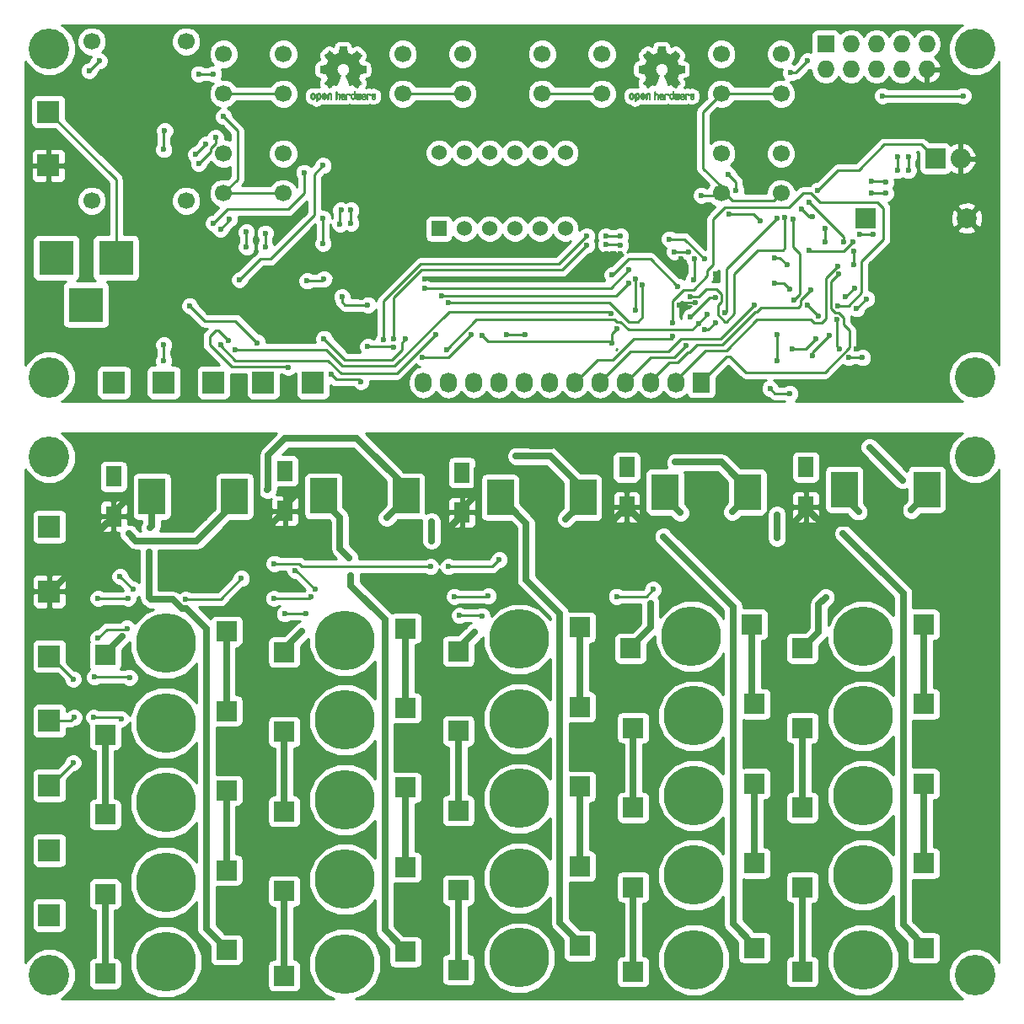
<source format=gtl>
G04 #@! TF.FileFunction,Copper,L1,Top,Signal*
%FSLAX46Y46*%
G04 Gerber Fmt 4.6, Leading zero omitted, Abs format (unit mm)*
G04 Created by KiCad (PCBNEW 4.0.7) date Sat Oct  7 11:25:55 2017*
%MOMM*%
%LPD*%
G01*
G04 APERTURE LIST*
%ADD10C,0.100000*%
%ADD11C,0.010000*%
%ADD12C,6.000000*%
%ADD13R,2.100000X2.000000*%
%ADD14C,1.000000*%
%ADD15R,2.235200X2.235200*%
%ADD16R,1.600000X2.000000*%
%ADD17C,1.998980*%
%ADD18R,1.998980X1.998980*%
%ADD19R,3.500120X3.500120*%
%ADD20R,1.727200X2.032000*%
%ADD21O,1.727200X2.032000*%
%ADD22R,2.700000X3.600000*%
%ADD23R,1.727200X1.727200*%
%ADD24O,1.727200X1.727200*%
%ADD25R,2.032000X2.032000*%
%ADD26O,2.032000X2.032000*%
%ADD27C,1.700000*%
%ADD28C,1.524000*%
%ADD29R,1.524000X1.524000*%
%ADD30C,4.064000*%
%ADD31C,0.600000*%
%ADD32C,0.700000*%
%ADD33C,0.500000*%
%ADD34C,0.250000*%
%ADD35C,0.700000*%
%ADD36C,0.254000*%
G04 APERTURE END LIST*
D10*
D11*
G36*
X60599744Y-37919918D02*
X60655201Y-37947568D01*
X60704148Y-37998480D01*
X60717629Y-38017338D01*
X60732314Y-38042015D01*
X60741842Y-38068816D01*
X60747293Y-38104587D01*
X60749747Y-38156169D01*
X60750286Y-38224267D01*
X60747852Y-38317588D01*
X60739394Y-38387657D01*
X60723174Y-38439931D01*
X60697454Y-38479869D01*
X60660497Y-38512929D01*
X60657782Y-38514886D01*
X60621360Y-38534908D01*
X60577502Y-38544815D01*
X60521724Y-38547257D01*
X60431048Y-38547257D01*
X60431010Y-38635283D01*
X60430166Y-38684308D01*
X60425024Y-38713065D01*
X60411587Y-38730311D01*
X60385858Y-38744808D01*
X60379679Y-38747769D01*
X60350764Y-38761648D01*
X60328376Y-38770414D01*
X60311729Y-38771171D01*
X60300036Y-38761023D01*
X60292510Y-38737073D01*
X60288366Y-38696426D01*
X60286815Y-38636186D01*
X60287071Y-38553455D01*
X60288349Y-38445339D01*
X60288748Y-38413000D01*
X60290185Y-38301524D01*
X60291472Y-38228603D01*
X60430971Y-38228603D01*
X60431755Y-38290499D01*
X60435240Y-38330997D01*
X60443124Y-38357708D01*
X60457105Y-38378244D01*
X60466597Y-38388260D01*
X60505404Y-38417567D01*
X60539763Y-38419952D01*
X60575216Y-38395750D01*
X60576114Y-38394857D01*
X60590539Y-38376153D01*
X60599313Y-38350732D01*
X60603739Y-38311584D01*
X60605118Y-38251697D01*
X60605143Y-38238430D01*
X60601812Y-38155901D01*
X60590969Y-38098691D01*
X60571340Y-38063766D01*
X60541650Y-38048094D01*
X60524491Y-38046514D01*
X60483766Y-38053926D01*
X60455832Y-38078330D01*
X60439017Y-38122980D01*
X60431650Y-38191130D01*
X60430971Y-38228603D01*
X60291472Y-38228603D01*
X60291708Y-38215245D01*
X60293677Y-38150333D01*
X60296450Y-38102958D01*
X60300388Y-38069290D01*
X60305849Y-38045498D01*
X60313192Y-38027753D01*
X60322777Y-38012224D01*
X60326887Y-38006381D01*
X60381405Y-37951185D01*
X60450336Y-37919890D01*
X60530072Y-37911165D01*
X60599744Y-37919918D01*
X60599744Y-37919918D01*
G37*
X60599744Y-37919918D02*
X60655201Y-37947568D01*
X60704148Y-37998480D01*
X60717629Y-38017338D01*
X60732314Y-38042015D01*
X60741842Y-38068816D01*
X60747293Y-38104587D01*
X60749747Y-38156169D01*
X60750286Y-38224267D01*
X60747852Y-38317588D01*
X60739394Y-38387657D01*
X60723174Y-38439931D01*
X60697454Y-38479869D01*
X60660497Y-38512929D01*
X60657782Y-38514886D01*
X60621360Y-38534908D01*
X60577502Y-38544815D01*
X60521724Y-38547257D01*
X60431048Y-38547257D01*
X60431010Y-38635283D01*
X60430166Y-38684308D01*
X60425024Y-38713065D01*
X60411587Y-38730311D01*
X60385858Y-38744808D01*
X60379679Y-38747769D01*
X60350764Y-38761648D01*
X60328376Y-38770414D01*
X60311729Y-38771171D01*
X60300036Y-38761023D01*
X60292510Y-38737073D01*
X60288366Y-38696426D01*
X60286815Y-38636186D01*
X60287071Y-38553455D01*
X60288349Y-38445339D01*
X60288748Y-38413000D01*
X60290185Y-38301524D01*
X60291472Y-38228603D01*
X60430971Y-38228603D01*
X60431755Y-38290499D01*
X60435240Y-38330997D01*
X60443124Y-38357708D01*
X60457105Y-38378244D01*
X60466597Y-38388260D01*
X60505404Y-38417567D01*
X60539763Y-38419952D01*
X60575216Y-38395750D01*
X60576114Y-38394857D01*
X60590539Y-38376153D01*
X60599313Y-38350732D01*
X60603739Y-38311584D01*
X60605118Y-38251697D01*
X60605143Y-38238430D01*
X60601812Y-38155901D01*
X60590969Y-38098691D01*
X60571340Y-38063766D01*
X60541650Y-38048094D01*
X60524491Y-38046514D01*
X60483766Y-38053926D01*
X60455832Y-38078330D01*
X60439017Y-38122980D01*
X60431650Y-38191130D01*
X60430971Y-38228603D01*
X60291472Y-38228603D01*
X60291708Y-38215245D01*
X60293677Y-38150333D01*
X60296450Y-38102958D01*
X60300388Y-38069290D01*
X60305849Y-38045498D01*
X60313192Y-38027753D01*
X60322777Y-38012224D01*
X60326887Y-38006381D01*
X60381405Y-37951185D01*
X60450336Y-37919890D01*
X60530072Y-37911165D01*
X60599744Y-37919918D01*
G36*
X61716093Y-37927780D02*
X61762672Y-37954723D01*
X61795057Y-37981466D01*
X61818742Y-38009484D01*
X61835059Y-38043748D01*
X61845339Y-38089227D01*
X61850914Y-38150892D01*
X61853116Y-38233711D01*
X61853371Y-38293246D01*
X61853371Y-38512391D01*
X61791686Y-38540044D01*
X61730000Y-38567697D01*
X61722743Y-38327670D01*
X61719744Y-38238028D01*
X61716598Y-38172962D01*
X61712701Y-38128026D01*
X61707447Y-38098770D01*
X61700231Y-38080748D01*
X61690450Y-38069511D01*
X61687312Y-38067079D01*
X61639761Y-38048083D01*
X61591697Y-38055600D01*
X61563086Y-38075543D01*
X61551447Y-38089675D01*
X61543391Y-38108220D01*
X61538271Y-38136334D01*
X61535441Y-38179173D01*
X61534256Y-38241895D01*
X61534057Y-38307261D01*
X61534018Y-38389268D01*
X61532614Y-38447316D01*
X61527914Y-38486465D01*
X61517987Y-38511780D01*
X61500903Y-38528323D01*
X61474732Y-38541156D01*
X61439775Y-38554491D01*
X61401596Y-38569007D01*
X61406141Y-38311389D01*
X61407971Y-38218519D01*
X61410112Y-38149889D01*
X61413181Y-38100711D01*
X61417794Y-38066198D01*
X61424568Y-38041562D01*
X61434119Y-38022016D01*
X61445634Y-38004770D01*
X61501190Y-37949680D01*
X61568980Y-37917822D01*
X61642713Y-37910191D01*
X61716093Y-37927780D01*
X61716093Y-37927780D01*
G37*
X61716093Y-37927780D02*
X61762672Y-37954723D01*
X61795057Y-37981466D01*
X61818742Y-38009484D01*
X61835059Y-38043748D01*
X61845339Y-38089227D01*
X61850914Y-38150892D01*
X61853116Y-38233711D01*
X61853371Y-38293246D01*
X61853371Y-38512391D01*
X61791686Y-38540044D01*
X61730000Y-38567697D01*
X61722743Y-38327670D01*
X61719744Y-38238028D01*
X61716598Y-38172962D01*
X61712701Y-38128026D01*
X61707447Y-38098770D01*
X61700231Y-38080748D01*
X61690450Y-38069511D01*
X61687312Y-38067079D01*
X61639761Y-38048083D01*
X61591697Y-38055600D01*
X61563086Y-38075543D01*
X61551447Y-38089675D01*
X61543391Y-38108220D01*
X61538271Y-38136334D01*
X61535441Y-38179173D01*
X61534256Y-38241895D01*
X61534057Y-38307261D01*
X61534018Y-38389268D01*
X61532614Y-38447316D01*
X61527914Y-38486465D01*
X61517987Y-38511780D01*
X61500903Y-38528323D01*
X61474732Y-38541156D01*
X61439775Y-38554491D01*
X61401596Y-38569007D01*
X61406141Y-38311389D01*
X61407971Y-38218519D01*
X61410112Y-38149889D01*
X61413181Y-38100711D01*
X61417794Y-38066198D01*
X61424568Y-38041562D01*
X61434119Y-38022016D01*
X61445634Y-38004770D01*
X61501190Y-37949680D01*
X61568980Y-37917822D01*
X61642713Y-37910191D01*
X61716093Y-37927780D01*
G36*
X60041115Y-37921962D02*
X60109145Y-37957733D01*
X60159351Y-38015301D01*
X60177185Y-38052312D01*
X60191063Y-38107882D01*
X60198167Y-38178096D01*
X60198840Y-38254727D01*
X60193427Y-38329552D01*
X60182270Y-38394342D01*
X60165714Y-38440873D01*
X60160626Y-38448887D01*
X60100355Y-38508707D01*
X60028769Y-38544535D01*
X59951092Y-38555020D01*
X59872548Y-38538810D01*
X59850689Y-38529092D01*
X59808122Y-38499143D01*
X59770763Y-38459433D01*
X59767232Y-38454397D01*
X59752881Y-38430124D01*
X59743394Y-38404178D01*
X59737790Y-38370022D01*
X59735086Y-38321119D01*
X59734299Y-38250935D01*
X59734286Y-38235200D01*
X59734322Y-38230192D01*
X59879429Y-38230192D01*
X59880273Y-38296430D01*
X59883596Y-38340386D01*
X59890583Y-38368779D01*
X59902416Y-38388325D01*
X59908457Y-38394857D01*
X59943186Y-38419680D01*
X59976903Y-38418548D01*
X60010995Y-38397016D01*
X60031329Y-38374029D01*
X60043371Y-38340478D01*
X60050134Y-38287569D01*
X60050598Y-38281399D01*
X60051752Y-38185513D01*
X60039688Y-38114299D01*
X60014570Y-38068194D01*
X59976560Y-38047635D01*
X59962992Y-38046514D01*
X59927364Y-38052152D01*
X59902994Y-38071686D01*
X59888093Y-38109042D01*
X59880875Y-38168150D01*
X59879429Y-38230192D01*
X59734322Y-38230192D01*
X59734826Y-38160413D01*
X59737096Y-38108159D01*
X59742068Y-38071949D01*
X59750713Y-38045299D01*
X59764005Y-38021722D01*
X59766943Y-38017338D01*
X59816313Y-37958249D01*
X59870109Y-37923947D01*
X59935602Y-37910331D01*
X59957842Y-37909665D01*
X60041115Y-37921962D01*
X60041115Y-37921962D01*
G37*
X60041115Y-37921962D02*
X60109145Y-37957733D01*
X60159351Y-38015301D01*
X60177185Y-38052312D01*
X60191063Y-38107882D01*
X60198167Y-38178096D01*
X60198840Y-38254727D01*
X60193427Y-38329552D01*
X60182270Y-38394342D01*
X60165714Y-38440873D01*
X60160626Y-38448887D01*
X60100355Y-38508707D01*
X60028769Y-38544535D01*
X59951092Y-38555020D01*
X59872548Y-38538810D01*
X59850689Y-38529092D01*
X59808122Y-38499143D01*
X59770763Y-38459433D01*
X59767232Y-38454397D01*
X59752881Y-38430124D01*
X59743394Y-38404178D01*
X59737790Y-38370022D01*
X59735086Y-38321119D01*
X59734299Y-38250935D01*
X59734286Y-38235200D01*
X59734322Y-38230192D01*
X59879429Y-38230192D01*
X59880273Y-38296430D01*
X59883596Y-38340386D01*
X59890583Y-38368779D01*
X59902416Y-38388325D01*
X59908457Y-38394857D01*
X59943186Y-38419680D01*
X59976903Y-38418548D01*
X60010995Y-38397016D01*
X60031329Y-38374029D01*
X60043371Y-38340478D01*
X60050134Y-38287569D01*
X60050598Y-38281399D01*
X60051752Y-38185513D01*
X60039688Y-38114299D01*
X60014570Y-38068194D01*
X59976560Y-38047635D01*
X59962992Y-38046514D01*
X59927364Y-38052152D01*
X59902994Y-38071686D01*
X59888093Y-38109042D01*
X59880875Y-38168150D01*
X59879429Y-38230192D01*
X59734322Y-38230192D01*
X59734826Y-38160413D01*
X59737096Y-38108159D01*
X59742068Y-38071949D01*
X59750713Y-38045299D01*
X59764005Y-38021722D01*
X59766943Y-38017338D01*
X59816313Y-37958249D01*
X59870109Y-37923947D01*
X59935602Y-37910331D01*
X59957842Y-37909665D01*
X60041115Y-37921962D01*
G36*
X61168303Y-37931239D02*
X61225527Y-37969735D01*
X61269749Y-38025335D01*
X61296167Y-38096086D01*
X61301510Y-38148162D01*
X61300903Y-38169893D01*
X61295822Y-38186531D01*
X61281855Y-38201437D01*
X61254589Y-38217973D01*
X61209612Y-38239498D01*
X61142511Y-38269374D01*
X61142171Y-38269524D01*
X61080407Y-38297813D01*
X61029759Y-38322933D01*
X60995404Y-38342179D01*
X60982518Y-38352848D01*
X60982514Y-38352934D01*
X60993872Y-38376166D01*
X61020431Y-38401774D01*
X61050923Y-38420221D01*
X61066370Y-38423886D01*
X61108515Y-38411212D01*
X61144808Y-38379471D01*
X61162517Y-38344572D01*
X61179552Y-38318845D01*
X61212922Y-38289546D01*
X61252149Y-38264235D01*
X61286756Y-38250471D01*
X61293993Y-38249714D01*
X61302139Y-38262160D01*
X61302630Y-38293972D01*
X61296643Y-38336866D01*
X61285357Y-38382558D01*
X61269950Y-38422761D01*
X61269171Y-38424322D01*
X61222804Y-38489062D01*
X61162711Y-38533097D01*
X61094465Y-38554711D01*
X61023638Y-38552185D01*
X60955804Y-38523804D01*
X60952788Y-38521808D01*
X60899427Y-38473448D01*
X60864340Y-38410352D01*
X60844922Y-38327387D01*
X60842316Y-38304078D01*
X60837701Y-38194055D01*
X60843233Y-38142748D01*
X60982514Y-38142748D01*
X60984324Y-38174753D01*
X60994222Y-38184093D01*
X61018898Y-38177105D01*
X61057795Y-38160587D01*
X61101275Y-38139881D01*
X61102356Y-38139333D01*
X61139209Y-38119949D01*
X61154000Y-38107013D01*
X61150353Y-38093451D01*
X61134995Y-38075632D01*
X61095923Y-38049845D01*
X61053846Y-38047950D01*
X61016103Y-38066717D01*
X60990034Y-38102915D01*
X60982514Y-38142748D01*
X60843233Y-38142748D01*
X60847194Y-38106027D01*
X60871550Y-38036212D01*
X60905456Y-37987302D01*
X60966653Y-37937878D01*
X61034063Y-37913359D01*
X61102880Y-37911797D01*
X61168303Y-37931239D01*
X61168303Y-37931239D01*
G37*
X61168303Y-37931239D02*
X61225527Y-37969735D01*
X61269749Y-38025335D01*
X61296167Y-38096086D01*
X61301510Y-38148162D01*
X61300903Y-38169893D01*
X61295822Y-38186531D01*
X61281855Y-38201437D01*
X61254589Y-38217973D01*
X61209612Y-38239498D01*
X61142511Y-38269374D01*
X61142171Y-38269524D01*
X61080407Y-38297813D01*
X61029759Y-38322933D01*
X60995404Y-38342179D01*
X60982518Y-38352848D01*
X60982514Y-38352934D01*
X60993872Y-38376166D01*
X61020431Y-38401774D01*
X61050923Y-38420221D01*
X61066370Y-38423886D01*
X61108515Y-38411212D01*
X61144808Y-38379471D01*
X61162517Y-38344572D01*
X61179552Y-38318845D01*
X61212922Y-38289546D01*
X61252149Y-38264235D01*
X61286756Y-38250471D01*
X61293993Y-38249714D01*
X61302139Y-38262160D01*
X61302630Y-38293972D01*
X61296643Y-38336866D01*
X61285357Y-38382558D01*
X61269950Y-38422761D01*
X61269171Y-38424322D01*
X61222804Y-38489062D01*
X61162711Y-38533097D01*
X61094465Y-38554711D01*
X61023638Y-38552185D01*
X60955804Y-38523804D01*
X60952788Y-38521808D01*
X60899427Y-38473448D01*
X60864340Y-38410352D01*
X60844922Y-38327387D01*
X60842316Y-38304078D01*
X60837701Y-38194055D01*
X60843233Y-38142748D01*
X60982514Y-38142748D01*
X60984324Y-38174753D01*
X60994222Y-38184093D01*
X61018898Y-38177105D01*
X61057795Y-38160587D01*
X61101275Y-38139881D01*
X61102356Y-38139333D01*
X61139209Y-38119949D01*
X61154000Y-38107013D01*
X61150353Y-38093451D01*
X61134995Y-38075632D01*
X61095923Y-38049845D01*
X61053846Y-38047950D01*
X61016103Y-38066717D01*
X60990034Y-38102915D01*
X60982514Y-38142748D01*
X60843233Y-38142748D01*
X60847194Y-38106027D01*
X60871550Y-38036212D01*
X60905456Y-37987302D01*
X60966653Y-37937878D01*
X61034063Y-37913359D01*
X61102880Y-37911797D01*
X61168303Y-37931239D01*
G36*
X62375886Y-37851289D02*
X62380139Y-37910613D01*
X62385025Y-37945572D01*
X62391795Y-37960820D01*
X62401702Y-37961015D01*
X62404914Y-37959195D01*
X62447644Y-37946015D01*
X62503227Y-37946785D01*
X62559737Y-37960333D01*
X62595082Y-37977861D01*
X62631321Y-38005861D01*
X62657813Y-38037549D01*
X62675999Y-38077813D01*
X62687322Y-38131543D01*
X62693222Y-38203626D01*
X62695143Y-38298951D01*
X62695177Y-38317237D01*
X62695200Y-38522646D01*
X62649491Y-38538580D01*
X62617027Y-38549420D01*
X62599215Y-38554468D01*
X62598691Y-38554514D01*
X62596937Y-38540828D01*
X62595444Y-38503076D01*
X62594326Y-38446224D01*
X62593697Y-38375234D01*
X62593600Y-38332073D01*
X62593398Y-38246973D01*
X62592358Y-38185981D01*
X62589831Y-38144177D01*
X62585164Y-38116642D01*
X62577707Y-38098456D01*
X62566811Y-38084698D01*
X62560007Y-38078073D01*
X62513272Y-38051375D01*
X62462272Y-38049375D01*
X62416001Y-38071955D01*
X62407444Y-38080107D01*
X62394893Y-38095436D01*
X62386188Y-38113618D01*
X62380631Y-38139909D01*
X62377526Y-38179562D01*
X62376176Y-38237832D01*
X62375886Y-38318173D01*
X62375886Y-38522646D01*
X62330177Y-38538580D01*
X62297713Y-38549420D01*
X62279901Y-38554468D01*
X62279377Y-38554514D01*
X62278037Y-38540623D01*
X62276828Y-38501439D01*
X62275801Y-38440700D01*
X62275002Y-38362141D01*
X62274481Y-38269498D01*
X62274286Y-38166509D01*
X62274286Y-37769342D01*
X62321457Y-37749444D01*
X62368629Y-37729547D01*
X62375886Y-37851289D01*
X62375886Y-37851289D01*
G37*
X62375886Y-37851289D02*
X62380139Y-37910613D01*
X62385025Y-37945572D01*
X62391795Y-37960820D01*
X62401702Y-37961015D01*
X62404914Y-37959195D01*
X62447644Y-37946015D01*
X62503227Y-37946785D01*
X62559737Y-37960333D01*
X62595082Y-37977861D01*
X62631321Y-38005861D01*
X62657813Y-38037549D01*
X62675999Y-38077813D01*
X62687322Y-38131543D01*
X62693222Y-38203626D01*
X62695143Y-38298951D01*
X62695177Y-38317237D01*
X62695200Y-38522646D01*
X62649491Y-38538580D01*
X62617027Y-38549420D01*
X62599215Y-38554468D01*
X62598691Y-38554514D01*
X62596937Y-38540828D01*
X62595444Y-38503076D01*
X62594326Y-38446224D01*
X62593697Y-38375234D01*
X62593600Y-38332073D01*
X62593398Y-38246973D01*
X62592358Y-38185981D01*
X62589831Y-38144177D01*
X62585164Y-38116642D01*
X62577707Y-38098456D01*
X62566811Y-38084698D01*
X62560007Y-38078073D01*
X62513272Y-38051375D01*
X62462272Y-38049375D01*
X62416001Y-38071955D01*
X62407444Y-38080107D01*
X62394893Y-38095436D01*
X62386188Y-38113618D01*
X62380631Y-38139909D01*
X62377526Y-38179562D01*
X62376176Y-38237832D01*
X62375886Y-38318173D01*
X62375886Y-38522646D01*
X62330177Y-38538580D01*
X62297713Y-38549420D01*
X62279901Y-38554468D01*
X62279377Y-38554514D01*
X62278037Y-38540623D01*
X62276828Y-38501439D01*
X62275801Y-38440700D01*
X62275002Y-38362141D01*
X62274481Y-38269498D01*
X62274286Y-38166509D01*
X62274286Y-37769342D01*
X62321457Y-37749444D01*
X62368629Y-37729547D01*
X62375886Y-37851289D01*
G36*
X63039744Y-37950968D02*
X63096616Y-37972087D01*
X63097267Y-37972493D01*
X63132440Y-37998380D01*
X63158407Y-38028633D01*
X63176670Y-38068058D01*
X63188732Y-38121462D01*
X63196096Y-38193651D01*
X63200264Y-38289432D01*
X63200629Y-38303078D01*
X63205876Y-38508842D01*
X63161716Y-38531678D01*
X63129763Y-38547110D01*
X63110470Y-38554423D01*
X63109578Y-38554514D01*
X63106239Y-38541022D01*
X63103587Y-38504626D01*
X63101956Y-38451452D01*
X63101600Y-38408393D01*
X63101592Y-38338641D01*
X63098403Y-38294837D01*
X63087288Y-38273944D01*
X63063501Y-38272925D01*
X63022296Y-38288741D01*
X62960086Y-38317815D01*
X62914341Y-38341963D01*
X62890813Y-38362913D01*
X62883896Y-38385747D01*
X62883886Y-38386877D01*
X62895299Y-38426212D01*
X62929092Y-38447462D01*
X62980809Y-38450539D01*
X63018061Y-38450006D01*
X63037703Y-38460735D01*
X63049952Y-38486505D01*
X63057002Y-38519337D01*
X63046842Y-38537966D01*
X63043017Y-38540632D01*
X63007001Y-38551340D01*
X62956566Y-38552856D01*
X62904626Y-38545759D01*
X62867822Y-38532788D01*
X62816938Y-38489585D01*
X62788014Y-38429446D01*
X62782286Y-38382462D01*
X62786657Y-38340082D01*
X62802475Y-38305488D01*
X62833797Y-38274763D01*
X62884678Y-38243990D01*
X62959176Y-38209252D01*
X62963714Y-38207288D01*
X63030821Y-38176287D01*
X63072232Y-38150862D01*
X63089981Y-38128014D01*
X63086107Y-38104745D01*
X63062643Y-38078056D01*
X63055627Y-38071914D01*
X63008630Y-38048100D01*
X62959933Y-38049103D01*
X62917522Y-38072451D01*
X62889384Y-38115675D01*
X62886769Y-38124160D01*
X62861308Y-38165308D01*
X62829001Y-38185128D01*
X62782286Y-38204770D01*
X62782286Y-38153950D01*
X62796496Y-38080082D01*
X62838675Y-38012327D01*
X62860624Y-37989661D01*
X62910517Y-37960569D01*
X62973967Y-37947400D01*
X63039744Y-37950968D01*
X63039744Y-37950968D01*
G37*
X63039744Y-37950968D02*
X63096616Y-37972087D01*
X63097267Y-37972493D01*
X63132440Y-37998380D01*
X63158407Y-38028633D01*
X63176670Y-38068058D01*
X63188732Y-38121462D01*
X63196096Y-38193651D01*
X63200264Y-38289432D01*
X63200629Y-38303078D01*
X63205876Y-38508842D01*
X63161716Y-38531678D01*
X63129763Y-38547110D01*
X63110470Y-38554423D01*
X63109578Y-38554514D01*
X63106239Y-38541022D01*
X63103587Y-38504626D01*
X63101956Y-38451452D01*
X63101600Y-38408393D01*
X63101592Y-38338641D01*
X63098403Y-38294837D01*
X63087288Y-38273944D01*
X63063501Y-38272925D01*
X63022296Y-38288741D01*
X62960086Y-38317815D01*
X62914341Y-38341963D01*
X62890813Y-38362913D01*
X62883896Y-38385747D01*
X62883886Y-38386877D01*
X62895299Y-38426212D01*
X62929092Y-38447462D01*
X62980809Y-38450539D01*
X63018061Y-38450006D01*
X63037703Y-38460735D01*
X63049952Y-38486505D01*
X63057002Y-38519337D01*
X63046842Y-38537966D01*
X63043017Y-38540632D01*
X63007001Y-38551340D01*
X62956566Y-38552856D01*
X62904626Y-38545759D01*
X62867822Y-38532788D01*
X62816938Y-38489585D01*
X62788014Y-38429446D01*
X62782286Y-38382462D01*
X62786657Y-38340082D01*
X62802475Y-38305488D01*
X62833797Y-38274763D01*
X62884678Y-38243990D01*
X62959176Y-38209252D01*
X62963714Y-38207288D01*
X63030821Y-38176287D01*
X63072232Y-38150862D01*
X63089981Y-38128014D01*
X63086107Y-38104745D01*
X63062643Y-38078056D01*
X63055627Y-38071914D01*
X63008630Y-38048100D01*
X62959933Y-38049103D01*
X62917522Y-38072451D01*
X62889384Y-38115675D01*
X62886769Y-38124160D01*
X62861308Y-38165308D01*
X62829001Y-38185128D01*
X62782286Y-38204770D01*
X62782286Y-38153950D01*
X62796496Y-38080082D01*
X62838675Y-38012327D01*
X62860624Y-37989661D01*
X62910517Y-37960569D01*
X62973967Y-37947400D01*
X63039744Y-37950968D01*
G36*
X63529926Y-37949755D02*
X63595858Y-37974084D01*
X63649273Y-38017117D01*
X63670164Y-38047409D01*
X63692939Y-38102994D01*
X63692466Y-38143186D01*
X63668562Y-38170217D01*
X63659717Y-38174813D01*
X63621530Y-38189144D01*
X63602028Y-38185472D01*
X63595422Y-38161407D01*
X63595086Y-38148114D01*
X63582992Y-38099210D01*
X63551471Y-38064999D01*
X63507659Y-38048476D01*
X63458695Y-38052634D01*
X63418894Y-38074227D01*
X63405450Y-38086544D01*
X63395921Y-38101487D01*
X63389485Y-38124075D01*
X63385317Y-38159328D01*
X63382597Y-38212266D01*
X63380502Y-38287907D01*
X63379960Y-38311857D01*
X63377981Y-38393790D01*
X63375731Y-38451455D01*
X63372357Y-38489608D01*
X63367006Y-38513004D01*
X63358824Y-38526398D01*
X63346959Y-38534545D01*
X63339362Y-38538144D01*
X63307102Y-38550452D01*
X63288111Y-38554514D01*
X63281836Y-38540948D01*
X63278006Y-38499934D01*
X63276600Y-38430999D01*
X63277598Y-38333669D01*
X63277908Y-38318657D01*
X63280101Y-38229859D01*
X63282693Y-38165019D01*
X63286382Y-38119067D01*
X63291864Y-38086935D01*
X63299835Y-38063553D01*
X63310993Y-38043852D01*
X63316830Y-38035410D01*
X63350296Y-37998057D01*
X63387727Y-37969003D01*
X63392309Y-37966467D01*
X63459426Y-37946443D01*
X63529926Y-37949755D01*
X63529926Y-37949755D01*
G37*
X63529926Y-37949755D02*
X63595858Y-37974084D01*
X63649273Y-38017117D01*
X63670164Y-38047409D01*
X63692939Y-38102994D01*
X63692466Y-38143186D01*
X63668562Y-38170217D01*
X63659717Y-38174813D01*
X63621530Y-38189144D01*
X63602028Y-38185472D01*
X63595422Y-38161407D01*
X63595086Y-38148114D01*
X63582992Y-38099210D01*
X63551471Y-38064999D01*
X63507659Y-38048476D01*
X63458695Y-38052634D01*
X63418894Y-38074227D01*
X63405450Y-38086544D01*
X63395921Y-38101487D01*
X63389485Y-38124075D01*
X63385317Y-38159328D01*
X63382597Y-38212266D01*
X63380502Y-38287907D01*
X63379960Y-38311857D01*
X63377981Y-38393790D01*
X63375731Y-38451455D01*
X63372357Y-38489608D01*
X63367006Y-38513004D01*
X63358824Y-38526398D01*
X63346959Y-38534545D01*
X63339362Y-38538144D01*
X63307102Y-38550452D01*
X63288111Y-38554514D01*
X63281836Y-38540948D01*
X63278006Y-38499934D01*
X63276600Y-38430999D01*
X63277598Y-38333669D01*
X63277908Y-38318657D01*
X63280101Y-38229859D01*
X63282693Y-38165019D01*
X63286382Y-38119067D01*
X63291864Y-38086935D01*
X63299835Y-38063553D01*
X63310993Y-38043852D01*
X63316830Y-38035410D01*
X63350296Y-37998057D01*
X63387727Y-37969003D01*
X63392309Y-37966467D01*
X63459426Y-37946443D01*
X63529926Y-37949755D01*
G36*
X64190117Y-38065358D02*
X64189933Y-38173837D01*
X64189219Y-38257287D01*
X64187675Y-38319704D01*
X64185001Y-38365085D01*
X64180894Y-38397429D01*
X64175055Y-38420733D01*
X64167182Y-38438995D01*
X64161221Y-38449418D01*
X64111855Y-38505945D01*
X64049264Y-38541377D01*
X63980013Y-38554090D01*
X63910668Y-38542463D01*
X63869375Y-38521568D01*
X63826025Y-38485422D01*
X63796481Y-38441276D01*
X63778655Y-38383462D01*
X63770463Y-38306313D01*
X63769302Y-38249714D01*
X63769458Y-38245647D01*
X63870857Y-38245647D01*
X63871476Y-38310550D01*
X63874314Y-38353514D01*
X63880840Y-38381622D01*
X63892523Y-38401953D01*
X63906483Y-38417288D01*
X63953365Y-38446890D01*
X64003701Y-38449419D01*
X64051276Y-38424705D01*
X64054979Y-38421356D01*
X64070783Y-38403935D01*
X64080693Y-38383209D01*
X64086058Y-38352362D01*
X64088228Y-38304577D01*
X64088571Y-38251748D01*
X64087827Y-38185381D01*
X64084748Y-38141106D01*
X64078061Y-38112009D01*
X64066496Y-38091173D01*
X64057013Y-38080107D01*
X64012960Y-38052198D01*
X63962224Y-38048843D01*
X63913796Y-38070159D01*
X63904450Y-38078073D01*
X63888540Y-38095647D01*
X63878610Y-38116587D01*
X63873278Y-38147782D01*
X63871163Y-38196122D01*
X63870857Y-38245647D01*
X63769458Y-38245647D01*
X63772810Y-38158568D01*
X63784726Y-38090086D01*
X63807135Y-38038600D01*
X63842124Y-37998443D01*
X63869375Y-37977861D01*
X63918907Y-37955625D01*
X63976316Y-37945304D01*
X64029682Y-37948067D01*
X64059543Y-37959212D01*
X64071261Y-37962383D01*
X64079037Y-37950557D01*
X64084465Y-37918866D01*
X64088571Y-37870593D01*
X64093067Y-37816829D01*
X64099313Y-37784482D01*
X64110676Y-37765985D01*
X64130528Y-37753770D01*
X64143000Y-37748362D01*
X64190171Y-37728601D01*
X64190117Y-38065358D01*
X64190117Y-38065358D01*
G37*
X64190117Y-38065358D02*
X64189933Y-38173837D01*
X64189219Y-38257287D01*
X64187675Y-38319704D01*
X64185001Y-38365085D01*
X64180894Y-38397429D01*
X64175055Y-38420733D01*
X64167182Y-38438995D01*
X64161221Y-38449418D01*
X64111855Y-38505945D01*
X64049264Y-38541377D01*
X63980013Y-38554090D01*
X63910668Y-38542463D01*
X63869375Y-38521568D01*
X63826025Y-38485422D01*
X63796481Y-38441276D01*
X63778655Y-38383462D01*
X63770463Y-38306313D01*
X63769302Y-38249714D01*
X63769458Y-38245647D01*
X63870857Y-38245647D01*
X63871476Y-38310550D01*
X63874314Y-38353514D01*
X63880840Y-38381622D01*
X63892523Y-38401953D01*
X63906483Y-38417288D01*
X63953365Y-38446890D01*
X64003701Y-38449419D01*
X64051276Y-38424705D01*
X64054979Y-38421356D01*
X64070783Y-38403935D01*
X64080693Y-38383209D01*
X64086058Y-38352362D01*
X64088228Y-38304577D01*
X64088571Y-38251748D01*
X64087827Y-38185381D01*
X64084748Y-38141106D01*
X64078061Y-38112009D01*
X64066496Y-38091173D01*
X64057013Y-38080107D01*
X64012960Y-38052198D01*
X63962224Y-38048843D01*
X63913796Y-38070159D01*
X63904450Y-38078073D01*
X63888540Y-38095647D01*
X63878610Y-38116587D01*
X63873278Y-38147782D01*
X63871163Y-38196122D01*
X63870857Y-38245647D01*
X63769458Y-38245647D01*
X63772810Y-38158568D01*
X63784726Y-38090086D01*
X63807135Y-38038600D01*
X63842124Y-37998443D01*
X63869375Y-37977861D01*
X63918907Y-37955625D01*
X63976316Y-37945304D01*
X64029682Y-37948067D01*
X64059543Y-37959212D01*
X64071261Y-37962383D01*
X64079037Y-37950557D01*
X64084465Y-37918866D01*
X64088571Y-37870593D01*
X64093067Y-37816829D01*
X64099313Y-37784482D01*
X64110676Y-37765985D01*
X64130528Y-37753770D01*
X64143000Y-37748362D01*
X64190171Y-37728601D01*
X64190117Y-38065358D01*
G36*
X64779833Y-37958663D02*
X64782048Y-37996850D01*
X64783784Y-38054886D01*
X64784899Y-38128180D01*
X64785257Y-38205055D01*
X64785257Y-38465196D01*
X64739326Y-38511127D01*
X64707675Y-38539429D01*
X64679890Y-38550893D01*
X64641915Y-38550168D01*
X64626840Y-38548321D01*
X64579726Y-38542948D01*
X64540756Y-38539869D01*
X64531257Y-38539585D01*
X64499233Y-38541445D01*
X64453432Y-38546114D01*
X64435674Y-38548321D01*
X64392057Y-38551735D01*
X64362745Y-38544320D01*
X64333680Y-38521427D01*
X64323188Y-38511127D01*
X64277257Y-38465196D01*
X64277257Y-37978602D01*
X64314226Y-37961758D01*
X64346059Y-37949282D01*
X64364683Y-37944914D01*
X64369458Y-37958718D01*
X64373921Y-37997286D01*
X64377775Y-38056356D01*
X64380722Y-38131663D01*
X64382143Y-38195286D01*
X64386114Y-38445657D01*
X64420759Y-38450556D01*
X64452268Y-38447131D01*
X64467708Y-38436041D01*
X64472023Y-38415308D01*
X64475708Y-38371145D01*
X64478469Y-38309146D01*
X64480012Y-38234909D01*
X64480235Y-38196706D01*
X64480457Y-37976783D01*
X64526166Y-37960849D01*
X64558518Y-37950015D01*
X64576115Y-37944962D01*
X64576623Y-37944914D01*
X64578388Y-37958648D01*
X64580329Y-37996730D01*
X64582282Y-38054482D01*
X64584084Y-38127227D01*
X64585343Y-38195286D01*
X64589314Y-38445657D01*
X64676400Y-38445657D01*
X64680396Y-38217240D01*
X64684392Y-37988822D01*
X64726847Y-37966868D01*
X64758192Y-37951793D01*
X64776744Y-37944951D01*
X64777279Y-37944914D01*
X64779833Y-37958663D01*
X64779833Y-37958663D01*
G37*
X64779833Y-37958663D02*
X64782048Y-37996850D01*
X64783784Y-38054886D01*
X64784899Y-38128180D01*
X64785257Y-38205055D01*
X64785257Y-38465196D01*
X64739326Y-38511127D01*
X64707675Y-38539429D01*
X64679890Y-38550893D01*
X64641915Y-38550168D01*
X64626840Y-38548321D01*
X64579726Y-38542948D01*
X64540756Y-38539869D01*
X64531257Y-38539585D01*
X64499233Y-38541445D01*
X64453432Y-38546114D01*
X64435674Y-38548321D01*
X64392057Y-38551735D01*
X64362745Y-38544320D01*
X64333680Y-38521427D01*
X64323188Y-38511127D01*
X64277257Y-38465196D01*
X64277257Y-37978602D01*
X64314226Y-37961758D01*
X64346059Y-37949282D01*
X64364683Y-37944914D01*
X64369458Y-37958718D01*
X64373921Y-37997286D01*
X64377775Y-38056356D01*
X64380722Y-38131663D01*
X64382143Y-38195286D01*
X64386114Y-38445657D01*
X64420759Y-38450556D01*
X64452268Y-38447131D01*
X64467708Y-38436041D01*
X64472023Y-38415308D01*
X64475708Y-38371145D01*
X64478469Y-38309146D01*
X64480012Y-38234909D01*
X64480235Y-38196706D01*
X64480457Y-37976783D01*
X64526166Y-37960849D01*
X64558518Y-37950015D01*
X64576115Y-37944962D01*
X64576623Y-37944914D01*
X64578388Y-37958648D01*
X64580329Y-37996730D01*
X64582282Y-38054482D01*
X64584084Y-38127227D01*
X64585343Y-38195286D01*
X64589314Y-38445657D01*
X64676400Y-38445657D01*
X64680396Y-38217240D01*
X64684392Y-37988822D01*
X64726847Y-37966868D01*
X64758192Y-37951793D01*
X64776744Y-37944951D01*
X64777279Y-37944914D01*
X64779833Y-37958663D01*
G36*
X65144876Y-37956335D02*
X65186667Y-37975344D01*
X65219469Y-37998378D01*
X65243503Y-38024133D01*
X65260097Y-38057358D01*
X65270577Y-38102800D01*
X65276271Y-38165207D01*
X65278507Y-38249327D01*
X65278743Y-38304721D01*
X65278743Y-38520826D01*
X65241774Y-38537670D01*
X65212656Y-38549981D01*
X65198231Y-38554514D01*
X65195472Y-38541025D01*
X65193282Y-38504653D01*
X65191942Y-38451542D01*
X65191657Y-38409372D01*
X65190434Y-38348447D01*
X65187136Y-38300115D01*
X65182321Y-38270518D01*
X65178496Y-38264229D01*
X65152783Y-38270652D01*
X65112418Y-38287125D01*
X65065679Y-38309458D01*
X65020845Y-38333457D01*
X64986193Y-38354930D01*
X64970002Y-38369685D01*
X64969938Y-38369845D01*
X64971330Y-38397152D01*
X64983818Y-38423219D01*
X65005743Y-38444392D01*
X65037743Y-38451474D01*
X65065092Y-38450649D01*
X65103826Y-38450042D01*
X65124158Y-38459116D01*
X65136369Y-38483092D01*
X65137909Y-38487613D01*
X65143203Y-38521806D01*
X65129047Y-38542568D01*
X65092148Y-38552462D01*
X65052289Y-38554292D01*
X64980562Y-38540727D01*
X64943432Y-38521355D01*
X64897576Y-38475845D01*
X64873256Y-38419983D01*
X64871073Y-38360957D01*
X64891629Y-38305953D01*
X64922549Y-38271486D01*
X64953420Y-38252189D01*
X65001942Y-38227759D01*
X65058485Y-38202985D01*
X65067910Y-38199199D01*
X65130019Y-38171791D01*
X65165822Y-38147634D01*
X65177337Y-38123619D01*
X65166580Y-38096635D01*
X65148114Y-38075543D01*
X65104469Y-38049572D01*
X65056446Y-38047624D01*
X65012406Y-38067637D01*
X64980709Y-38107551D01*
X64976549Y-38117848D01*
X64952327Y-38155724D01*
X64916965Y-38183842D01*
X64872343Y-38206917D01*
X64872343Y-38141485D01*
X64874969Y-38101506D01*
X64886230Y-38069997D01*
X64911199Y-38036378D01*
X64935169Y-38010484D01*
X64972441Y-37973817D01*
X65001401Y-37954121D01*
X65032505Y-37946220D01*
X65067713Y-37944914D01*
X65144876Y-37956335D01*
X65144876Y-37956335D01*
G37*
X65144876Y-37956335D02*
X65186667Y-37975344D01*
X65219469Y-37998378D01*
X65243503Y-38024133D01*
X65260097Y-38057358D01*
X65270577Y-38102800D01*
X65276271Y-38165207D01*
X65278507Y-38249327D01*
X65278743Y-38304721D01*
X65278743Y-38520826D01*
X65241774Y-38537670D01*
X65212656Y-38549981D01*
X65198231Y-38554514D01*
X65195472Y-38541025D01*
X65193282Y-38504653D01*
X65191942Y-38451542D01*
X65191657Y-38409372D01*
X65190434Y-38348447D01*
X65187136Y-38300115D01*
X65182321Y-38270518D01*
X65178496Y-38264229D01*
X65152783Y-38270652D01*
X65112418Y-38287125D01*
X65065679Y-38309458D01*
X65020845Y-38333457D01*
X64986193Y-38354930D01*
X64970002Y-38369685D01*
X64969938Y-38369845D01*
X64971330Y-38397152D01*
X64983818Y-38423219D01*
X65005743Y-38444392D01*
X65037743Y-38451474D01*
X65065092Y-38450649D01*
X65103826Y-38450042D01*
X65124158Y-38459116D01*
X65136369Y-38483092D01*
X65137909Y-38487613D01*
X65143203Y-38521806D01*
X65129047Y-38542568D01*
X65092148Y-38552462D01*
X65052289Y-38554292D01*
X64980562Y-38540727D01*
X64943432Y-38521355D01*
X64897576Y-38475845D01*
X64873256Y-38419983D01*
X64871073Y-38360957D01*
X64891629Y-38305953D01*
X64922549Y-38271486D01*
X64953420Y-38252189D01*
X65001942Y-38227759D01*
X65058485Y-38202985D01*
X65067910Y-38199199D01*
X65130019Y-38171791D01*
X65165822Y-38147634D01*
X65177337Y-38123619D01*
X65166580Y-38096635D01*
X65148114Y-38075543D01*
X65104469Y-38049572D01*
X65056446Y-38047624D01*
X65012406Y-38067637D01*
X64980709Y-38107551D01*
X64976549Y-38117848D01*
X64952327Y-38155724D01*
X64916965Y-38183842D01*
X64872343Y-38206917D01*
X64872343Y-38141485D01*
X64874969Y-38101506D01*
X64886230Y-38069997D01*
X64911199Y-38036378D01*
X64935169Y-38010484D01*
X64972441Y-37973817D01*
X65001401Y-37954121D01*
X65032505Y-37946220D01*
X65067713Y-37944914D01*
X65144876Y-37956335D01*
G36*
X65652600Y-37958752D02*
X65669948Y-37966334D01*
X65711356Y-37999128D01*
X65746765Y-38046547D01*
X65768664Y-38097151D01*
X65772229Y-38122098D01*
X65760279Y-38156927D01*
X65734067Y-38175357D01*
X65705964Y-38186516D01*
X65693095Y-38188572D01*
X65686829Y-38173649D01*
X65674456Y-38141175D01*
X65669028Y-38126502D01*
X65638590Y-38075744D01*
X65594520Y-38050427D01*
X65538010Y-38051206D01*
X65533825Y-38052203D01*
X65503655Y-38066507D01*
X65481476Y-38094393D01*
X65466327Y-38139287D01*
X65457250Y-38204615D01*
X65453286Y-38293804D01*
X65452914Y-38341261D01*
X65452730Y-38416071D01*
X65451522Y-38467069D01*
X65448309Y-38499471D01*
X65442109Y-38518495D01*
X65431940Y-38529356D01*
X65416819Y-38537272D01*
X65415946Y-38537670D01*
X65386828Y-38549981D01*
X65372403Y-38554514D01*
X65370186Y-38540809D01*
X65368289Y-38502925D01*
X65366847Y-38445715D01*
X65365998Y-38374027D01*
X65365829Y-38321565D01*
X65366692Y-38220047D01*
X65370070Y-38143032D01*
X65377142Y-38086023D01*
X65389088Y-38044526D01*
X65407090Y-38014043D01*
X65432327Y-37990080D01*
X65457247Y-37973355D01*
X65517171Y-37951097D01*
X65586911Y-37946076D01*
X65652600Y-37958752D01*
X65652600Y-37958752D01*
G37*
X65652600Y-37958752D02*
X65669948Y-37966334D01*
X65711356Y-37999128D01*
X65746765Y-38046547D01*
X65768664Y-38097151D01*
X65772229Y-38122098D01*
X65760279Y-38156927D01*
X65734067Y-38175357D01*
X65705964Y-38186516D01*
X65693095Y-38188572D01*
X65686829Y-38173649D01*
X65674456Y-38141175D01*
X65669028Y-38126502D01*
X65638590Y-38075744D01*
X65594520Y-38050427D01*
X65538010Y-38051206D01*
X65533825Y-38052203D01*
X65503655Y-38066507D01*
X65481476Y-38094393D01*
X65466327Y-38139287D01*
X65457250Y-38204615D01*
X65453286Y-38293804D01*
X65452914Y-38341261D01*
X65452730Y-38416071D01*
X65451522Y-38467069D01*
X65448309Y-38499471D01*
X65442109Y-38518495D01*
X65431940Y-38529356D01*
X65416819Y-38537272D01*
X65415946Y-38537670D01*
X65386828Y-38549981D01*
X65372403Y-38554514D01*
X65370186Y-38540809D01*
X65368289Y-38502925D01*
X65366847Y-38445715D01*
X65365998Y-38374027D01*
X65365829Y-38321565D01*
X65366692Y-38220047D01*
X65370070Y-38143032D01*
X65377142Y-38086023D01*
X65389088Y-38044526D01*
X65407090Y-38014043D01*
X65432327Y-37990080D01*
X65457247Y-37973355D01*
X65517171Y-37951097D01*
X65586911Y-37946076D01*
X65652600Y-37958752D01*
G36*
X66153595Y-37966966D02*
X66211021Y-38004497D01*
X66238719Y-38038096D01*
X66260662Y-38099064D01*
X66262405Y-38147308D01*
X66258457Y-38211816D01*
X66109686Y-38276934D01*
X66037349Y-38310202D01*
X65990084Y-38336964D01*
X65965507Y-38360144D01*
X65961237Y-38382667D01*
X65974889Y-38407455D01*
X65989943Y-38423886D01*
X66033746Y-38450235D01*
X66081389Y-38452081D01*
X66125145Y-38431546D01*
X66157289Y-38390752D01*
X66163038Y-38376347D01*
X66190576Y-38331356D01*
X66222258Y-38312182D01*
X66265714Y-38295779D01*
X66265714Y-38357966D01*
X66261872Y-38400283D01*
X66246823Y-38435969D01*
X66215280Y-38476943D01*
X66210592Y-38482267D01*
X66175506Y-38518720D01*
X66145347Y-38538283D01*
X66107615Y-38547283D01*
X66076335Y-38550230D01*
X66020385Y-38550965D01*
X65980555Y-38541660D01*
X65955708Y-38527846D01*
X65916656Y-38497467D01*
X65889625Y-38464613D01*
X65872517Y-38423294D01*
X65863238Y-38367521D01*
X65859693Y-38291305D01*
X65859410Y-38252622D01*
X65860372Y-38206247D01*
X65948007Y-38206247D01*
X65949023Y-38231126D01*
X65951556Y-38235200D01*
X65968274Y-38229665D01*
X66004249Y-38215017D01*
X66052331Y-38194190D01*
X66062386Y-38189714D01*
X66123152Y-38158814D01*
X66156632Y-38131657D01*
X66163990Y-38106220D01*
X66146391Y-38080481D01*
X66131856Y-38069109D01*
X66079410Y-38046364D01*
X66030322Y-38050122D01*
X65989227Y-38077884D01*
X65960758Y-38127152D01*
X65951631Y-38166257D01*
X65948007Y-38206247D01*
X65860372Y-38206247D01*
X65861285Y-38162249D01*
X65868196Y-38095384D01*
X65881884Y-38046695D01*
X65904096Y-38010849D01*
X65936574Y-37982513D01*
X65950733Y-37973355D01*
X66015053Y-37949507D01*
X66085473Y-37948006D01*
X66153595Y-37966966D01*
X66153595Y-37966966D01*
G37*
X66153595Y-37966966D02*
X66211021Y-38004497D01*
X66238719Y-38038096D01*
X66260662Y-38099064D01*
X66262405Y-38147308D01*
X66258457Y-38211816D01*
X66109686Y-38276934D01*
X66037349Y-38310202D01*
X65990084Y-38336964D01*
X65965507Y-38360144D01*
X65961237Y-38382667D01*
X65974889Y-38407455D01*
X65989943Y-38423886D01*
X66033746Y-38450235D01*
X66081389Y-38452081D01*
X66125145Y-38431546D01*
X66157289Y-38390752D01*
X66163038Y-38376347D01*
X66190576Y-38331356D01*
X66222258Y-38312182D01*
X66265714Y-38295779D01*
X66265714Y-38357966D01*
X66261872Y-38400283D01*
X66246823Y-38435969D01*
X66215280Y-38476943D01*
X66210592Y-38482267D01*
X66175506Y-38518720D01*
X66145347Y-38538283D01*
X66107615Y-38547283D01*
X66076335Y-38550230D01*
X66020385Y-38550965D01*
X65980555Y-38541660D01*
X65955708Y-38527846D01*
X65916656Y-38497467D01*
X65889625Y-38464613D01*
X65872517Y-38423294D01*
X65863238Y-38367521D01*
X65859693Y-38291305D01*
X65859410Y-38252622D01*
X65860372Y-38206247D01*
X65948007Y-38206247D01*
X65949023Y-38231126D01*
X65951556Y-38235200D01*
X65968274Y-38229665D01*
X66004249Y-38215017D01*
X66052331Y-38194190D01*
X66062386Y-38189714D01*
X66123152Y-38158814D01*
X66156632Y-38131657D01*
X66163990Y-38106220D01*
X66146391Y-38080481D01*
X66131856Y-38069109D01*
X66079410Y-38046364D01*
X66030322Y-38050122D01*
X65989227Y-38077884D01*
X65960758Y-38127152D01*
X65951631Y-38166257D01*
X65948007Y-38206247D01*
X65860372Y-38206247D01*
X65861285Y-38162249D01*
X65868196Y-38095384D01*
X65881884Y-38046695D01*
X65904096Y-38010849D01*
X65936574Y-37982513D01*
X65950733Y-37973355D01*
X66015053Y-37949507D01*
X66085473Y-37948006D01*
X66153595Y-37966966D01*
G36*
X63103910Y-33242348D02*
X63182454Y-33242778D01*
X63239298Y-33243942D01*
X63278105Y-33246207D01*
X63302538Y-33249940D01*
X63316262Y-33255506D01*
X63322940Y-33263273D01*
X63326236Y-33273605D01*
X63326556Y-33274943D01*
X63331562Y-33299079D01*
X63340829Y-33346701D01*
X63353392Y-33412741D01*
X63368287Y-33492128D01*
X63384551Y-33579796D01*
X63385119Y-33582875D01*
X63401410Y-33668789D01*
X63416652Y-33744696D01*
X63429861Y-33806045D01*
X63440054Y-33848282D01*
X63446248Y-33866855D01*
X63446543Y-33867184D01*
X63464788Y-33876253D01*
X63502405Y-33891367D01*
X63551271Y-33909262D01*
X63551543Y-33909358D01*
X63613093Y-33932493D01*
X63685657Y-33961965D01*
X63754057Y-33991597D01*
X63757294Y-33993062D01*
X63868702Y-34043626D01*
X64115399Y-33875160D01*
X64191077Y-33823803D01*
X64259631Y-33777889D01*
X64317088Y-33740030D01*
X64359476Y-33712837D01*
X64382825Y-33698921D01*
X64385042Y-33697889D01*
X64402010Y-33702484D01*
X64433701Y-33724655D01*
X64481352Y-33765447D01*
X64546198Y-33825905D01*
X64612397Y-33890227D01*
X64676214Y-33953612D01*
X64733329Y-34011451D01*
X64780305Y-34060175D01*
X64813703Y-34096210D01*
X64830085Y-34115984D01*
X64830694Y-34117002D01*
X64832505Y-34130572D01*
X64825683Y-34152733D01*
X64808540Y-34186478D01*
X64779393Y-34234800D01*
X64736555Y-34300692D01*
X64679448Y-34385517D01*
X64628766Y-34460177D01*
X64583461Y-34527140D01*
X64546150Y-34582516D01*
X64519452Y-34622420D01*
X64505985Y-34642962D01*
X64505137Y-34644356D01*
X64506781Y-34664038D01*
X64519245Y-34702293D01*
X64540048Y-34751889D01*
X64547462Y-34767728D01*
X64579814Y-34838290D01*
X64614328Y-34918353D01*
X64642365Y-34987629D01*
X64662568Y-35039045D01*
X64678615Y-35078119D01*
X64687888Y-35098541D01*
X64689041Y-35100114D01*
X64706096Y-35102721D01*
X64746298Y-35109863D01*
X64804302Y-35120523D01*
X64874763Y-35133685D01*
X64952335Y-35148333D01*
X65031672Y-35163449D01*
X65107431Y-35178018D01*
X65174264Y-35191022D01*
X65226828Y-35201445D01*
X65259776Y-35208270D01*
X65267857Y-35210199D01*
X65276205Y-35214962D01*
X65282506Y-35225718D01*
X65287045Y-35246098D01*
X65290104Y-35279734D01*
X65291967Y-35330255D01*
X65292918Y-35401292D01*
X65293240Y-35496476D01*
X65293257Y-35535492D01*
X65293257Y-35852799D01*
X65217057Y-35867839D01*
X65174663Y-35875995D01*
X65111400Y-35887899D01*
X65034962Y-35902116D01*
X64953043Y-35917210D01*
X64930400Y-35921355D01*
X64854806Y-35936053D01*
X64788953Y-35950505D01*
X64738366Y-35963375D01*
X64708574Y-35973322D01*
X64703612Y-35976287D01*
X64691426Y-35997283D01*
X64673953Y-36037967D01*
X64654577Y-36090322D01*
X64650734Y-36101600D01*
X64625339Y-36171523D01*
X64593817Y-36250418D01*
X64562969Y-36321266D01*
X64562817Y-36321595D01*
X64511447Y-36432733D01*
X64680399Y-36681253D01*
X64849352Y-36929772D01*
X64632429Y-37147058D01*
X64566819Y-37211726D01*
X64506979Y-37268733D01*
X64456267Y-37315033D01*
X64418046Y-37347584D01*
X64395675Y-37363343D01*
X64392466Y-37364343D01*
X64373626Y-37356469D01*
X64335180Y-37334578D01*
X64281330Y-37301267D01*
X64216276Y-37259131D01*
X64145940Y-37211943D01*
X64074555Y-37163810D01*
X64010908Y-37121928D01*
X63959041Y-37088871D01*
X63922995Y-37067218D01*
X63906867Y-37059543D01*
X63887189Y-37066037D01*
X63849875Y-37083150D01*
X63802621Y-37107326D01*
X63797612Y-37110013D01*
X63733977Y-37141927D01*
X63690341Y-37157579D01*
X63663202Y-37157745D01*
X63649057Y-37143204D01*
X63648975Y-37143000D01*
X63641905Y-37125779D01*
X63625042Y-37084899D01*
X63599695Y-37023525D01*
X63567171Y-36944819D01*
X63528778Y-36851947D01*
X63485822Y-36748072D01*
X63444222Y-36647502D01*
X63398504Y-36536516D01*
X63356526Y-36433703D01*
X63319548Y-36342215D01*
X63288827Y-36265201D01*
X63265622Y-36205815D01*
X63251190Y-36167209D01*
X63246743Y-36152800D01*
X63257896Y-36136272D01*
X63287069Y-36109930D01*
X63325971Y-36080887D01*
X63436757Y-35989039D01*
X63523351Y-35883759D01*
X63584716Y-35767266D01*
X63619815Y-35641776D01*
X63627608Y-35509507D01*
X63621943Y-35448457D01*
X63591078Y-35321795D01*
X63537920Y-35209941D01*
X63465767Y-35114001D01*
X63377917Y-35035076D01*
X63277665Y-34974270D01*
X63168310Y-34932687D01*
X63053147Y-34911428D01*
X62935475Y-34911599D01*
X62818590Y-34934301D01*
X62705789Y-34980638D01*
X62600369Y-35051713D01*
X62556368Y-35091911D01*
X62471979Y-35195129D01*
X62413222Y-35307925D01*
X62379704Y-35427010D01*
X62371035Y-35549095D01*
X62386823Y-35670893D01*
X62426678Y-35789116D01*
X62490207Y-35900475D01*
X62577021Y-36001684D01*
X62674029Y-36080887D01*
X62714437Y-36111162D01*
X62742982Y-36137219D01*
X62753257Y-36152825D01*
X62747877Y-36169843D01*
X62732575Y-36210500D01*
X62708612Y-36271642D01*
X62677244Y-36350119D01*
X62639732Y-36442780D01*
X62597333Y-36546472D01*
X62555663Y-36647526D01*
X62509690Y-36758607D01*
X62467107Y-36861541D01*
X62429221Y-36953165D01*
X62397340Y-37030316D01*
X62372771Y-37089831D01*
X62356820Y-37128544D01*
X62350910Y-37143000D01*
X62336948Y-37157685D01*
X62309940Y-37157642D01*
X62266413Y-37142099D01*
X62202890Y-37110284D01*
X62202388Y-37110013D01*
X62154560Y-37085323D01*
X62115897Y-37067338D01*
X62094095Y-37059614D01*
X62093133Y-37059543D01*
X62076721Y-37067378D01*
X62040487Y-37089165D01*
X61988474Y-37122328D01*
X61924725Y-37164291D01*
X61854060Y-37211943D01*
X61782116Y-37260191D01*
X61717274Y-37302151D01*
X61663735Y-37335227D01*
X61625697Y-37356821D01*
X61607533Y-37364343D01*
X61590808Y-37354457D01*
X61557180Y-37326826D01*
X61510010Y-37284495D01*
X61452658Y-37230505D01*
X61388484Y-37167899D01*
X61367497Y-37146983D01*
X61150499Y-36929623D01*
X61315668Y-36687220D01*
X61365864Y-36612781D01*
X61409919Y-36545972D01*
X61445362Y-36490665D01*
X61469719Y-36450729D01*
X61480522Y-36430036D01*
X61480838Y-36428563D01*
X61475143Y-36409058D01*
X61459826Y-36369822D01*
X61437537Y-36317430D01*
X61421893Y-36282355D01*
X61392641Y-36215201D01*
X61365094Y-36147358D01*
X61343737Y-36090034D01*
X61337935Y-36072572D01*
X61321452Y-36025938D01*
X61305340Y-35989905D01*
X61296490Y-35976287D01*
X61276960Y-35967952D01*
X61234334Y-35956137D01*
X61174145Y-35942181D01*
X61101922Y-35927422D01*
X61069600Y-35921355D01*
X60987522Y-35906273D01*
X60908795Y-35891669D01*
X60841109Y-35878980D01*
X60792160Y-35869642D01*
X60782943Y-35867839D01*
X60706743Y-35852799D01*
X60706743Y-35535492D01*
X60706914Y-35431154D01*
X60707616Y-35352213D01*
X60709134Y-35295038D01*
X60711749Y-35255999D01*
X60715746Y-35231465D01*
X60721409Y-35217805D01*
X60729020Y-35211389D01*
X60732143Y-35210199D01*
X60750978Y-35205980D01*
X60792588Y-35197562D01*
X60851630Y-35185961D01*
X60922757Y-35172195D01*
X61000625Y-35157280D01*
X61079887Y-35142232D01*
X61155198Y-35128069D01*
X61221213Y-35115806D01*
X61272587Y-35106461D01*
X61303975Y-35101050D01*
X61310959Y-35100114D01*
X61317285Y-35087596D01*
X61331290Y-35054246D01*
X61350355Y-35006377D01*
X61357634Y-34987629D01*
X61386996Y-34915195D01*
X61421571Y-34835170D01*
X61452537Y-34767728D01*
X61475323Y-34716159D01*
X61490482Y-34673785D01*
X61495542Y-34647834D01*
X61494736Y-34644356D01*
X61484041Y-34627936D01*
X61459620Y-34591417D01*
X61424095Y-34538687D01*
X61380087Y-34473635D01*
X61330217Y-34400151D01*
X61320356Y-34385645D01*
X61262492Y-34299704D01*
X61219956Y-34234261D01*
X61191054Y-34186304D01*
X61174090Y-34152820D01*
X61167367Y-34130795D01*
X61169190Y-34117217D01*
X61169236Y-34117131D01*
X61183586Y-34099297D01*
X61215323Y-34064817D01*
X61261010Y-34017268D01*
X61317204Y-33960222D01*
X61380468Y-33897255D01*
X61387602Y-33890227D01*
X61467330Y-33813020D01*
X61528857Y-33756330D01*
X61573421Y-33719110D01*
X61602257Y-33700315D01*
X61614958Y-33697889D01*
X61633494Y-33708471D01*
X61671961Y-33732916D01*
X61726386Y-33768612D01*
X61792798Y-33812947D01*
X61867225Y-33863311D01*
X61884601Y-33875160D01*
X62131297Y-34043626D01*
X62242706Y-33993062D01*
X62310457Y-33963595D01*
X62383183Y-33933959D01*
X62445703Y-33910330D01*
X62448457Y-33909358D01*
X62497360Y-33891457D01*
X62535057Y-33876320D01*
X62553425Y-33867210D01*
X62553456Y-33867184D01*
X62559285Y-33850717D01*
X62569192Y-33810219D01*
X62582195Y-33750242D01*
X62597309Y-33675340D01*
X62613552Y-33590064D01*
X62614881Y-33582875D01*
X62631175Y-33495014D01*
X62646133Y-33415260D01*
X62658791Y-33348681D01*
X62668186Y-33300347D01*
X62673354Y-33275325D01*
X62673444Y-33274943D01*
X62676589Y-33264299D01*
X62682704Y-33256262D01*
X62695453Y-33250467D01*
X62718500Y-33246547D01*
X62755509Y-33244135D01*
X62810144Y-33242865D01*
X62886067Y-33242371D01*
X62986944Y-33242286D01*
X63000000Y-33242286D01*
X63103910Y-33242348D01*
X63103910Y-33242348D01*
G37*
X63103910Y-33242348D02*
X63182454Y-33242778D01*
X63239298Y-33243942D01*
X63278105Y-33246207D01*
X63302538Y-33249940D01*
X63316262Y-33255506D01*
X63322940Y-33263273D01*
X63326236Y-33273605D01*
X63326556Y-33274943D01*
X63331562Y-33299079D01*
X63340829Y-33346701D01*
X63353392Y-33412741D01*
X63368287Y-33492128D01*
X63384551Y-33579796D01*
X63385119Y-33582875D01*
X63401410Y-33668789D01*
X63416652Y-33744696D01*
X63429861Y-33806045D01*
X63440054Y-33848282D01*
X63446248Y-33866855D01*
X63446543Y-33867184D01*
X63464788Y-33876253D01*
X63502405Y-33891367D01*
X63551271Y-33909262D01*
X63551543Y-33909358D01*
X63613093Y-33932493D01*
X63685657Y-33961965D01*
X63754057Y-33991597D01*
X63757294Y-33993062D01*
X63868702Y-34043626D01*
X64115399Y-33875160D01*
X64191077Y-33823803D01*
X64259631Y-33777889D01*
X64317088Y-33740030D01*
X64359476Y-33712837D01*
X64382825Y-33698921D01*
X64385042Y-33697889D01*
X64402010Y-33702484D01*
X64433701Y-33724655D01*
X64481352Y-33765447D01*
X64546198Y-33825905D01*
X64612397Y-33890227D01*
X64676214Y-33953612D01*
X64733329Y-34011451D01*
X64780305Y-34060175D01*
X64813703Y-34096210D01*
X64830085Y-34115984D01*
X64830694Y-34117002D01*
X64832505Y-34130572D01*
X64825683Y-34152733D01*
X64808540Y-34186478D01*
X64779393Y-34234800D01*
X64736555Y-34300692D01*
X64679448Y-34385517D01*
X64628766Y-34460177D01*
X64583461Y-34527140D01*
X64546150Y-34582516D01*
X64519452Y-34622420D01*
X64505985Y-34642962D01*
X64505137Y-34644356D01*
X64506781Y-34664038D01*
X64519245Y-34702293D01*
X64540048Y-34751889D01*
X64547462Y-34767728D01*
X64579814Y-34838290D01*
X64614328Y-34918353D01*
X64642365Y-34987629D01*
X64662568Y-35039045D01*
X64678615Y-35078119D01*
X64687888Y-35098541D01*
X64689041Y-35100114D01*
X64706096Y-35102721D01*
X64746298Y-35109863D01*
X64804302Y-35120523D01*
X64874763Y-35133685D01*
X64952335Y-35148333D01*
X65031672Y-35163449D01*
X65107431Y-35178018D01*
X65174264Y-35191022D01*
X65226828Y-35201445D01*
X65259776Y-35208270D01*
X65267857Y-35210199D01*
X65276205Y-35214962D01*
X65282506Y-35225718D01*
X65287045Y-35246098D01*
X65290104Y-35279734D01*
X65291967Y-35330255D01*
X65292918Y-35401292D01*
X65293240Y-35496476D01*
X65293257Y-35535492D01*
X65293257Y-35852799D01*
X65217057Y-35867839D01*
X65174663Y-35875995D01*
X65111400Y-35887899D01*
X65034962Y-35902116D01*
X64953043Y-35917210D01*
X64930400Y-35921355D01*
X64854806Y-35936053D01*
X64788953Y-35950505D01*
X64738366Y-35963375D01*
X64708574Y-35973322D01*
X64703612Y-35976287D01*
X64691426Y-35997283D01*
X64673953Y-36037967D01*
X64654577Y-36090322D01*
X64650734Y-36101600D01*
X64625339Y-36171523D01*
X64593817Y-36250418D01*
X64562969Y-36321266D01*
X64562817Y-36321595D01*
X64511447Y-36432733D01*
X64680399Y-36681253D01*
X64849352Y-36929772D01*
X64632429Y-37147058D01*
X64566819Y-37211726D01*
X64506979Y-37268733D01*
X64456267Y-37315033D01*
X64418046Y-37347584D01*
X64395675Y-37363343D01*
X64392466Y-37364343D01*
X64373626Y-37356469D01*
X64335180Y-37334578D01*
X64281330Y-37301267D01*
X64216276Y-37259131D01*
X64145940Y-37211943D01*
X64074555Y-37163810D01*
X64010908Y-37121928D01*
X63959041Y-37088871D01*
X63922995Y-37067218D01*
X63906867Y-37059543D01*
X63887189Y-37066037D01*
X63849875Y-37083150D01*
X63802621Y-37107326D01*
X63797612Y-37110013D01*
X63733977Y-37141927D01*
X63690341Y-37157579D01*
X63663202Y-37157745D01*
X63649057Y-37143204D01*
X63648975Y-37143000D01*
X63641905Y-37125779D01*
X63625042Y-37084899D01*
X63599695Y-37023525D01*
X63567171Y-36944819D01*
X63528778Y-36851947D01*
X63485822Y-36748072D01*
X63444222Y-36647502D01*
X63398504Y-36536516D01*
X63356526Y-36433703D01*
X63319548Y-36342215D01*
X63288827Y-36265201D01*
X63265622Y-36205815D01*
X63251190Y-36167209D01*
X63246743Y-36152800D01*
X63257896Y-36136272D01*
X63287069Y-36109930D01*
X63325971Y-36080887D01*
X63436757Y-35989039D01*
X63523351Y-35883759D01*
X63584716Y-35767266D01*
X63619815Y-35641776D01*
X63627608Y-35509507D01*
X63621943Y-35448457D01*
X63591078Y-35321795D01*
X63537920Y-35209941D01*
X63465767Y-35114001D01*
X63377917Y-35035076D01*
X63277665Y-34974270D01*
X63168310Y-34932687D01*
X63053147Y-34911428D01*
X62935475Y-34911599D01*
X62818590Y-34934301D01*
X62705789Y-34980638D01*
X62600369Y-35051713D01*
X62556368Y-35091911D01*
X62471979Y-35195129D01*
X62413222Y-35307925D01*
X62379704Y-35427010D01*
X62371035Y-35549095D01*
X62386823Y-35670893D01*
X62426678Y-35789116D01*
X62490207Y-35900475D01*
X62577021Y-36001684D01*
X62674029Y-36080887D01*
X62714437Y-36111162D01*
X62742982Y-36137219D01*
X62753257Y-36152825D01*
X62747877Y-36169843D01*
X62732575Y-36210500D01*
X62708612Y-36271642D01*
X62677244Y-36350119D01*
X62639732Y-36442780D01*
X62597333Y-36546472D01*
X62555663Y-36647526D01*
X62509690Y-36758607D01*
X62467107Y-36861541D01*
X62429221Y-36953165D01*
X62397340Y-37030316D01*
X62372771Y-37089831D01*
X62356820Y-37128544D01*
X62350910Y-37143000D01*
X62336948Y-37157685D01*
X62309940Y-37157642D01*
X62266413Y-37142099D01*
X62202890Y-37110284D01*
X62202388Y-37110013D01*
X62154560Y-37085323D01*
X62115897Y-37067338D01*
X62094095Y-37059614D01*
X62093133Y-37059543D01*
X62076721Y-37067378D01*
X62040487Y-37089165D01*
X61988474Y-37122328D01*
X61924725Y-37164291D01*
X61854060Y-37211943D01*
X61782116Y-37260191D01*
X61717274Y-37302151D01*
X61663735Y-37335227D01*
X61625697Y-37356821D01*
X61607533Y-37364343D01*
X61590808Y-37354457D01*
X61557180Y-37326826D01*
X61510010Y-37284495D01*
X61452658Y-37230505D01*
X61388484Y-37167899D01*
X61367497Y-37146983D01*
X61150499Y-36929623D01*
X61315668Y-36687220D01*
X61365864Y-36612781D01*
X61409919Y-36545972D01*
X61445362Y-36490665D01*
X61469719Y-36450729D01*
X61480522Y-36430036D01*
X61480838Y-36428563D01*
X61475143Y-36409058D01*
X61459826Y-36369822D01*
X61437537Y-36317430D01*
X61421893Y-36282355D01*
X61392641Y-36215201D01*
X61365094Y-36147358D01*
X61343737Y-36090034D01*
X61337935Y-36072572D01*
X61321452Y-36025938D01*
X61305340Y-35989905D01*
X61296490Y-35976287D01*
X61276960Y-35967952D01*
X61234334Y-35956137D01*
X61174145Y-35942181D01*
X61101922Y-35927422D01*
X61069600Y-35921355D01*
X60987522Y-35906273D01*
X60908795Y-35891669D01*
X60841109Y-35878980D01*
X60792160Y-35869642D01*
X60782943Y-35867839D01*
X60706743Y-35852799D01*
X60706743Y-35535492D01*
X60706914Y-35431154D01*
X60707616Y-35352213D01*
X60709134Y-35295038D01*
X60711749Y-35255999D01*
X60715746Y-35231465D01*
X60721409Y-35217805D01*
X60729020Y-35211389D01*
X60732143Y-35210199D01*
X60750978Y-35205980D01*
X60792588Y-35197562D01*
X60851630Y-35185961D01*
X60922757Y-35172195D01*
X61000625Y-35157280D01*
X61079887Y-35142232D01*
X61155198Y-35128069D01*
X61221213Y-35115806D01*
X61272587Y-35106461D01*
X61303975Y-35101050D01*
X61310959Y-35100114D01*
X61317285Y-35087596D01*
X61331290Y-35054246D01*
X61350355Y-35006377D01*
X61357634Y-34987629D01*
X61386996Y-34915195D01*
X61421571Y-34835170D01*
X61452537Y-34767728D01*
X61475323Y-34716159D01*
X61490482Y-34673785D01*
X61495542Y-34647834D01*
X61494736Y-34644356D01*
X61484041Y-34627936D01*
X61459620Y-34591417D01*
X61424095Y-34538687D01*
X61380087Y-34473635D01*
X61330217Y-34400151D01*
X61320356Y-34385645D01*
X61262492Y-34299704D01*
X61219956Y-34234261D01*
X61191054Y-34186304D01*
X61174090Y-34152820D01*
X61167367Y-34130795D01*
X61169190Y-34117217D01*
X61169236Y-34117131D01*
X61183586Y-34099297D01*
X61215323Y-34064817D01*
X61261010Y-34017268D01*
X61317204Y-33960222D01*
X61380468Y-33897255D01*
X61387602Y-33890227D01*
X61467330Y-33813020D01*
X61528857Y-33756330D01*
X61573421Y-33719110D01*
X61602257Y-33700315D01*
X61614958Y-33697889D01*
X61633494Y-33708471D01*
X61671961Y-33732916D01*
X61726386Y-33768612D01*
X61792798Y-33812947D01*
X61867225Y-33863311D01*
X61884601Y-33875160D01*
X62131297Y-34043626D01*
X62242706Y-33993062D01*
X62310457Y-33963595D01*
X62383183Y-33933959D01*
X62445703Y-33910330D01*
X62448457Y-33909358D01*
X62497360Y-33891457D01*
X62535057Y-33876320D01*
X62553425Y-33867210D01*
X62553456Y-33867184D01*
X62559285Y-33850717D01*
X62569192Y-33810219D01*
X62582195Y-33750242D01*
X62597309Y-33675340D01*
X62613552Y-33590064D01*
X62614881Y-33582875D01*
X62631175Y-33495014D01*
X62646133Y-33415260D01*
X62658791Y-33348681D01*
X62668186Y-33300347D01*
X62673354Y-33275325D01*
X62673444Y-33274943D01*
X62676589Y-33264299D01*
X62682704Y-33256262D01*
X62695453Y-33250467D01*
X62718500Y-33246547D01*
X62755509Y-33244135D01*
X62810144Y-33242865D01*
X62886067Y-33242371D01*
X62986944Y-33242286D01*
X63000000Y-33242286D01*
X63103910Y-33242348D01*
G36*
X92599744Y-37919918D02*
X92655201Y-37947568D01*
X92704148Y-37998480D01*
X92717629Y-38017338D01*
X92732314Y-38042015D01*
X92741842Y-38068816D01*
X92747293Y-38104587D01*
X92749747Y-38156169D01*
X92750286Y-38224267D01*
X92747852Y-38317588D01*
X92739394Y-38387657D01*
X92723174Y-38439931D01*
X92697454Y-38479869D01*
X92660497Y-38512929D01*
X92657782Y-38514886D01*
X92621360Y-38534908D01*
X92577502Y-38544815D01*
X92521724Y-38547257D01*
X92431048Y-38547257D01*
X92431010Y-38635283D01*
X92430166Y-38684308D01*
X92425024Y-38713065D01*
X92411587Y-38730311D01*
X92385858Y-38744808D01*
X92379679Y-38747769D01*
X92350764Y-38761648D01*
X92328376Y-38770414D01*
X92311729Y-38771171D01*
X92300036Y-38761023D01*
X92292510Y-38737073D01*
X92288366Y-38696426D01*
X92286815Y-38636186D01*
X92287071Y-38553455D01*
X92288349Y-38445339D01*
X92288748Y-38413000D01*
X92290185Y-38301524D01*
X92291472Y-38228603D01*
X92430971Y-38228603D01*
X92431755Y-38290499D01*
X92435240Y-38330997D01*
X92443124Y-38357708D01*
X92457105Y-38378244D01*
X92466597Y-38388260D01*
X92505404Y-38417567D01*
X92539763Y-38419952D01*
X92575216Y-38395750D01*
X92576114Y-38394857D01*
X92590539Y-38376153D01*
X92599313Y-38350732D01*
X92603739Y-38311584D01*
X92605118Y-38251697D01*
X92605143Y-38238430D01*
X92601812Y-38155901D01*
X92590969Y-38098691D01*
X92571340Y-38063766D01*
X92541650Y-38048094D01*
X92524491Y-38046514D01*
X92483766Y-38053926D01*
X92455832Y-38078330D01*
X92439017Y-38122980D01*
X92431650Y-38191130D01*
X92430971Y-38228603D01*
X92291472Y-38228603D01*
X92291708Y-38215245D01*
X92293677Y-38150333D01*
X92296450Y-38102958D01*
X92300388Y-38069290D01*
X92305849Y-38045498D01*
X92313192Y-38027753D01*
X92322777Y-38012224D01*
X92326887Y-38006381D01*
X92381405Y-37951185D01*
X92450336Y-37919890D01*
X92530072Y-37911165D01*
X92599744Y-37919918D01*
X92599744Y-37919918D01*
G37*
X92599744Y-37919918D02*
X92655201Y-37947568D01*
X92704148Y-37998480D01*
X92717629Y-38017338D01*
X92732314Y-38042015D01*
X92741842Y-38068816D01*
X92747293Y-38104587D01*
X92749747Y-38156169D01*
X92750286Y-38224267D01*
X92747852Y-38317588D01*
X92739394Y-38387657D01*
X92723174Y-38439931D01*
X92697454Y-38479869D01*
X92660497Y-38512929D01*
X92657782Y-38514886D01*
X92621360Y-38534908D01*
X92577502Y-38544815D01*
X92521724Y-38547257D01*
X92431048Y-38547257D01*
X92431010Y-38635283D01*
X92430166Y-38684308D01*
X92425024Y-38713065D01*
X92411587Y-38730311D01*
X92385858Y-38744808D01*
X92379679Y-38747769D01*
X92350764Y-38761648D01*
X92328376Y-38770414D01*
X92311729Y-38771171D01*
X92300036Y-38761023D01*
X92292510Y-38737073D01*
X92288366Y-38696426D01*
X92286815Y-38636186D01*
X92287071Y-38553455D01*
X92288349Y-38445339D01*
X92288748Y-38413000D01*
X92290185Y-38301524D01*
X92291472Y-38228603D01*
X92430971Y-38228603D01*
X92431755Y-38290499D01*
X92435240Y-38330997D01*
X92443124Y-38357708D01*
X92457105Y-38378244D01*
X92466597Y-38388260D01*
X92505404Y-38417567D01*
X92539763Y-38419952D01*
X92575216Y-38395750D01*
X92576114Y-38394857D01*
X92590539Y-38376153D01*
X92599313Y-38350732D01*
X92603739Y-38311584D01*
X92605118Y-38251697D01*
X92605143Y-38238430D01*
X92601812Y-38155901D01*
X92590969Y-38098691D01*
X92571340Y-38063766D01*
X92541650Y-38048094D01*
X92524491Y-38046514D01*
X92483766Y-38053926D01*
X92455832Y-38078330D01*
X92439017Y-38122980D01*
X92431650Y-38191130D01*
X92430971Y-38228603D01*
X92291472Y-38228603D01*
X92291708Y-38215245D01*
X92293677Y-38150333D01*
X92296450Y-38102958D01*
X92300388Y-38069290D01*
X92305849Y-38045498D01*
X92313192Y-38027753D01*
X92322777Y-38012224D01*
X92326887Y-38006381D01*
X92381405Y-37951185D01*
X92450336Y-37919890D01*
X92530072Y-37911165D01*
X92599744Y-37919918D01*
G36*
X93716093Y-37927780D02*
X93762672Y-37954723D01*
X93795057Y-37981466D01*
X93818742Y-38009484D01*
X93835059Y-38043748D01*
X93845339Y-38089227D01*
X93850914Y-38150892D01*
X93853116Y-38233711D01*
X93853371Y-38293246D01*
X93853371Y-38512391D01*
X93791686Y-38540044D01*
X93730000Y-38567697D01*
X93722743Y-38327670D01*
X93719744Y-38238028D01*
X93716598Y-38172962D01*
X93712701Y-38128026D01*
X93707447Y-38098770D01*
X93700231Y-38080748D01*
X93690450Y-38069511D01*
X93687312Y-38067079D01*
X93639761Y-38048083D01*
X93591697Y-38055600D01*
X93563086Y-38075543D01*
X93551447Y-38089675D01*
X93543391Y-38108220D01*
X93538271Y-38136334D01*
X93535441Y-38179173D01*
X93534256Y-38241895D01*
X93534057Y-38307261D01*
X93534018Y-38389268D01*
X93532614Y-38447316D01*
X93527914Y-38486465D01*
X93517987Y-38511780D01*
X93500903Y-38528323D01*
X93474732Y-38541156D01*
X93439775Y-38554491D01*
X93401596Y-38569007D01*
X93406141Y-38311389D01*
X93407971Y-38218519D01*
X93410112Y-38149889D01*
X93413181Y-38100711D01*
X93417794Y-38066198D01*
X93424568Y-38041562D01*
X93434119Y-38022016D01*
X93445634Y-38004770D01*
X93501190Y-37949680D01*
X93568980Y-37917822D01*
X93642713Y-37910191D01*
X93716093Y-37927780D01*
X93716093Y-37927780D01*
G37*
X93716093Y-37927780D02*
X93762672Y-37954723D01*
X93795057Y-37981466D01*
X93818742Y-38009484D01*
X93835059Y-38043748D01*
X93845339Y-38089227D01*
X93850914Y-38150892D01*
X93853116Y-38233711D01*
X93853371Y-38293246D01*
X93853371Y-38512391D01*
X93791686Y-38540044D01*
X93730000Y-38567697D01*
X93722743Y-38327670D01*
X93719744Y-38238028D01*
X93716598Y-38172962D01*
X93712701Y-38128026D01*
X93707447Y-38098770D01*
X93700231Y-38080748D01*
X93690450Y-38069511D01*
X93687312Y-38067079D01*
X93639761Y-38048083D01*
X93591697Y-38055600D01*
X93563086Y-38075543D01*
X93551447Y-38089675D01*
X93543391Y-38108220D01*
X93538271Y-38136334D01*
X93535441Y-38179173D01*
X93534256Y-38241895D01*
X93534057Y-38307261D01*
X93534018Y-38389268D01*
X93532614Y-38447316D01*
X93527914Y-38486465D01*
X93517987Y-38511780D01*
X93500903Y-38528323D01*
X93474732Y-38541156D01*
X93439775Y-38554491D01*
X93401596Y-38569007D01*
X93406141Y-38311389D01*
X93407971Y-38218519D01*
X93410112Y-38149889D01*
X93413181Y-38100711D01*
X93417794Y-38066198D01*
X93424568Y-38041562D01*
X93434119Y-38022016D01*
X93445634Y-38004770D01*
X93501190Y-37949680D01*
X93568980Y-37917822D01*
X93642713Y-37910191D01*
X93716093Y-37927780D01*
G36*
X92041115Y-37921962D02*
X92109145Y-37957733D01*
X92159351Y-38015301D01*
X92177185Y-38052312D01*
X92191063Y-38107882D01*
X92198167Y-38178096D01*
X92198840Y-38254727D01*
X92193427Y-38329552D01*
X92182270Y-38394342D01*
X92165714Y-38440873D01*
X92160626Y-38448887D01*
X92100355Y-38508707D01*
X92028769Y-38544535D01*
X91951092Y-38555020D01*
X91872548Y-38538810D01*
X91850689Y-38529092D01*
X91808122Y-38499143D01*
X91770763Y-38459433D01*
X91767232Y-38454397D01*
X91752881Y-38430124D01*
X91743394Y-38404178D01*
X91737790Y-38370022D01*
X91735086Y-38321119D01*
X91734299Y-38250935D01*
X91734286Y-38235200D01*
X91734322Y-38230192D01*
X91879429Y-38230192D01*
X91880273Y-38296430D01*
X91883596Y-38340386D01*
X91890583Y-38368779D01*
X91902416Y-38388325D01*
X91908457Y-38394857D01*
X91943186Y-38419680D01*
X91976903Y-38418548D01*
X92010995Y-38397016D01*
X92031329Y-38374029D01*
X92043371Y-38340478D01*
X92050134Y-38287569D01*
X92050598Y-38281399D01*
X92051752Y-38185513D01*
X92039688Y-38114299D01*
X92014570Y-38068194D01*
X91976560Y-38047635D01*
X91962992Y-38046514D01*
X91927364Y-38052152D01*
X91902994Y-38071686D01*
X91888093Y-38109042D01*
X91880875Y-38168150D01*
X91879429Y-38230192D01*
X91734322Y-38230192D01*
X91734826Y-38160413D01*
X91737096Y-38108159D01*
X91742068Y-38071949D01*
X91750713Y-38045299D01*
X91764005Y-38021722D01*
X91766943Y-38017338D01*
X91816313Y-37958249D01*
X91870109Y-37923947D01*
X91935602Y-37910331D01*
X91957842Y-37909665D01*
X92041115Y-37921962D01*
X92041115Y-37921962D01*
G37*
X92041115Y-37921962D02*
X92109145Y-37957733D01*
X92159351Y-38015301D01*
X92177185Y-38052312D01*
X92191063Y-38107882D01*
X92198167Y-38178096D01*
X92198840Y-38254727D01*
X92193427Y-38329552D01*
X92182270Y-38394342D01*
X92165714Y-38440873D01*
X92160626Y-38448887D01*
X92100355Y-38508707D01*
X92028769Y-38544535D01*
X91951092Y-38555020D01*
X91872548Y-38538810D01*
X91850689Y-38529092D01*
X91808122Y-38499143D01*
X91770763Y-38459433D01*
X91767232Y-38454397D01*
X91752881Y-38430124D01*
X91743394Y-38404178D01*
X91737790Y-38370022D01*
X91735086Y-38321119D01*
X91734299Y-38250935D01*
X91734286Y-38235200D01*
X91734322Y-38230192D01*
X91879429Y-38230192D01*
X91880273Y-38296430D01*
X91883596Y-38340386D01*
X91890583Y-38368779D01*
X91902416Y-38388325D01*
X91908457Y-38394857D01*
X91943186Y-38419680D01*
X91976903Y-38418548D01*
X92010995Y-38397016D01*
X92031329Y-38374029D01*
X92043371Y-38340478D01*
X92050134Y-38287569D01*
X92050598Y-38281399D01*
X92051752Y-38185513D01*
X92039688Y-38114299D01*
X92014570Y-38068194D01*
X91976560Y-38047635D01*
X91962992Y-38046514D01*
X91927364Y-38052152D01*
X91902994Y-38071686D01*
X91888093Y-38109042D01*
X91880875Y-38168150D01*
X91879429Y-38230192D01*
X91734322Y-38230192D01*
X91734826Y-38160413D01*
X91737096Y-38108159D01*
X91742068Y-38071949D01*
X91750713Y-38045299D01*
X91764005Y-38021722D01*
X91766943Y-38017338D01*
X91816313Y-37958249D01*
X91870109Y-37923947D01*
X91935602Y-37910331D01*
X91957842Y-37909665D01*
X92041115Y-37921962D01*
G36*
X93168303Y-37931239D02*
X93225527Y-37969735D01*
X93269749Y-38025335D01*
X93296167Y-38096086D01*
X93301510Y-38148162D01*
X93300903Y-38169893D01*
X93295822Y-38186531D01*
X93281855Y-38201437D01*
X93254589Y-38217973D01*
X93209612Y-38239498D01*
X93142511Y-38269374D01*
X93142171Y-38269524D01*
X93080407Y-38297813D01*
X93029759Y-38322933D01*
X92995404Y-38342179D01*
X92982518Y-38352848D01*
X92982514Y-38352934D01*
X92993872Y-38376166D01*
X93020431Y-38401774D01*
X93050923Y-38420221D01*
X93066370Y-38423886D01*
X93108515Y-38411212D01*
X93144808Y-38379471D01*
X93162517Y-38344572D01*
X93179552Y-38318845D01*
X93212922Y-38289546D01*
X93252149Y-38264235D01*
X93286756Y-38250471D01*
X93293993Y-38249714D01*
X93302139Y-38262160D01*
X93302630Y-38293972D01*
X93296643Y-38336866D01*
X93285357Y-38382558D01*
X93269950Y-38422761D01*
X93269171Y-38424322D01*
X93222804Y-38489062D01*
X93162711Y-38533097D01*
X93094465Y-38554711D01*
X93023638Y-38552185D01*
X92955804Y-38523804D01*
X92952788Y-38521808D01*
X92899427Y-38473448D01*
X92864340Y-38410352D01*
X92844922Y-38327387D01*
X92842316Y-38304078D01*
X92837701Y-38194055D01*
X92843233Y-38142748D01*
X92982514Y-38142748D01*
X92984324Y-38174753D01*
X92994222Y-38184093D01*
X93018898Y-38177105D01*
X93057795Y-38160587D01*
X93101275Y-38139881D01*
X93102356Y-38139333D01*
X93139209Y-38119949D01*
X93154000Y-38107013D01*
X93150353Y-38093451D01*
X93134995Y-38075632D01*
X93095923Y-38049845D01*
X93053846Y-38047950D01*
X93016103Y-38066717D01*
X92990034Y-38102915D01*
X92982514Y-38142748D01*
X92843233Y-38142748D01*
X92847194Y-38106027D01*
X92871550Y-38036212D01*
X92905456Y-37987302D01*
X92966653Y-37937878D01*
X93034063Y-37913359D01*
X93102880Y-37911797D01*
X93168303Y-37931239D01*
X93168303Y-37931239D01*
G37*
X93168303Y-37931239D02*
X93225527Y-37969735D01*
X93269749Y-38025335D01*
X93296167Y-38096086D01*
X93301510Y-38148162D01*
X93300903Y-38169893D01*
X93295822Y-38186531D01*
X93281855Y-38201437D01*
X93254589Y-38217973D01*
X93209612Y-38239498D01*
X93142511Y-38269374D01*
X93142171Y-38269524D01*
X93080407Y-38297813D01*
X93029759Y-38322933D01*
X92995404Y-38342179D01*
X92982518Y-38352848D01*
X92982514Y-38352934D01*
X92993872Y-38376166D01*
X93020431Y-38401774D01*
X93050923Y-38420221D01*
X93066370Y-38423886D01*
X93108515Y-38411212D01*
X93144808Y-38379471D01*
X93162517Y-38344572D01*
X93179552Y-38318845D01*
X93212922Y-38289546D01*
X93252149Y-38264235D01*
X93286756Y-38250471D01*
X93293993Y-38249714D01*
X93302139Y-38262160D01*
X93302630Y-38293972D01*
X93296643Y-38336866D01*
X93285357Y-38382558D01*
X93269950Y-38422761D01*
X93269171Y-38424322D01*
X93222804Y-38489062D01*
X93162711Y-38533097D01*
X93094465Y-38554711D01*
X93023638Y-38552185D01*
X92955804Y-38523804D01*
X92952788Y-38521808D01*
X92899427Y-38473448D01*
X92864340Y-38410352D01*
X92844922Y-38327387D01*
X92842316Y-38304078D01*
X92837701Y-38194055D01*
X92843233Y-38142748D01*
X92982514Y-38142748D01*
X92984324Y-38174753D01*
X92994222Y-38184093D01*
X93018898Y-38177105D01*
X93057795Y-38160587D01*
X93101275Y-38139881D01*
X93102356Y-38139333D01*
X93139209Y-38119949D01*
X93154000Y-38107013D01*
X93150353Y-38093451D01*
X93134995Y-38075632D01*
X93095923Y-38049845D01*
X93053846Y-38047950D01*
X93016103Y-38066717D01*
X92990034Y-38102915D01*
X92982514Y-38142748D01*
X92843233Y-38142748D01*
X92847194Y-38106027D01*
X92871550Y-38036212D01*
X92905456Y-37987302D01*
X92966653Y-37937878D01*
X93034063Y-37913359D01*
X93102880Y-37911797D01*
X93168303Y-37931239D01*
G36*
X94375886Y-37851289D02*
X94380139Y-37910613D01*
X94385025Y-37945572D01*
X94391795Y-37960820D01*
X94401702Y-37961015D01*
X94404914Y-37959195D01*
X94447644Y-37946015D01*
X94503227Y-37946785D01*
X94559737Y-37960333D01*
X94595082Y-37977861D01*
X94631321Y-38005861D01*
X94657813Y-38037549D01*
X94675999Y-38077813D01*
X94687322Y-38131543D01*
X94693222Y-38203626D01*
X94695143Y-38298951D01*
X94695177Y-38317237D01*
X94695200Y-38522646D01*
X94649491Y-38538580D01*
X94617027Y-38549420D01*
X94599215Y-38554468D01*
X94598691Y-38554514D01*
X94596937Y-38540828D01*
X94595444Y-38503076D01*
X94594326Y-38446224D01*
X94593697Y-38375234D01*
X94593600Y-38332073D01*
X94593398Y-38246973D01*
X94592358Y-38185981D01*
X94589831Y-38144177D01*
X94585164Y-38116642D01*
X94577707Y-38098456D01*
X94566811Y-38084698D01*
X94560007Y-38078073D01*
X94513272Y-38051375D01*
X94462272Y-38049375D01*
X94416001Y-38071955D01*
X94407444Y-38080107D01*
X94394893Y-38095436D01*
X94386188Y-38113618D01*
X94380631Y-38139909D01*
X94377526Y-38179562D01*
X94376176Y-38237832D01*
X94375886Y-38318173D01*
X94375886Y-38522646D01*
X94330177Y-38538580D01*
X94297713Y-38549420D01*
X94279901Y-38554468D01*
X94279377Y-38554514D01*
X94278037Y-38540623D01*
X94276828Y-38501439D01*
X94275801Y-38440700D01*
X94275002Y-38362141D01*
X94274481Y-38269498D01*
X94274286Y-38166509D01*
X94274286Y-37769342D01*
X94321457Y-37749444D01*
X94368629Y-37729547D01*
X94375886Y-37851289D01*
X94375886Y-37851289D01*
G37*
X94375886Y-37851289D02*
X94380139Y-37910613D01*
X94385025Y-37945572D01*
X94391795Y-37960820D01*
X94401702Y-37961015D01*
X94404914Y-37959195D01*
X94447644Y-37946015D01*
X94503227Y-37946785D01*
X94559737Y-37960333D01*
X94595082Y-37977861D01*
X94631321Y-38005861D01*
X94657813Y-38037549D01*
X94675999Y-38077813D01*
X94687322Y-38131543D01*
X94693222Y-38203626D01*
X94695143Y-38298951D01*
X94695177Y-38317237D01*
X94695200Y-38522646D01*
X94649491Y-38538580D01*
X94617027Y-38549420D01*
X94599215Y-38554468D01*
X94598691Y-38554514D01*
X94596937Y-38540828D01*
X94595444Y-38503076D01*
X94594326Y-38446224D01*
X94593697Y-38375234D01*
X94593600Y-38332073D01*
X94593398Y-38246973D01*
X94592358Y-38185981D01*
X94589831Y-38144177D01*
X94585164Y-38116642D01*
X94577707Y-38098456D01*
X94566811Y-38084698D01*
X94560007Y-38078073D01*
X94513272Y-38051375D01*
X94462272Y-38049375D01*
X94416001Y-38071955D01*
X94407444Y-38080107D01*
X94394893Y-38095436D01*
X94386188Y-38113618D01*
X94380631Y-38139909D01*
X94377526Y-38179562D01*
X94376176Y-38237832D01*
X94375886Y-38318173D01*
X94375886Y-38522646D01*
X94330177Y-38538580D01*
X94297713Y-38549420D01*
X94279901Y-38554468D01*
X94279377Y-38554514D01*
X94278037Y-38540623D01*
X94276828Y-38501439D01*
X94275801Y-38440700D01*
X94275002Y-38362141D01*
X94274481Y-38269498D01*
X94274286Y-38166509D01*
X94274286Y-37769342D01*
X94321457Y-37749444D01*
X94368629Y-37729547D01*
X94375886Y-37851289D01*
G36*
X95039744Y-37950968D02*
X95096616Y-37972087D01*
X95097267Y-37972493D01*
X95132440Y-37998380D01*
X95158407Y-38028633D01*
X95176670Y-38068058D01*
X95188732Y-38121462D01*
X95196096Y-38193651D01*
X95200264Y-38289432D01*
X95200629Y-38303078D01*
X95205876Y-38508842D01*
X95161716Y-38531678D01*
X95129763Y-38547110D01*
X95110470Y-38554423D01*
X95109578Y-38554514D01*
X95106239Y-38541022D01*
X95103587Y-38504626D01*
X95101956Y-38451452D01*
X95101600Y-38408393D01*
X95101592Y-38338641D01*
X95098403Y-38294837D01*
X95087288Y-38273944D01*
X95063501Y-38272925D01*
X95022296Y-38288741D01*
X94960086Y-38317815D01*
X94914341Y-38341963D01*
X94890813Y-38362913D01*
X94883896Y-38385747D01*
X94883886Y-38386877D01*
X94895299Y-38426212D01*
X94929092Y-38447462D01*
X94980809Y-38450539D01*
X95018061Y-38450006D01*
X95037703Y-38460735D01*
X95049952Y-38486505D01*
X95057002Y-38519337D01*
X95046842Y-38537966D01*
X95043017Y-38540632D01*
X95007001Y-38551340D01*
X94956566Y-38552856D01*
X94904626Y-38545759D01*
X94867822Y-38532788D01*
X94816938Y-38489585D01*
X94788014Y-38429446D01*
X94782286Y-38382462D01*
X94786657Y-38340082D01*
X94802475Y-38305488D01*
X94833797Y-38274763D01*
X94884678Y-38243990D01*
X94959176Y-38209252D01*
X94963714Y-38207288D01*
X95030821Y-38176287D01*
X95072232Y-38150862D01*
X95089981Y-38128014D01*
X95086107Y-38104745D01*
X95062643Y-38078056D01*
X95055627Y-38071914D01*
X95008630Y-38048100D01*
X94959933Y-38049103D01*
X94917522Y-38072451D01*
X94889384Y-38115675D01*
X94886769Y-38124160D01*
X94861308Y-38165308D01*
X94829001Y-38185128D01*
X94782286Y-38204770D01*
X94782286Y-38153950D01*
X94796496Y-38080082D01*
X94838675Y-38012327D01*
X94860624Y-37989661D01*
X94910517Y-37960569D01*
X94973967Y-37947400D01*
X95039744Y-37950968D01*
X95039744Y-37950968D01*
G37*
X95039744Y-37950968D02*
X95096616Y-37972087D01*
X95097267Y-37972493D01*
X95132440Y-37998380D01*
X95158407Y-38028633D01*
X95176670Y-38068058D01*
X95188732Y-38121462D01*
X95196096Y-38193651D01*
X95200264Y-38289432D01*
X95200629Y-38303078D01*
X95205876Y-38508842D01*
X95161716Y-38531678D01*
X95129763Y-38547110D01*
X95110470Y-38554423D01*
X95109578Y-38554514D01*
X95106239Y-38541022D01*
X95103587Y-38504626D01*
X95101956Y-38451452D01*
X95101600Y-38408393D01*
X95101592Y-38338641D01*
X95098403Y-38294837D01*
X95087288Y-38273944D01*
X95063501Y-38272925D01*
X95022296Y-38288741D01*
X94960086Y-38317815D01*
X94914341Y-38341963D01*
X94890813Y-38362913D01*
X94883896Y-38385747D01*
X94883886Y-38386877D01*
X94895299Y-38426212D01*
X94929092Y-38447462D01*
X94980809Y-38450539D01*
X95018061Y-38450006D01*
X95037703Y-38460735D01*
X95049952Y-38486505D01*
X95057002Y-38519337D01*
X95046842Y-38537966D01*
X95043017Y-38540632D01*
X95007001Y-38551340D01*
X94956566Y-38552856D01*
X94904626Y-38545759D01*
X94867822Y-38532788D01*
X94816938Y-38489585D01*
X94788014Y-38429446D01*
X94782286Y-38382462D01*
X94786657Y-38340082D01*
X94802475Y-38305488D01*
X94833797Y-38274763D01*
X94884678Y-38243990D01*
X94959176Y-38209252D01*
X94963714Y-38207288D01*
X95030821Y-38176287D01*
X95072232Y-38150862D01*
X95089981Y-38128014D01*
X95086107Y-38104745D01*
X95062643Y-38078056D01*
X95055627Y-38071914D01*
X95008630Y-38048100D01*
X94959933Y-38049103D01*
X94917522Y-38072451D01*
X94889384Y-38115675D01*
X94886769Y-38124160D01*
X94861308Y-38165308D01*
X94829001Y-38185128D01*
X94782286Y-38204770D01*
X94782286Y-38153950D01*
X94796496Y-38080082D01*
X94838675Y-38012327D01*
X94860624Y-37989661D01*
X94910517Y-37960569D01*
X94973967Y-37947400D01*
X95039744Y-37950968D01*
G36*
X95529926Y-37949755D02*
X95595858Y-37974084D01*
X95649273Y-38017117D01*
X95670164Y-38047409D01*
X95692939Y-38102994D01*
X95692466Y-38143186D01*
X95668562Y-38170217D01*
X95659717Y-38174813D01*
X95621530Y-38189144D01*
X95602028Y-38185472D01*
X95595422Y-38161407D01*
X95595086Y-38148114D01*
X95582992Y-38099210D01*
X95551471Y-38064999D01*
X95507659Y-38048476D01*
X95458695Y-38052634D01*
X95418894Y-38074227D01*
X95405450Y-38086544D01*
X95395921Y-38101487D01*
X95389485Y-38124075D01*
X95385317Y-38159328D01*
X95382597Y-38212266D01*
X95380502Y-38287907D01*
X95379960Y-38311857D01*
X95377981Y-38393790D01*
X95375731Y-38451455D01*
X95372357Y-38489608D01*
X95367006Y-38513004D01*
X95358824Y-38526398D01*
X95346959Y-38534545D01*
X95339362Y-38538144D01*
X95307102Y-38550452D01*
X95288111Y-38554514D01*
X95281836Y-38540948D01*
X95278006Y-38499934D01*
X95276600Y-38430999D01*
X95277598Y-38333669D01*
X95277908Y-38318657D01*
X95280101Y-38229859D01*
X95282693Y-38165019D01*
X95286382Y-38119067D01*
X95291864Y-38086935D01*
X95299835Y-38063553D01*
X95310993Y-38043852D01*
X95316830Y-38035410D01*
X95350296Y-37998057D01*
X95387727Y-37969003D01*
X95392309Y-37966467D01*
X95459426Y-37946443D01*
X95529926Y-37949755D01*
X95529926Y-37949755D01*
G37*
X95529926Y-37949755D02*
X95595858Y-37974084D01*
X95649273Y-38017117D01*
X95670164Y-38047409D01*
X95692939Y-38102994D01*
X95692466Y-38143186D01*
X95668562Y-38170217D01*
X95659717Y-38174813D01*
X95621530Y-38189144D01*
X95602028Y-38185472D01*
X95595422Y-38161407D01*
X95595086Y-38148114D01*
X95582992Y-38099210D01*
X95551471Y-38064999D01*
X95507659Y-38048476D01*
X95458695Y-38052634D01*
X95418894Y-38074227D01*
X95405450Y-38086544D01*
X95395921Y-38101487D01*
X95389485Y-38124075D01*
X95385317Y-38159328D01*
X95382597Y-38212266D01*
X95380502Y-38287907D01*
X95379960Y-38311857D01*
X95377981Y-38393790D01*
X95375731Y-38451455D01*
X95372357Y-38489608D01*
X95367006Y-38513004D01*
X95358824Y-38526398D01*
X95346959Y-38534545D01*
X95339362Y-38538144D01*
X95307102Y-38550452D01*
X95288111Y-38554514D01*
X95281836Y-38540948D01*
X95278006Y-38499934D01*
X95276600Y-38430999D01*
X95277598Y-38333669D01*
X95277908Y-38318657D01*
X95280101Y-38229859D01*
X95282693Y-38165019D01*
X95286382Y-38119067D01*
X95291864Y-38086935D01*
X95299835Y-38063553D01*
X95310993Y-38043852D01*
X95316830Y-38035410D01*
X95350296Y-37998057D01*
X95387727Y-37969003D01*
X95392309Y-37966467D01*
X95459426Y-37946443D01*
X95529926Y-37949755D01*
G36*
X96190117Y-38065358D02*
X96189933Y-38173837D01*
X96189219Y-38257287D01*
X96187675Y-38319704D01*
X96185001Y-38365085D01*
X96180894Y-38397429D01*
X96175055Y-38420733D01*
X96167182Y-38438995D01*
X96161221Y-38449418D01*
X96111855Y-38505945D01*
X96049264Y-38541377D01*
X95980013Y-38554090D01*
X95910668Y-38542463D01*
X95869375Y-38521568D01*
X95826025Y-38485422D01*
X95796481Y-38441276D01*
X95778655Y-38383462D01*
X95770463Y-38306313D01*
X95769302Y-38249714D01*
X95769458Y-38245647D01*
X95870857Y-38245647D01*
X95871476Y-38310550D01*
X95874314Y-38353514D01*
X95880840Y-38381622D01*
X95892523Y-38401953D01*
X95906483Y-38417288D01*
X95953365Y-38446890D01*
X96003701Y-38449419D01*
X96051276Y-38424705D01*
X96054979Y-38421356D01*
X96070783Y-38403935D01*
X96080693Y-38383209D01*
X96086058Y-38352362D01*
X96088228Y-38304577D01*
X96088571Y-38251748D01*
X96087827Y-38185381D01*
X96084748Y-38141106D01*
X96078061Y-38112009D01*
X96066496Y-38091173D01*
X96057013Y-38080107D01*
X96012960Y-38052198D01*
X95962224Y-38048843D01*
X95913796Y-38070159D01*
X95904450Y-38078073D01*
X95888540Y-38095647D01*
X95878610Y-38116587D01*
X95873278Y-38147782D01*
X95871163Y-38196122D01*
X95870857Y-38245647D01*
X95769458Y-38245647D01*
X95772810Y-38158568D01*
X95784726Y-38090086D01*
X95807135Y-38038600D01*
X95842124Y-37998443D01*
X95869375Y-37977861D01*
X95918907Y-37955625D01*
X95976316Y-37945304D01*
X96029682Y-37948067D01*
X96059543Y-37959212D01*
X96071261Y-37962383D01*
X96079037Y-37950557D01*
X96084465Y-37918866D01*
X96088571Y-37870593D01*
X96093067Y-37816829D01*
X96099313Y-37784482D01*
X96110676Y-37765985D01*
X96130528Y-37753770D01*
X96143000Y-37748362D01*
X96190171Y-37728601D01*
X96190117Y-38065358D01*
X96190117Y-38065358D01*
G37*
X96190117Y-38065358D02*
X96189933Y-38173837D01*
X96189219Y-38257287D01*
X96187675Y-38319704D01*
X96185001Y-38365085D01*
X96180894Y-38397429D01*
X96175055Y-38420733D01*
X96167182Y-38438995D01*
X96161221Y-38449418D01*
X96111855Y-38505945D01*
X96049264Y-38541377D01*
X95980013Y-38554090D01*
X95910668Y-38542463D01*
X95869375Y-38521568D01*
X95826025Y-38485422D01*
X95796481Y-38441276D01*
X95778655Y-38383462D01*
X95770463Y-38306313D01*
X95769302Y-38249714D01*
X95769458Y-38245647D01*
X95870857Y-38245647D01*
X95871476Y-38310550D01*
X95874314Y-38353514D01*
X95880840Y-38381622D01*
X95892523Y-38401953D01*
X95906483Y-38417288D01*
X95953365Y-38446890D01*
X96003701Y-38449419D01*
X96051276Y-38424705D01*
X96054979Y-38421356D01*
X96070783Y-38403935D01*
X96080693Y-38383209D01*
X96086058Y-38352362D01*
X96088228Y-38304577D01*
X96088571Y-38251748D01*
X96087827Y-38185381D01*
X96084748Y-38141106D01*
X96078061Y-38112009D01*
X96066496Y-38091173D01*
X96057013Y-38080107D01*
X96012960Y-38052198D01*
X95962224Y-38048843D01*
X95913796Y-38070159D01*
X95904450Y-38078073D01*
X95888540Y-38095647D01*
X95878610Y-38116587D01*
X95873278Y-38147782D01*
X95871163Y-38196122D01*
X95870857Y-38245647D01*
X95769458Y-38245647D01*
X95772810Y-38158568D01*
X95784726Y-38090086D01*
X95807135Y-38038600D01*
X95842124Y-37998443D01*
X95869375Y-37977861D01*
X95918907Y-37955625D01*
X95976316Y-37945304D01*
X96029682Y-37948067D01*
X96059543Y-37959212D01*
X96071261Y-37962383D01*
X96079037Y-37950557D01*
X96084465Y-37918866D01*
X96088571Y-37870593D01*
X96093067Y-37816829D01*
X96099313Y-37784482D01*
X96110676Y-37765985D01*
X96130528Y-37753770D01*
X96143000Y-37748362D01*
X96190171Y-37728601D01*
X96190117Y-38065358D01*
G36*
X96779833Y-37958663D02*
X96782048Y-37996850D01*
X96783784Y-38054886D01*
X96784899Y-38128180D01*
X96785257Y-38205055D01*
X96785257Y-38465196D01*
X96739326Y-38511127D01*
X96707675Y-38539429D01*
X96679890Y-38550893D01*
X96641915Y-38550168D01*
X96626840Y-38548321D01*
X96579726Y-38542948D01*
X96540756Y-38539869D01*
X96531257Y-38539585D01*
X96499233Y-38541445D01*
X96453432Y-38546114D01*
X96435674Y-38548321D01*
X96392057Y-38551735D01*
X96362745Y-38544320D01*
X96333680Y-38521427D01*
X96323188Y-38511127D01*
X96277257Y-38465196D01*
X96277257Y-37978602D01*
X96314226Y-37961758D01*
X96346059Y-37949282D01*
X96364683Y-37944914D01*
X96369458Y-37958718D01*
X96373921Y-37997286D01*
X96377775Y-38056356D01*
X96380722Y-38131663D01*
X96382143Y-38195286D01*
X96386114Y-38445657D01*
X96420759Y-38450556D01*
X96452268Y-38447131D01*
X96467708Y-38436041D01*
X96472023Y-38415308D01*
X96475708Y-38371145D01*
X96478469Y-38309146D01*
X96480012Y-38234909D01*
X96480235Y-38196706D01*
X96480457Y-37976783D01*
X96526166Y-37960849D01*
X96558518Y-37950015D01*
X96576115Y-37944962D01*
X96576623Y-37944914D01*
X96578388Y-37958648D01*
X96580329Y-37996730D01*
X96582282Y-38054482D01*
X96584084Y-38127227D01*
X96585343Y-38195286D01*
X96589314Y-38445657D01*
X96676400Y-38445657D01*
X96680396Y-38217240D01*
X96684392Y-37988822D01*
X96726847Y-37966868D01*
X96758192Y-37951793D01*
X96776744Y-37944951D01*
X96777279Y-37944914D01*
X96779833Y-37958663D01*
X96779833Y-37958663D01*
G37*
X96779833Y-37958663D02*
X96782048Y-37996850D01*
X96783784Y-38054886D01*
X96784899Y-38128180D01*
X96785257Y-38205055D01*
X96785257Y-38465196D01*
X96739326Y-38511127D01*
X96707675Y-38539429D01*
X96679890Y-38550893D01*
X96641915Y-38550168D01*
X96626840Y-38548321D01*
X96579726Y-38542948D01*
X96540756Y-38539869D01*
X96531257Y-38539585D01*
X96499233Y-38541445D01*
X96453432Y-38546114D01*
X96435674Y-38548321D01*
X96392057Y-38551735D01*
X96362745Y-38544320D01*
X96333680Y-38521427D01*
X96323188Y-38511127D01*
X96277257Y-38465196D01*
X96277257Y-37978602D01*
X96314226Y-37961758D01*
X96346059Y-37949282D01*
X96364683Y-37944914D01*
X96369458Y-37958718D01*
X96373921Y-37997286D01*
X96377775Y-38056356D01*
X96380722Y-38131663D01*
X96382143Y-38195286D01*
X96386114Y-38445657D01*
X96420759Y-38450556D01*
X96452268Y-38447131D01*
X96467708Y-38436041D01*
X96472023Y-38415308D01*
X96475708Y-38371145D01*
X96478469Y-38309146D01*
X96480012Y-38234909D01*
X96480235Y-38196706D01*
X96480457Y-37976783D01*
X96526166Y-37960849D01*
X96558518Y-37950015D01*
X96576115Y-37944962D01*
X96576623Y-37944914D01*
X96578388Y-37958648D01*
X96580329Y-37996730D01*
X96582282Y-38054482D01*
X96584084Y-38127227D01*
X96585343Y-38195286D01*
X96589314Y-38445657D01*
X96676400Y-38445657D01*
X96680396Y-38217240D01*
X96684392Y-37988822D01*
X96726847Y-37966868D01*
X96758192Y-37951793D01*
X96776744Y-37944951D01*
X96777279Y-37944914D01*
X96779833Y-37958663D01*
G36*
X97144876Y-37956335D02*
X97186667Y-37975344D01*
X97219469Y-37998378D01*
X97243503Y-38024133D01*
X97260097Y-38057358D01*
X97270577Y-38102800D01*
X97276271Y-38165207D01*
X97278507Y-38249327D01*
X97278743Y-38304721D01*
X97278743Y-38520826D01*
X97241774Y-38537670D01*
X97212656Y-38549981D01*
X97198231Y-38554514D01*
X97195472Y-38541025D01*
X97193282Y-38504653D01*
X97191942Y-38451542D01*
X97191657Y-38409372D01*
X97190434Y-38348447D01*
X97187136Y-38300115D01*
X97182321Y-38270518D01*
X97178496Y-38264229D01*
X97152783Y-38270652D01*
X97112418Y-38287125D01*
X97065679Y-38309458D01*
X97020845Y-38333457D01*
X96986193Y-38354930D01*
X96970002Y-38369685D01*
X96969938Y-38369845D01*
X96971330Y-38397152D01*
X96983818Y-38423219D01*
X97005743Y-38444392D01*
X97037743Y-38451474D01*
X97065092Y-38450649D01*
X97103826Y-38450042D01*
X97124158Y-38459116D01*
X97136369Y-38483092D01*
X97137909Y-38487613D01*
X97143203Y-38521806D01*
X97129047Y-38542568D01*
X97092148Y-38552462D01*
X97052289Y-38554292D01*
X96980562Y-38540727D01*
X96943432Y-38521355D01*
X96897576Y-38475845D01*
X96873256Y-38419983D01*
X96871073Y-38360957D01*
X96891629Y-38305953D01*
X96922549Y-38271486D01*
X96953420Y-38252189D01*
X97001942Y-38227759D01*
X97058485Y-38202985D01*
X97067910Y-38199199D01*
X97130019Y-38171791D01*
X97165822Y-38147634D01*
X97177337Y-38123619D01*
X97166580Y-38096635D01*
X97148114Y-38075543D01*
X97104469Y-38049572D01*
X97056446Y-38047624D01*
X97012406Y-38067637D01*
X96980709Y-38107551D01*
X96976549Y-38117848D01*
X96952327Y-38155724D01*
X96916965Y-38183842D01*
X96872343Y-38206917D01*
X96872343Y-38141485D01*
X96874969Y-38101506D01*
X96886230Y-38069997D01*
X96911199Y-38036378D01*
X96935169Y-38010484D01*
X96972441Y-37973817D01*
X97001401Y-37954121D01*
X97032505Y-37946220D01*
X97067713Y-37944914D01*
X97144876Y-37956335D01*
X97144876Y-37956335D01*
G37*
X97144876Y-37956335D02*
X97186667Y-37975344D01*
X97219469Y-37998378D01*
X97243503Y-38024133D01*
X97260097Y-38057358D01*
X97270577Y-38102800D01*
X97276271Y-38165207D01*
X97278507Y-38249327D01*
X97278743Y-38304721D01*
X97278743Y-38520826D01*
X97241774Y-38537670D01*
X97212656Y-38549981D01*
X97198231Y-38554514D01*
X97195472Y-38541025D01*
X97193282Y-38504653D01*
X97191942Y-38451542D01*
X97191657Y-38409372D01*
X97190434Y-38348447D01*
X97187136Y-38300115D01*
X97182321Y-38270518D01*
X97178496Y-38264229D01*
X97152783Y-38270652D01*
X97112418Y-38287125D01*
X97065679Y-38309458D01*
X97020845Y-38333457D01*
X96986193Y-38354930D01*
X96970002Y-38369685D01*
X96969938Y-38369845D01*
X96971330Y-38397152D01*
X96983818Y-38423219D01*
X97005743Y-38444392D01*
X97037743Y-38451474D01*
X97065092Y-38450649D01*
X97103826Y-38450042D01*
X97124158Y-38459116D01*
X97136369Y-38483092D01*
X97137909Y-38487613D01*
X97143203Y-38521806D01*
X97129047Y-38542568D01*
X97092148Y-38552462D01*
X97052289Y-38554292D01*
X96980562Y-38540727D01*
X96943432Y-38521355D01*
X96897576Y-38475845D01*
X96873256Y-38419983D01*
X96871073Y-38360957D01*
X96891629Y-38305953D01*
X96922549Y-38271486D01*
X96953420Y-38252189D01*
X97001942Y-38227759D01*
X97058485Y-38202985D01*
X97067910Y-38199199D01*
X97130019Y-38171791D01*
X97165822Y-38147634D01*
X97177337Y-38123619D01*
X97166580Y-38096635D01*
X97148114Y-38075543D01*
X97104469Y-38049572D01*
X97056446Y-38047624D01*
X97012406Y-38067637D01*
X96980709Y-38107551D01*
X96976549Y-38117848D01*
X96952327Y-38155724D01*
X96916965Y-38183842D01*
X96872343Y-38206917D01*
X96872343Y-38141485D01*
X96874969Y-38101506D01*
X96886230Y-38069997D01*
X96911199Y-38036378D01*
X96935169Y-38010484D01*
X96972441Y-37973817D01*
X97001401Y-37954121D01*
X97032505Y-37946220D01*
X97067713Y-37944914D01*
X97144876Y-37956335D01*
G36*
X97652600Y-37958752D02*
X97669948Y-37966334D01*
X97711356Y-37999128D01*
X97746765Y-38046547D01*
X97768664Y-38097151D01*
X97772229Y-38122098D01*
X97760279Y-38156927D01*
X97734067Y-38175357D01*
X97705964Y-38186516D01*
X97693095Y-38188572D01*
X97686829Y-38173649D01*
X97674456Y-38141175D01*
X97669028Y-38126502D01*
X97638590Y-38075744D01*
X97594520Y-38050427D01*
X97538010Y-38051206D01*
X97533825Y-38052203D01*
X97503655Y-38066507D01*
X97481476Y-38094393D01*
X97466327Y-38139287D01*
X97457250Y-38204615D01*
X97453286Y-38293804D01*
X97452914Y-38341261D01*
X97452730Y-38416071D01*
X97451522Y-38467069D01*
X97448309Y-38499471D01*
X97442109Y-38518495D01*
X97431940Y-38529356D01*
X97416819Y-38537272D01*
X97415946Y-38537670D01*
X97386828Y-38549981D01*
X97372403Y-38554514D01*
X97370186Y-38540809D01*
X97368289Y-38502925D01*
X97366847Y-38445715D01*
X97365998Y-38374027D01*
X97365829Y-38321565D01*
X97366692Y-38220047D01*
X97370070Y-38143032D01*
X97377142Y-38086023D01*
X97389088Y-38044526D01*
X97407090Y-38014043D01*
X97432327Y-37990080D01*
X97457247Y-37973355D01*
X97517171Y-37951097D01*
X97586911Y-37946076D01*
X97652600Y-37958752D01*
X97652600Y-37958752D01*
G37*
X97652600Y-37958752D02*
X97669948Y-37966334D01*
X97711356Y-37999128D01*
X97746765Y-38046547D01*
X97768664Y-38097151D01*
X97772229Y-38122098D01*
X97760279Y-38156927D01*
X97734067Y-38175357D01*
X97705964Y-38186516D01*
X97693095Y-38188572D01*
X97686829Y-38173649D01*
X97674456Y-38141175D01*
X97669028Y-38126502D01*
X97638590Y-38075744D01*
X97594520Y-38050427D01*
X97538010Y-38051206D01*
X97533825Y-38052203D01*
X97503655Y-38066507D01*
X97481476Y-38094393D01*
X97466327Y-38139287D01*
X97457250Y-38204615D01*
X97453286Y-38293804D01*
X97452914Y-38341261D01*
X97452730Y-38416071D01*
X97451522Y-38467069D01*
X97448309Y-38499471D01*
X97442109Y-38518495D01*
X97431940Y-38529356D01*
X97416819Y-38537272D01*
X97415946Y-38537670D01*
X97386828Y-38549981D01*
X97372403Y-38554514D01*
X97370186Y-38540809D01*
X97368289Y-38502925D01*
X97366847Y-38445715D01*
X97365998Y-38374027D01*
X97365829Y-38321565D01*
X97366692Y-38220047D01*
X97370070Y-38143032D01*
X97377142Y-38086023D01*
X97389088Y-38044526D01*
X97407090Y-38014043D01*
X97432327Y-37990080D01*
X97457247Y-37973355D01*
X97517171Y-37951097D01*
X97586911Y-37946076D01*
X97652600Y-37958752D01*
G36*
X98153595Y-37966966D02*
X98211021Y-38004497D01*
X98238719Y-38038096D01*
X98260662Y-38099064D01*
X98262405Y-38147308D01*
X98258457Y-38211816D01*
X98109686Y-38276934D01*
X98037349Y-38310202D01*
X97990084Y-38336964D01*
X97965507Y-38360144D01*
X97961237Y-38382667D01*
X97974889Y-38407455D01*
X97989943Y-38423886D01*
X98033746Y-38450235D01*
X98081389Y-38452081D01*
X98125145Y-38431546D01*
X98157289Y-38390752D01*
X98163038Y-38376347D01*
X98190576Y-38331356D01*
X98222258Y-38312182D01*
X98265714Y-38295779D01*
X98265714Y-38357966D01*
X98261872Y-38400283D01*
X98246823Y-38435969D01*
X98215280Y-38476943D01*
X98210592Y-38482267D01*
X98175506Y-38518720D01*
X98145347Y-38538283D01*
X98107615Y-38547283D01*
X98076335Y-38550230D01*
X98020385Y-38550965D01*
X97980555Y-38541660D01*
X97955708Y-38527846D01*
X97916656Y-38497467D01*
X97889625Y-38464613D01*
X97872517Y-38423294D01*
X97863238Y-38367521D01*
X97859693Y-38291305D01*
X97859410Y-38252622D01*
X97860372Y-38206247D01*
X97948007Y-38206247D01*
X97949023Y-38231126D01*
X97951556Y-38235200D01*
X97968274Y-38229665D01*
X98004249Y-38215017D01*
X98052331Y-38194190D01*
X98062386Y-38189714D01*
X98123152Y-38158814D01*
X98156632Y-38131657D01*
X98163990Y-38106220D01*
X98146391Y-38080481D01*
X98131856Y-38069109D01*
X98079410Y-38046364D01*
X98030322Y-38050122D01*
X97989227Y-38077884D01*
X97960758Y-38127152D01*
X97951631Y-38166257D01*
X97948007Y-38206247D01*
X97860372Y-38206247D01*
X97861285Y-38162249D01*
X97868196Y-38095384D01*
X97881884Y-38046695D01*
X97904096Y-38010849D01*
X97936574Y-37982513D01*
X97950733Y-37973355D01*
X98015053Y-37949507D01*
X98085473Y-37948006D01*
X98153595Y-37966966D01*
X98153595Y-37966966D01*
G37*
X98153595Y-37966966D02*
X98211021Y-38004497D01*
X98238719Y-38038096D01*
X98260662Y-38099064D01*
X98262405Y-38147308D01*
X98258457Y-38211816D01*
X98109686Y-38276934D01*
X98037349Y-38310202D01*
X97990084Y-38336964D01*
X97965507Y-38360144D01*
X97961237Y-38382667D01*
X97974889Y-38407455D01*
X97989943Y-38423886D01*
X98033746Y-38450235D01*
X98081389Y-38452081D01*
X98125145Y-38431546D01*
X98157289Y-38390752D01*
X98163038Y-38376347D01*
X98190576Y-38331356D01*
X98222258Y-38312182D01*
X98265714Y-38295779D01*
X98265714Y-38357966D01*
X98261872Y-38400283D01*
X98246823Y-38435969D01*
X98215280Y-38476943D01*
X98210592Y-38482267D01*
X98175506Y-38518720D01*
X98145347Y-38538283D01*
X98107615Y-38547283D01*
X98076335Y-38550230D01*
X98020385Y-38550965D01*
X97980555Y-38541660D01*
X97955708Y-38527846D01*
X97916656Y-38497467D01*
X97889625Y-38464613D01*
X97872517Y-38423294D01*
X97863238Y-38367521D01*
X97859693Y-38291305D01*
X97859410Y-38252622D01*
X97860372Y-38206247D01*
X97948007Y-38206247D01*
X97949023Y-38231126D01*
X97951556Y-38235200D01*
X97968274Y-38229665D01*
X98004249Y-38215017D01*
X98052331Y-38194190D01*
X98062386Y-38189714D01*
X98123152Y-38158814D01*
X98156632Y-38131657D01*
X98163990Y-38106220D01*
X98146391Y-38080481D01*
X98131856Y-38069109D01*
X98079410Y-38046364D01*
X98030322Y-38050122D01*
X97989227Y-38077884D01*
X97960758Y-38127152D01*
X97951631Y-38166257D01*
X97948007Y-38206247D01*
X97860372Y-38206247D01*
X97861285Y-38162249D01*
X97868196Y-38095384D01*
X97881884Y-38046695D01*
X97904096Y-38010849D01*
X97936574Y-37982513D01*
X97950733Y-37973355D01*
X98015053Y-37949507D01*
X98085473Y-37948006D01*
X98153595Y-37966966D01*
G36*
X95103910Y-33242348D02*
X95182454Y-33242778D01*
X95239298Y-33243942D01*
X95278105Y-33246207D01*
X95302538Y-33249940D01*
X95316262Y-33255506D01*
X95322940Y-33263273D01*
X95326236Y-33273605D01*
X95326556Y-33274943D01*
X95331562Y-33299079D01*
X95340829Y-33346701D01*
X95353392Y-33412741D01*
X95368287Y-33492128D01*
X95384551Y-33579796D01*
X95385119Y-33582875D01*
X95401410Y-33668789D01*
X95416652Y-33744696D01*
X95429861Y-33806045D01*
X95440054Y-33848282D01*
X95446248Y-33866855D01*
X95446543Y-33867184D01*
X95464788Y-33876253D01*
X95502405Y-33891367D01*
X95551271Y-33909262D01*
X95551543Y-33909358D01*
X95613093Y-33932493D01*
X95685657Y-33961965D01*
X95754057Y-33991597D01*
X95757294Y-33993062D01*
X95868702Y-34043626D01*
X96115399Y-33875160D01*
X96191077Y-33823803D01*
X96259631Y-33777889D01*
X96317088Y-33740030D01*
X96359476Y-33712837D01*
X96382825Y-33698921D01*
X96385042Y-33697889D01*
X96402010Y-33702484D01*
X96433701Y-33724655D01*
X96481352Y-33765447D01*
X96546198Y-33825905D01*
X96612397Y-33890227D01*
X96676214Y-33953612D01*
X96733329Y-34011451D01*
X96780305Y-34060175D01*
X96813703Y-34096210D01*
X96830085Y-34115984D01*
X96830694Y-34117002D01*
X96832505Y-34130572D01*
X96825683Y-34152733D01*
X96808540Y-34186478D01*
X96779393Y-34234800D01*
X96736555Y-34300692D01*
X96679448Y-34385517D01*
X96628766Y-34460177D01*
X96583461Y-34527140D01*
X96546150Y-34582516D01*
X96519452Y-34622420D01*
X96505985Y-34642962D01*
X96505137Y-34644356D01*
X96506781Y-34664038D01*
X96519245Y-34702293D01*
X96540048Y-34751889D01*
X96547462Y-34767728D01*
X96579814Y-34838290D01*
X96614328Y-34918353D01*
X96642365Y-34987629D01*
X96662568Y-35039045D01*
X96678615Y-35078119D01*
X96687888Y-35098541D01*
X96689041Y-35100114D01*
X96706096Y-35102721D01*
X96746298Y-35109863D01*
X96804302Y-35120523D01*
X96874763Y-35133685D01*
X96952335Y-35148333D01*
X97031672Y-35163449D01*
X97107431Y-35178018D01*
X97174264Y-35191022D01*
X97226828Y-35201445D01*
X97259776Y-35208270D01*
X97267857Y-35210199D01*
X97276205Y-35214962D01*
X97282506Y-35225718D01*
X97287045Y-35246098D01*
X97290104Y-35279734D01*
X97291967Y-35330255D01*
X97292918Y-35401292D01*
X97293240Y-35496476D01*
X97293257Y-35535492D01*
X97293257Y-35852799D01*
X97217057Y-35867839D01*
X97174663Y-35875995D01*
X97111400Y-35887899D01*
X97034962Y-35902116D01*
X96953043Y-35917210D01*
X96930400Y-35921355D01*
X96854806Y-35936053D01*
X96788953Y-35950505D01*
X96738366Y-35963375D01*
X96708574Y-35973322D01*
X96703612Y-35976287D01*
X96691426Y-35997283D01*
X96673953Y-36037967D01*
X96654577Y-36090322D01*
X96650734Y-36101600D01*
X96625339Y-36171523D01*
X96593817Y-36250418D01*
X96562969Y-36321266D01*
X96562817Y-36321595D01*
X96511447Y-36432733D01*
X96680399Y-36681253D01*
X96849352Y-36929772D01*
X96632429Y-37147058D01*
X96566819Y-37211726D01*
X96506979Y-37268733D01*
X96456267Y-37315033D01*
X96418046Y-37347584D01*
X96395675Y-37363343D01*
X96392466Y-37364343D01*
X96373626Y-37356469D01*
X96335180Y-37334578D01*
X96281330Y-37301267D01*
X96216276Y-37259131D01*
X96145940Y-37211943D01*
X96074555Y-37163810D01*
X96010908Y-37121928D01*
X95959041Y-37088871D01*
X95922995Y-37067218D01*
X95906867Y-37059543D01*
X95887189Y-37066037D01*
X95849875Y-37083150D01*
X95802621Y-37107326D01*
X95797612Y-37110013D01*
X95733977Y-37141927D01*
X95690341Y-37157579D01*
X95663202Y-37157745D01*
X95649057Y-37143204D01*
X95648975Y-37143000D01*
X95641905Y-37125779D01*
X95625042Y-37084899D01*
X95599695Y-37023525D01*
X95567171Y-36944819D01*
X95528778Y-36851947D01*
X95485822Y-36748072D01*
X95444222Y-36647502D01*
X95398504Y-36536516D01*
X95356526Y-36433703D01*
X95319548Y-36342215D01*
X95288827Y-36265201D01*
X95265622Y-36205815D01*
X95251190Y-36167209D01*
X95246743Y-36152800D01*
X95257896Y-36136272D01*
X95287069Y-36109930D01*
X95325971Y-36080887D01*
X95436757Y-35989039D01*
X95523351Y-35883759D01*
X95584716Y-35767266D01*
X95619815Y-35641776D01*
X95627608Y-35509507D01*
X95621943Y-35448457D01*
X95591078Y-35321795D01*
X95537920Y-35209941D01*
X95465767Y-35114001D01*
X95377917Y-35035076D01*
X95277665Y-34974270D01*
X95168310Y-34932687D01*
X95053147Y-34911428D01*
X94935475Y-34911599D01*
X94818590Y-34934301D01*
X94705789Y-34980638D01*
X94600369Y-35051713D01*
X94556368Y-35091911D01*
X94471979Y-35195129D01*
X94413222Y-35307925D01*
X94379704Y-35427010D01*
X94371035Y-35549095D01*
X94386823Y-35670893D01*
X94426678Y-35789116D01*
X94490207Y-35900475D01*
X94577021Y-36001684D01*
X94674029Y-36080887D01*
X94714437Y-36111162D01*
X94742982Y-36137219D01*
X94753257Y-36152825D01*
X94747877Y-36169843D01*
X94732575Y-36210500D01*
X94708612Y-36271642D01*
X94677244Y-36350119D01*
X94639732Y-36442780D01*
X94597333Y-36546472D01*
X94555663Y-36647526D01*
X94509690Y-36758607D01*
X94467107Y-36861541D01*
X94429221Y-36953165D01*
X94397340Y-37030316D01*
X94372771Y-37089831D01*
X94356820Y-37128544D01*
X94350910Y-37143000D01*
X94336948Y-37157685D01*
X94309940Y-37157642D01*
X94266413Y-37142099D01*
X94202890Y-37110284D01*
X94202388Y-37110013D01*
X94154560Y-37085323D01*
X94115897Y-37067338D01*
X94094095Y-37059614D01*
X94093133Y-37059543D01*
X94076721Y-37067378D01*
X94040487Y-37089165D01*
X93988474Y-37122328D01*
X93924725Y-37164291D01*
X93854060Y-37211943D01*
X93782116Y-37260191D01*
X93717274Y-37302151D01*
X93663735Y-37335227D01*
X93625697Y-37356821D01*
X93607533Y-37364343D01*
X93590808Y-37354457D01*
X93557180Y-37326826D01*
X93510010Y-37284495D01*
X93452658Y-37230505D01*
X93388484Y-37167899D01*
X93367497Y-37146983D01*
X93150499Y-36929623D01*
X93315668Y-36687220D01*
X93365864Y-36612781D01*
X93409919Y-36545972D01*
X93445362Y-36490665D01*
X93469719Y-36450729D01*
X93480522Y-36430036D01*
X93480838Y-36428563D01*
X93475143Y-36409058D01*
X93459826Y-36369822D01*
X93437537Y-36317430D01*
X93421893Y-36282355D01*
X93392641Y-36215201D01*
X93365094Y-36147358D01*
X93343737Y-36090034D01*
X93337935Y-36072572D01*
X93321452Y-36025938D01*
X93305340Y-35989905D01*
X93296490Y-35976287D01*
X93276960Y-35967952D01*
X93234334Y-35956137D01*
X93174145Y-35942181D01*
X93101922Y-35927422D01*
X93069600Y-35921355D01*
X92987522Y-35906273D01*
X92908795Y-35891669D01*
X92841109Y-35878980D01*
X92792160Y-35869642D01*
X92782943Y-35867839D01*
X92706743Y-35852799D01*
X92706743Y-35535492D01*
X92706914Y-35431154D01*
X92707616Y-35352213D01*
X92709134Y-35295038D01*
X92711749Y-35255999D01*
X92715746Y-35231465D01*
X92721409Y-35217805D01*
X92729020Y-35211389D01*
X92732143Y-35210199D01*
X92750978Y-35205980D01*
X92792588Y-35197562D01*
X92851630Y-35185961D01*
X92922757Y-35172195D01*
X93000625Y-35157280D01*
X93079887Y-35142232D01*
X93155198Y-35128069D01*
X93221213Y-35115806D01*
X93272587Y-35106461D01*
X93303975Y-35101050D01*
X93310959Y-35100114D01*
X93317285Y-35087596D01*
X93331290Y-35054246D01*
X93350355Y-35006377D01*
X93357634Y-34987629D01*
X93386996Y-34915195D01*
X93421571Y-34835170D01*
X93452537Y-34767728D01*
X93475323Y-34716159D01*
X93490482Y-34673785D01*
X93495542Y-34647834D01*
X93494736Y-34644356D01*
X93484041Y-34627936D01*
X93459620Y-34591417D01*
X93424095Y-34538687D01*
X93380087Y-34473635D01*
X93330217Y-34400151D01*
X93320356Y-34385645D01*
X93262492Y-34299704D01*
X93219956Y-34234261D01*
X93191054Y-34186304D01*
X93174090Y-34152820D01*
X93167367Y-34130795D01*
X93169190Y-34117217D01*
X93169236Y-34117131D01*
X93183586Y-34099297D01*
X93215323Y-34064817D01*
X93261010Y-34017268D01*
X93317204Y-33960222D01*
X93380468Y-33897255D01*
X93387602Y-33890227D01*
X93467330Y-33813020D01*
X93528857Y-33756330D01*
X93573421Y-33719110D01*
X93602257Y-33700315D01*
X93614958Y-33697889D01*
X93633494Y-33708471D01*
X93671961Y-33732916D01*
X93726386Y-33768612D01*
X93792798Y-33812947D01*
X93867225Y-33863311D01*
X93884601Y-33875160D01*
X94131297Y-34043626D01*
X94242706Y-33993062D01*
X94310457Y-33963595D01*
X94383183Y-33933959D01*
X94445703Y-33910330D01*
X94448457Y-33909358D01*
X94497360Y-33891457D01*
X94535057Y-33876320D01*
X94553425Y-33867210D01*
X94553456Y-33867184D01*
X94559285Y-33850717D01*
X94569192Y-33810219D01*
X94582195Y-33750242D01*
X94597309Y-33675340D01*
X94613552Y-33590064D01*
X94614881Y-33582875D01*
X94631175Y-33495014D01*
X94646133Y-33415260D01*
X94658791Y-33348681D01*
X94668186Y-33300347D01*
X94673354Y-33275325D01*
X94673444Y-33274943D01*
X94676589Y-33264299D01*
X94682704Y-33256262D01*
X94695453Y-33250467D01*
X94718500Y-33246547D01*
X94755509Y-33244135D01*
X94810144Y-33242865D01*
X94886067Y-33242371D01*
X94986944Y-33242286D01*
X95000000Y-33242286D01*
X95103910Y-33242348D01*
X95103910Y-33242348D01*
G37*
X95103910Y-33242348D02*
X95182454Y-33242778D01*
X95239298Y-33243942D01*
X95278105Y-33246207D01*
X95302538Y-33249940D01*
X95316262Y-33255506D01*
X95322940Y-33263273D01*
X95326236Y-33273605D01*
X95326556Y-33274943D01*
X95331562Y-33299079D01*
X95340829Y-33346701D01*
X95353392Y-33412741D01*
X95368287Y-33492128D01*
X95384551Y-33579796D01*
X95385119Y-33582875D01*
X95401410Y-33668789D01*
X95416652Y-33744696D01*
X95429861Y-33806045D01*
X95440054Y-33848282D01*
X95446248Y-33866855D01*
X95446543Y-33867184D01*
X95464788Y-33876253D01*
X95502405Y-33891367D01*
X95551271Y-33909262D01*
X95551543Y-33909358D01*
X95613093Y-33932493D01*
X95685657Y-33961965D01*
X95754057Y-33991597D01*
X95757294Y-33993062D01*
X95868702Y-34043626D01*
X96115399Y-33875160D01*
X96191077Y-33823803D01*
X96259631Y-33777889D01*
X96317088Y-33740030D01*
X96359476Y-33712837D01*
X96382825Y-33698921D01*
X96385042Y-33697889D01*
X96402010Y-33702484D01*
X96433701Y-33724655D01*
X96481352Y-33765447D01*
X96546198Y-33825905D01*
X96612397Y-33890227D01*
X96676214Y-33953612D01*
X96733329Y-34011451D01*
X96780305Y-34060175D01*
X96813703Y-34096210D01*
X96830085Y-34115984D01*
X96830694Y-34117002D01*
X96832505Y-34130572D01*
X96825683Y-34152733D01*
X96808540Y-34186478D01*
X96779393Y-34234800D01*
X96736555Y-34300692D01*
X96679448Y-34385517D01*
X96628766Y-34460177D01*
X96583461Y-34527140D01*
X96546150Y-34582516D01*
X96519452Y-34622420D01*
X96505985Y-34642962D01*
X96505137Y-34644356D01*
X96506781Y-34664038D01*
X96519245Y-34702293D01*
X96540048Y-34751889D01*
X96547462Y-34767728D01*
X96579814Y-34838290D01*
X96614328Y-34918353D01*
X96642365Y-34987629D01*
X96662568Y-35039045D01*
X96678615Y-35078119D01*
X96687888Y-35098541D01*
X96689041Y-35100114D01*
X96706096Y-35102721D01*
X96746298Y-35109863D01*
X96804302Y-35120523D01*
X96874763Y-35133685D01*
X96952335Y-35148333D01*
X97031672Y-35163449D01*
X97107431Y-35178018D01*
X97174264Y-35191022D01*
X97226828Y-35201445D01*
X97259776Y-35208270D01*
X97267857Y-35210199D01*
X97276205Y-35214962D01*
X97282506Y-35225718D01*
X97287045Y-35246098D01*
X97290104Y-35279734D01*
X97291967Y-35330255D01*
X97292918Y-35401292D01*
X97293240Y-35496476D01*
X97293257Y-35535492D01*
X97293257Y-35852799D01*
X97217057Y-35867839D01*
X97174663Y-35875995D01*
X97111400Y-35887899D01*
X97034962Y-35902116D01*
X96953043Y-35917210D01*
X96930400Y-35921355D01*
X96854806Y-35936053D01*
X96788953Y-35950505D01*
X96738366Y-35963375D01*
X96708574Y-35973322D01*
X96703612Y-35976287D01*
X96691426Y-35997283D01*
X96673953Y-36037967D01*
X96654577Y-36090322D01*
X96650734Y-36101600D01*
X96625339Y-36171523D01*
X96593817Y-36250418D01*
X96562969Y-36321266D01*
X96562817Y-36321595D01*
X96511447Y-36432733D01*
X96680399Y-36681253D01*
X96849352Y-36929772D01*
X96632429Y-37147058D01*
X96566819Y-37211726D01*
X96506979Y-37268733D01*
X96456267Y-37315033D01*
X96418046Y-37347584D01*
X96395675Y-37363343D01*
X96392466Y-37364343D01*
X96373626Y-37356469D01*
X96335180Y-37334578D01*
X96281330Y-37301267D01*
X96216276Y-37259131D01*
X96145940Y-37211943D01*
X96074555Y-37163810D01*
X96010908Y-37121928D01*
X95959041Y-37088871D01*
X95922995Y-37067218D01*
X95906867Y-37059543D01*
X95887189Y-37066037D01*
X95849875Y-37083150D01*
X95802621Y-37107326D01*
X95797612Y-37110013D01*
X95733977Y-37141927D01*
X95690341Y-37157579D01*
X95663202Y-37157745D01*
X95649057Y-37143204D01*
X95648975Y-37143000D01*
X95641905Y-37125779D01*
X95625042Y-37084899D01*
X95599695Y-37023525D01*
X95567171Y-36944819D01*
X95528778Y-36851947D01*
X95485822Y-36748072D01*
X95444222Y-36647502D01*
X95398504Y-36536516D01*
X95356526Y-36433703D01*
X95319548Y-36342215D01*
X95288827Y-36265201D01*
X95265622Y-36205815D01*
X95251190Y-36167209D01*
X95246743Y-36152800D01*
X95257896Y-36136272D01*
X95287069Y-36109930D01*
X95325971Y-36080887D01*
X95436757Y-35989039D01*
X95523351Y-35883759D01*
X95584716Y-35767266D01*
X95619815Y-35641776D01*
X95627608Y-35509507D01*
X95621943Y-35448457D01*
X95591078Y-35321795D01*
X95537920Y-35209941D01*
X95465767Y-35114001D01*
X95377917Y-35035076D01*
X95277665Y-34974270D01*
X95168310Y-34932687D01*
X95053147Y-34911428D01*
X94935475Y-34911599D01*
X94818590Y-34934301D01*
X94705789Y-34980638D01*
X94600369Y-35051713D01*
X94556368Y-35091911D01*
X94471979Y-35195129D01*
X94413222Y-35307925D01*
X94379704Y-35427010D01*
X94371035Y-35549095D01*
X94386823Y-35670893D01*
X94426678Y-35789116D01*
X94490207Y-35900475D01*
X94577021Y-36001684D01*
X94674029Y-36080887D01*
X94714437Y-36111162D01*
X94742982Y-36137219D01*
X94753257Y-36152825D01*
X94747877Y-36169843D01*
X94732575Y-36210500D01*
X94708612Y-36271642D01*
X94677244Y-36350119D01*
X94639732Y-36442780D01*
X94597333Y-36546472D01*
X94555663Y-36647526D01*
X94509690Y-36758607D01*
X94467107Y-36861541D01*
X94429221Y-36953165D01*
X94397340Y-37030316D01*
X94372771Y-37089831D01*
X94356820Y-37128544D01*
X94350910Y-37143000D01*
X94336948Y-37157685D01*
X94309940Y-37157642D01*
X94266413Y-37142099D01*
X94202890Y-37110284D01*
X94202388Y-37110013D01*
X94154560Y-37085323D01*
X94115897Y-37067338D01*
X94094095Y-37059614D01*
X94093133Y-37059543D01*
X94076721Y-37067378D01*
X94040487Y-37089165D01*
X93988474Y-37122328D01*
X93924725Y-37164291D01*
X93854060Y-37211943D01*
X93782116Y-37260191D01*
X93717274Y-37302151D01*
X93663735Y-37335227D01*
X93625697Y-37356821D01*
X93607533Y-37364343D01*
X93590808Y-37354457D01*
X93557180Y-37326826D01*
X93510010Y-37284495D01*
X93452658Y-37230505D01*
X93388484Y-37167899D01*
X93367497Y-37146983D01*
X93150499Y-36929623D01*
X93315668Y-36687220D01*
X93365864Y-36612781D01*
X93409919Y-36545972D01*
X93445362Y-36490665D01*
X93469719Y-36450729D01*
X93480522Y-36430036D01*
X93480838Y-36428563D01*
X93475143Y-36409058D01*
X93459826Y-36369822D01*
X93437537Y-36317430D01*
X93421893Y-36282355D01*
X93392641Y-36215201D01*
X93365094Y-36147358D01*
X93343737Y-36090034D01*
X93337935Y-36072572D01*
X93321452Y-36025938D01*
X93305340Y-35989905D01*
X93296490Y-35976287D01*
X93276960Y-35967952D01*
X93234334Y-35956137D01*
X93174145Y-35942181D01*
X93101922Y-35927422D01*
X93069600Y-35921355D01*
X92987522Y-35906273D01*
X92908795Y-35891669D01*
X92841109Y-35878980D01*
X92792160Y-35869642D01*
X92782943Y-35867839D01*
X92706743Y-35852799D01*
X92706743Y-35535492D01*
X92706914Y-35431154D01*
X92707616Y-35352213D01*
X92709134Y-35295038D01*
X92711749Y-35255999D01*
X92715746Y-35231465D01*
X92721409Y-35217805D01*
X92729020Y-35211389D01*
X92732143Y-35210199D01*
X92750978Y-35205980D01*
X92792588Y-35197562D01*
X92851630Y-35185961D01*
X92922757Y-35172195D01*
X93000625Y-35157280D01*
X93079887Y-35142232D01*
X93155198Y-35128069D01*
X93221213Y-35115806D01*
X93272587Y-35106461D01*
X93303975Y-35101050D01*
X93310959Y-35100114D01*
X93317285Y-35087596D01*
X93331290Y-35054246D01*
X93350355Y-35006377D01*
X93357634Y-34987629D01*
X93386996Y-34915195D01*
X93421571Y-34835170D01*
X93452537Y-34767728D01*
X93475323Y-34716159D01*
X93490482Y-34673785D01*
X93495542Y-34647834D01*
X93494736Y-34644356D01*
X93484041Y-34627936D01*
X93459620Y-34591417D01*
X93424095Y-34538687D01*
X93380087Y-34473635D01*
X93330217Y-34400151D01*
X93320356Y-34385645D01*
X93262492Y-34299704D01*
X93219956Y-34234261D01*
X93191054Y-34186304D01*
X93174090Y-34152820D01*
X93167367Y-34130795D01*
X93169190Y-34117217D01*
X93169236Y-34117131D01*
X93183586Y-34099297D01*
X93215323Y-34064817D01*
X93261010Y-34017268D01*
X93317204Y-33960222D01*
X93380468Y-33897255D01*
X93387602Y-33890227D01*
X93467330Y-33813020D01*
X93528857Y-33756330D01*
X93573421Y-33719110D01*
X93602257Y-33700315D01*
X93614958Y-33697889D01*
X93633494Y-33708471D01*
X93671961Y-33732916D01*
X93726386Y-33768612D01*
X93792798Y-33812947D01*
X93867225Y-33863311D01*
X93884601Y-33875160D01*
X94131297Y-34043626D01*
X94242706Y-33993062D01*
X94310457Y-33963595D01*
X94383183Y-33933959D01*
X94445703Y-33910330D01*
X94448457Y-33909358D01*
X94497360Y-33891457D01*
X94535057Y-33876320D01*
X94553425Y-33867210D01*
X94553456Y-33867184D01*
X94559285Y-33850717D01*
X94569192Y-33810219D01*
X94582195Y-33750242D01*
X94597309Y-33675340D01*
X94613552Y-33590064D01*
X94614881Y-33582875D01*
X94631175Y-33495014D01*
X94646133Y-33415260D01*
X94658791Y-33348681D01*
X94668186Y-33300347D01*
X94673354Y-33275325D01*
X94673444Y-33274943D01*
X94676589Y-33264299D01*
X94682704Y-33256262D01*
X94695453Y-33250467D01*
X94718500Y-33246547D01*
X94755509Y-33244135D01*
X94810144Y-33242865D01*
X94886067Y-33242371D01*
X94986944Y-33242286D01*
X95000000Y-33242286D01*
X95103910Y-33242348D01*
D12*
X45200000Y-109200000D03*
D13*
X39100000Y-110400000D03*
X51300000Y-108000000D03*
D14*
X43700000Y-107700000D03*
X44700000Y-107700000D03*
X45700000Y-107700000D03*
X46700000Y-107700000D03*
X43700000Y-108700000D03*
X44700000Y-108700000D03*
X45700000Y-108700000D03*
X46700000Y-108700000D03*
X43700000Y-109700000D03*
X44700000Y-109700000D03*
X45700000Y-109700000D03*
X46700000Y-109700000D03*
X43700000Y-110700000D03*
X44700000Y-110700000D03*
X45700000Y-110700000D03*
X46700000Y-110700000D03*
D15*
X33400000Y-39800000D03*
X33500000Y-81500000D03*
D16*
X39950000Y-76450000D03*
X39950000Y-80450000D03*
X74950000Y-76050000D03*
X74950000Y-80050000D03*
X57200000Y-75900000D03*
X57200000Y-79900000D03*
X91500000Y-75500000D03*
X91500000Y-79500000D03*
X109500000Y-75500000D03*
X109500000Y-79500000D03*
D17*
X125660000Y-50502540D03*
D18*
X115500000Y-50502540D03*
D15*
X33500000Y-120500000D03*
X33500000Y-114000000D03*
X33500000Y-107500000D03*
X33500000Y-101000000D03*
X33500000Y-94500000D03*
X33400000Y-45200000D03*
X33500000Y-88000000D03*
D19*
X40200140Y-54500000D03*
X34200660Y-54500000D03*
X37200400Y-59199000D03*
D20*
X99000000Y-67000000D03*
D21*
X96460000Y-67000000D03*
X93920000Y-67000000D03*
X91380000Y-67000000D03*
X88840000Y-67000000D03*
X86300000Y-67000000D03*
X83760000Y-67000000D03*
X81220000Y-67000000D03*
X78680000Y-67000000D03*
X76140000Y-67000000D03*
X73600000Y-67000000D03*
X71060000Y-67000000D03*
D22*
X43800000Y-78450000D03*
X52100000Y-78450000D03*
X78800000Y-78550000D03*
X87100000Y-78550000D03*
X61050000Y-78400000D03*
X69350000Y-78400000D03*
X95350000Y-78000000D03*
X103650000Y-78000000D03*
X113350000Y-77750000D03*
X121650000Y-77750000D03*
D23*
X111500000Y-33000000D03*
D24*
X111500000Y-35540000D03*
X114040000Y-33000000D03*
X114040000Y-35540000D03*
X116580000Y-33000000D03*
X116580000Y-35540000D03*
X119120000Y-33000000D03*
X119120000Y-35540000D03*
X121660000Y-33000000D03*
X121660000Y-35540000D03*
D25*
X122500000Y-44500000D03*
D26*
X125040000Y-44500000D03*
D15*
X40000000Y-67000000D03*
X45000000Y-67000000D03*
X50000000Y-67000000D03*
X55000000Y-67000000D03*
X60000000Y-67000000D03*
D27*
X57000000Y-38000000D03*
X51000000Y-38000000D03*
X57000000Y-34000000D03*
X51000000Y-34000000D03*
X57000000Y-48000000D03*
X51000000Y-48000000D03*
X57000000Y-44000000D03*
X51000000Y-44000000D03*
X107000000Y-38000000D03*
X101000000Y-38000000D03*
X107000000Y-34000000D03*
X101000000Y-34000000D03*
X107000000Y-48000000D03*
X101000000Y-48000000D03*
X107000000Y-44000000D03*
X101000000Y-44000000D03*
X75000000Y-38000000D03*
X69000000Y-38000000D03*
X75000000Y-34000000D03*
X69000000Y-34000000D03*
X89000000Y-38000000D03*
X83000000Y-38000000D03*
X89000000Y-34000000D03*
X83000000Y-34000000D03*
X37750000Y-32750000D03*
X37750000Y-48750000D03*
X47250000Y-32750000D03*
X47250000Y-48750000D03*
D28*
X77730000Y-43920000D03*
X75190000Y-43920000D03*
X72650000Y-43920000D03*
X80270000Y-43920000D03*
X82810000Y-43920000D03*
X85350000Y-43920000D03*
D29*
X72650000Y-51540000D03*
D28*
X75190000Y-51540000D03*
X77730000Y-51540000D03*
X80270000Y-51540000D03*
X82810000Y-51540000D03*
X85350000Y-51540000D03*
D12*
X115250000Y-125000000D03*
D13*
X109150000Y-126200000D03*
X121350000Y-123800000D03*
D14*
X113750000Y-123500000D03*
X114750000Y-123500000D03*
X115750000Y-123500000D03*
X116750000Y-123500000D03*
X113750000Y-124500000D03*
X114750000Y-124500000D03*
X115750000Y-124500000D03*
X116750000Y-124500000D03*
X113750000Y-125500000D03*
X114750000Y-125500000D03*
X115750000Y-125500000D03*
X116750000Y-125500000D03*
X113750000Y-126500000D03*
X114750000Y-126500000D03*
X115750000Y-126500000D03*
X116750000Y-126500000D03*
D12*
X115250000Y-116500000D03*
D13*
X121350000Y-115300000D03*
X109150000Y-117700000D03*
D14*
X116750000Y-118000000D03*
X115750000Y-118000000D03*
X114750000Y-118000000D03*
X113750000Y-118000000D03*
X116750000Y-117000000D03*
X115750000Y-117000000D03*
X114750000Y-117000000D03*
X113750000Y-117000000D03*
X116750000Y-116000000D03*
X115750000Y-116000000D03*
X114750000Y-116000000D03*
X113750000Y-116000000D03*
X116750000Y-115000000D03*
X115750000Y-115000000D03*
X114750000Y-115000000D03*
X113750000Y-115000000D03*
D12*
X115250000Y-108500000D03*
D13*
X109150000Y-109700000D03*
X121350000Y-107300000D03*
D14*
X113750000Y-107000000D03*
X114750000Y-107000000D03*
X115750000Y-107000000D03*
X116750000Y-107000000D03*
X113750000Y-108000000D03*
X114750000Y-108000000D03*
X115750000Y-108000000D03*
X116750000Y-108000000D03*
X113750000Y-109000000D03*
X114750000Y-109000000D03*
X115750000Y-109000000D03*
X116750000Y-109000000D03*
X113750000Y-110000000D03*
X114750000Y-110000000D03*
X115750000Y-110000000D03*
X116750000Y-110000000D03*
D12*
X115250000Y-100500000D03*
D13*
X121350000Y-99300000D03*
X109150000Y-101700000D03*
D14*
X116750000Y-102000000D03*
X115750000Y-102000000D03*
X114750000Y-102000000D03*
X113750000Y-102000000D03*
X116750000Y-101000000D03*
X115750000Y-101000000D03*
X114750000Y-101000000D03*
X113750000Y-101000000D03*
X116750000Y-100000000D03*
X115750000Y-100000000D03*
X114750000Y-100000000D03*
X113750000Y-100000000D03*
X116750000Y-99000000D03*
X115750000Y-99000000D03*
X114750000Y-99000000D03*
X113750000Y-99000000D03*
D12*
X115250000Y-92500000D03*
D13*
X109150000Y-93700000D03*
X121350000Y-91300000D03*
D14*
X113750000Y-91000000D03*
X114750000Y-91000000D03*
X115750000Y-91000000D03*
X116750000Y-91000000D03*
X113750000Y-92000000D03*
X114750000Y-92000000D03*
X115750000Y-92000000D03*
X116750000Y-92000000D03*
X113750000Y-93000000D03*
X114750000Y-93000000D03*
X115750000Y-93000000D03*
X116750000Y-93000000D03*
X113750000Y-94000000D03*
X114750000Y-94000000D03*
X115750000Y-94000000D03*
X116750000Y-94000000D03*
D12*
X98250000Y-125000000D03*
D13*
X92150000Y-126200000D03*
X104350000Y-123800000D03*
D14*
X96750000Y-123500000D03*
X97750000Y-123500000D03*
X98750000Y-123500000D03*
X99750000Y-123500000D03*
X96750000Y-124500000D03*
X97750000Y-124500000D03*
X98750000Y-124500000D03*
X99750000Y-124500000D03*
X96750000Y-125500000D03*
X97750000Y-125500000D03*
X98750000Y-125500000D03*
X99750000Y-125500000D03*
X96750000Y-126500000D03*
X97750000Y-126500000D03*
X98750000Y-126500000D03*
X99750000Y-126500000D03*
D12*
X98250000Y-116500000D03*
D13*
X104350000Y-115300000D03*
X92150000Y-117700000D03*
D14*
X99750000Y-118000000D03*
X98750000Y-118000000D03*
X97750000Y-118000000D03*
X96750000Y-118000000D03*
X99750000Y-117000000D03*
X98750000Y-117000000D03*
X97750000Y-117000000D03*
X96750000Y-117000000D03*
X99750000Y-116000000D03*
X98750000Y-116000000D03*
X97750000Y-116000000D03*
X96750000Y-116000000D03*
X99750000Y-115000000D03*
X98750000Y-115000000D03*
X97750000Y-115000000D03*
X96750000Y-115000000D03*
D12*
X98250000Y-108500000D03*
D13*
X92150000Y-109700000D03*
X104350000Y-107300000D03*
D14*
X96750000Y-107000000D03*
X97750000Y-107000000D03*
X98750000Y-107000000D03*
X99750000Y-107000000D03*
X96750000Y-108000000D03*
X97750000Y-108000000D03*
X98750000Y-108000000D03*
X99750000Y-108000000D03*
X96750000Y-109000000D03*
X97750000Y-109000000D03*
X98750000Y-109000000D03*
X99750000Y-109000000D03*
X96750000Y-110000000D03*
X97750000Y-110000000D03*
X98750000Y-110000000D03*
X99750000Y-110000000D03*
D12*
X98250000Y-100500000D03*
D13*
X104350000Y-99300000D03*
X92150000Y-101700000D03*
D14*
X99750000Y-102000000D03*
X98750000Y-102000000D03*
X97750000Y-102000000D03*
X96750000Y-102000000D03*
X99750000Y-101000000D03*
X98750000Y-101000000D03*
X97750000Y-101000000D03*
X96750000Y-101000000D03*
X99750000Y-100000000D03*
X98750000Y-100000000D03*
X97750000Y-100000000D03*
X96750000Y-100000000D03*
X99750000Y-99000000D03*
X98750000Y-99000000D03*
X97750000Y-99000000D03*
X96750000Y-99000000D03*
D12*
X98000000Y-92500000D03*
D13*
X91900000Y-93700000D03*
X104100000Y-91300000D03*
D14*
X96500000Y-91000000D03*
X97500000Y-91000000D03*
X98500000Y-91000000D03*
X99500000Y-91000000D03*
X96500000Y-92000000D03*
X97500000Y-92000000D03*
X98500000Y-92000000D03*
X99500000Y-92000000D03*
X96500000Y-93000000D03*
X97500000Y-93000000D03*
X98500000Y-93000000D03*
X99500000Y-93000000D03*
X96500000Y-94000000D03*
X97500000Y-94000000D03*
X98500000Y-94000000D03*
X99500000Y-94000000D03*
D12*
X63200000Y-125400000D03*
D13*
X57100000Y-126600000D03*
X69300000Y-124200000D03*
D14*
X61700000Y-123900000D03*
X62700000Y-123900000D03*
X63700000Y-123900000D03*
X64700000Y-123900000D03*
X61700000Y-124900000D03*
X62700000Y-124900000D03*
X63700000Y-124900000D03*
X64700000Y-124900000D03*
X61700000Y-125900000D03*
X62700000Y-125900000D03*
X63700000Y-125900000D03*
X64700000Y-125900000D03*
X61700000Y-126900000D03*
X62700000Y-126900000D03*
X63700000Y-126900000D03*
X64700000Y-126900000D03*
D12*
X63200000Y-116900000D03*
D13*
X69300000Y-115700000D03*
X57100000Y-118100000D03*
D14*
X64700000Y-118400000D03*
X63700000Y-118400000D03*
X62700000Y-118400000D03*
X61700000Y-118400000D03*
X64700000Y-117400000D03*
X63700000Y-117400000D03*
X62700000Y-117400000D03*
X61700000Y-117400000D03*
X64700000Y-116400000D03*
X63700000Y-116400000D03*
X62700000Y-116400000D03*
X61700000Y-116400000D03*
X64700000Y-115400000D03*
X63700000Y-115400000D03*
X62700000Y-115400000D03*
X61700000Y-115400000D03*
D12*
X63200000Y-108900000D03*
D13*
X57100000Y-110100000D03*
X69300000Y-107700000D03*
D14*
X61700000Y-107400000D03*
X62700000Y-107400000D03*
X63700000Y-107400000D03*
X64700000Y-107400000D03*
X61700000Y-108400000D03*
X62700000Y-108400000D03*
X63700000Y-108400000D03*
X64700000Y-108400000D03*
X61700000Y-109400000D03*
X62700000Y-109400000D03*
X63700000Y-109400000D03*
X64700000Y-109400000D03*
X61700000Y-110400000D03*
X62700000Y-110400000D03*
X63700000Y-110400000D03*
X64700000Y-110400000D03*
D12*
X63200000Y-100900000D03*
D13*
X69300000Y-99700000D03*
X57100000Y-102100000D03*
D14*
X64700000Y-102400000D03*
X63700000Y-102400000D03*
X62700000Y-102400000D03*
X61700000Y-102400000D03*
X64700000Y-101400000D03*
X63700000Y-101400000D03*
X62700000Y-101400000D03*
X61700000Y-101400000D03*
X64700000Y-100400000D03*
X63700000Y-100400000D03*
X62700000Y-100400000D03*
X61700000Y-100400000D03*
X64700000Y-99400000D03*
X63700000Y-99400000D03*
X62700000Y-99400000D03*
X61700000Y-99400000D03*
D12*
X63200000Y-92900000D03*
D13*
X57100000Y-94100000D03*
X69300000Y-91700000D03*
D14*
X61700000Y-91400000D03*
X62700000Y-91400000D03*
X63700000Y-91400000D03*
X64700000Y-91400000D03*
X61700000Y-92400000D03*
X62700000Y-92400000D03*
X63700000Y-92400000D03*
X64700000Y-92400000D03*
X61700000Y-93400000D03*
X62700000Y-93400000D03*
X63700000Y-93400000D03*
X64700000Y-93400000D03*
X61700000Y-94400000D03*
X62700000Y-94400000D03*
X63700000Y-94400000D03*
X64700000Y-94400000D03*
D12*
X80700000Y-124800000D03*
D13*
X74600000Y-126000000D03*
X86800000Y-123600000D03*
D14*
X79200000Y-123300000D03*
X80200000Y-123300000D03*
X81200000Y-123300000D03*
X82200000Y-123300000D03*
X79200000Y-124300000D03*
X80200000Y-124300000D03*
X81200000Y-124300000D03*
X82200000Y-124300000D03*
X79200000Y-125300000D03*
X80200000Y-125300000D03*
X81200000Y-125300000D03*
X82200000Y-125300000D03*
X79200000Y-126300000D03*
X80200000Y-126300000D03*
X81200000Y-126300000D03*
X82200000Y-126300000D03*
D12*
X80700000Y-116800000D03*
D13*
X86800000Y-115600000D03*
X74600000Y-118000000D03*
D14*
X82200000Y-118300000D03*
X81200000Y-118300000D03*
X80200000Y-118300000D03*
X79200000Y-118300000D03*
X82200000Y-117300000D03*
X81200000Y-117300000D03*
X80200000Y-117300000D03*
X79200000Y-117300000D03*
X82200000Y-116300000D03*
X81200000Y-116300000D03*
X80200000Y-116300000D03*
X79200000Y-116300000D03*
X82200000Y-115300000D03*
X81200000Y-115300000D03*
X80200000Y-115300000D03*
X79200000Y-115300000D03*
D12*
X80700000Y-108800000D03*
D13*
X74600000Y-110000000D03*
X86800000Y-107600000D03*
D14*
X79200000Y-107300000D03*
X80200000Y-107300000D03*
X81200000Y-107300000D03*
X82200000Y-107300000D03*
X79200000Y-108300000D03*
X80200000Y-108300000D03*
X81200000Y-108300000D03*
X82200000Y-108300000D03*
X79200000Y-109300000D03*
X80200000Y-109300000D03*
X81200000Y-109300000D03*
X82200000Y-109300000D03*
X79200000Y-110300000D03*
X80200000Y-110300000D03*
X81200000Y-110300000D03*
X82200000Y-110300000D03*
D12*
X80700000Y-100800000D03*
D13*
X86800000Y-99600000D03*
X74600000Y-102000000D03*
D14*
X82200000Y-102300000D03*
X81200000Y-102300000D03*
X80200000Y-102300000D03*
X79200000Y-102300000D03*
X82200000Y-101300000D03*
X81200000Y-101300000D03*
X80200000Y-101300000D03*
X79200000Y-101300000D03*
X82200000Y-100300000D03*
X81200000Y-100300000D03*
X80200000Y-100300000D03*
X79200000Y-100300000D03*
X82200000Y-99300000D03*
X81200000Y-99300000D03*
X80200000Y-99300000D03*
X79200000Y-99300000D03*
D12*
X80700000Y-92800000D03*
D13*
X74600000Y-94000000D03*
X86800000Y-91600000D03*
D14*
X79200000Y-91300000D03*
X80200000Y-91300000D03*
X81200000Y-91300000D03*
X82200000Y-91300000D03*
X79200000Y-92300000D03*
X80200000Y-92300000D03*
X81200000Y-92300000D03*
X82200000Y-92300000D03*
X79200000Y-93300000D03*
X80200000Y-93300000D03*
X81200000Y-93300000D03*
X82200000Y-93300000D03*
X79200000Y-94300000D03*
X80200000Y-94300000D03*
X81200000Y-94300000D03*
X82200000Y-94300000D03*
D12*
X45200000Y-125200000D03*
D13*
X39100000Y-126400000D03*
X51300000Y-124000000D03*
D14*
X43700000Y-123700000D03*
X44700000Y-123700000D03*
X45700000Y-123700000D03*
X46700000Y-123700000D03*
X43700000Y-124700000D03*
X44700000Y-124700000D03*
X45700000Y-124700000D03*
X46700000Y-124700000D03*
X43700000Y-125700000D03*
X44700000Y-125700000D03*
X45700000Y-125700000D03*
X46700000Y-125700000D03*
X43700000Y-126700000D03*
X44700000Y-126700000D03*
X45700000Y-126700000D03*
X46700000Y-126700000D03*
D12*
X45200000Y-117200000D03*
D13*
X51300000Y-116000000D03*
X39100000Y-118400000D03*
D14*
X46700000Y-118700000D03*
X45700000Y-118700000D03*
X44700000Y-118700000D03*
X43700000Y-118700000D03*
X46700000Y-117700000D03*
X45700000Y-117700000D03*
X44700000Y-117700000D03*
X43700000Y-117700000D03*
X46700000Y-116700000D03*
X45700000Y-116700000D03*
X44700000Y-116700000D03*
X43700000Y-116700000D03*
X46700000Y-115700000D03*
X45700000Y-115700000D03*
X44700000Y-115700000D03*
X43700000Y-115700000D03*
D12*
X45200000Y-101200000D03*
D13*
X51300000Y-100000000D03*
X39100000Y-102400000D03*
D14*
X46700000Y-102700000D03*
X45700000Y-102700000D03*
X44700000Y-102700000D03*
X43700000Y-102700000D03*
X46700000Y-101700000D03*
X45700000Y-101700000D03*
X44700000Y-101700000D03*
X43700000Y-101700000D03*
X46700000Y-100700000D03*
X45700000Y-100700000D03*
X44700000Y-100700000D03*
X43700000Y-100700000D03*
X46700000Y-99700000D03*
X45700000Y-99700000D03*
X44700000Y-99700000D03*
X43700000Y-99700000D03*
D12*
X45200000Y-93200000D03*
D13*
X39100000Y-94400000D03*
X51300000Y-92000000D03*
D14*
X43700000Y-91700000D03*
X44700000Y-91700000D03*
X45700000Y-91700000D03*
X46700000Y-91700000D03*
X43700000Y-92700000D03*
X44700000Y-92700000D03*
X45700000Y-92700000D03*
X46700000Y-92700000D03*
X43700000Y-93700000D03*
X44700000Y-93700000D03*
X45700000Y-93700000D03*
X46700000Y-93700000D03*
X43700000Y-94700000D03*
X44700000Y-94700000D03*
X45700000Y-94700000D03*
X46700000Y-94700000D03*
D30*
X33500000Y-33500000D03*
X33500000Y-66500000D03*
X126500000Y-33500000D03*
X126500000Y-66500000D03*
X126500000Y-126500000D03*
X126500000Y-74500000D03*
X33500000Y-126500000D03*
X33500000Y-74500000D03*
D31*
X79250000Y-39100000D03*
X124600000Y-40950000D03*
X123400000Y-40900000D03*
X119600000Y-40700000D03*
X119450000Y-39500000D03*
X116050000Y-39050000D03*
X113550000Y-39000000D03*
X112100000Y-38900000D03*
X110700000Y-38850000D03*
X107250000Y-40300000D03*
X102500000Y-41450000D03*
X101100000Y-40100000D03*
X39000000Y-38200000D03*
X41350000Y-37000000D03*
X45600000Y-36900000D03*
X51500000Y-42200000D03*
X58750000Y-39250000D03*
X58850000Y-37250000D03*
X60200000Y-36950000D03*
X58950000Y-34950000D03*
X79350000Y-35300000D03*
X79350000Y-36650000D03*
X78400000Y-37350000D03*
X78400000Y-38650000D03*
X78400000Y-39850000D03*
X91500000Y-33450000D03*
X91500000Y-35250000D03*
X91800000Y-36800000D03*
X90900000Y-37350000D03*
X91150000Y-38700000D03*
X93500000Y-40350000D03*
X93550000Y-42450000D03*
X43200000Y-42500000D03*
X41800000Y-42400000D03*
X71200000Y-56600000D03*
X65000000Y-56800000D03*
X64900000Y-58500000D03*
X118500000Y-51900000D03*
X117000000Y-54300000D03*
X115100000Y-62200000D03*
X114600000Y-63600000D03*
X97000000Y-54600000D03*
X97000000Y-56000000D03*
X98400000Y-59000000D03*
X96800000Y-59200000D03*
X100400000Y-56100000D03*
X89500000Y-54100000D03*
X90900000Y-54100000D03*
X58900000Y-59200000D03*
X37500000Y-35700000D03*
X38500000Y-34700000D03*
D32*
X109500000Y-75500000D03*
X106600000Y-80300000D03*
X106600000Y-82600000D03*
X39950000Y-76450000D03*
X57200000Y-75900000D03*
X74950000Y-76051020D03*
X91500000Y-75500000D03*
X71900000Y-82900000D03*
X71900000Y-80999998D03*
D31*
X47600000Y-59300000D03*
X54400000Y-63000000D03*
X69300000Y-62600000D03*
X61100000Y-62600000D03*
X77000000Y-62300000D03*
X90500000Y-61600000D03*
X92400000Y-59700000D03*
X92400000Y-56600000D03*
X90000000Y-63000000D03*
X115600000Y-58600000D03*
X114600000Y-59600000D03*
X111900000Y-62300000D03*
X110200000Y-64300000D03*
X106400000Y-54500000D03*
X107600000Y-55200000D03*
X106400000Y-57000000D03*
X107900000Y-57600000D03*
X109700000Y-59200000D03*
X110800000Y-60300000D03*
X112600000Y-60700000D03*
X112900000Y-63600000D03*
X113800000Y-64500000D03*
X115200000Y-64500000D03*
X116300000Y-52100000D03*
X114900000Y-52100000D03*
X114200000Y-52900000D03*
X109800000Y-53700000D03*
D32*
X41500000Y-82200000D03*
X50100000Y-81100000D03*
X40800000Y-92500000D03*
X43500000Y-84000000D03*
X43600000Y-81600000D03*
D31*
X110700000Y-47700000D03*
X49200000Y-43100000D03*
X48200000Y-44100000D03*
X52600000Y-56700000D03*
X61000000Y-45200000D03*
X59100000Y-45900000D03*
X50000000Y-51000000D03*
X50200000Y-42400000D03*
X48500000Y-45000000D03*
X51600000Y-50600000D03*
X50700000Y-51600000D03*
X53300000Y-53400000D03*
X53300000Y-51900000D03*
X102500000Y-47700000D03*
X101700000Y-46100000D03*
X55200000Y-52000000D03*
X55200000Y-53400000D03*
D32*
X80400000Y-74400000D03*
X85400000Y-80700000D03*
X76200000Y-92100000D03*
X55400000Y-77800000D03*
X67400000Y-80600000D03*
X58900000Y-92000000D03*
X63800000Y-86400000D03*
X63600000Y-84600000D03*
X96400000Y-75000000D03*
X102100000Y-80000000D03*
X93900000Y-89200000D03*
X96900000Y-80100000D03*
X95200000Y-82500000D03*
X115900000Y-73500000D03*
X119200000Y-76800000D03*
X120100000Y-79800000D03*
X111500000Y-88600000D03*
X113250000Y-82175000D03*
X114800000Y-80000000D03*
D31*
X41900000Y-87800000D03*
X40600000Y-86500000D03*
X38400000Y-88700000D03*
X41400000Y-88700000D03*
X58200000Y-85900000D03*
X60200000Y-87800000D03*
X78700000Y-84800000D03*
X73600000Y-85500000D03*
X71800000Y-85500000D03*
X56100000Y-85200000D03*
X52800000Y-86700000D03*
X47200000Y-88800000D03*
X41300000Y-91700000D03*
X38400000Y-92700000D03*
X35900000Y-105200000D03*
X94150000Y-87800000D03*
X90500000Y-88500000D03*
X77600000Y-88450000D03*
X74200000Y-88500000D03*
X59800000Y-88550000D03*
X56050000Y-88700000D03*
X40700000Y-100800000D03*
X37950000Y-100650000D03*
X36000000Y-100650000D03*
X76950000Y-90450000D03*
X74700000Y-90400000D03*
X59250000Y-90250000D03*
X57150000Y-90250000D03*
X41550000Y-96650000D03*
X38050000Y-96600000D03*
X35900000Y-96800000D03*
X45000000Y-64800000D03*
X45000000Y-63200000D03*
X45000000Y-43600000D03*
X45100000Y-41700000D03*
X48500000Y-36000000D03*
X50000000Y-36000000D03*
X108000000Y-35900000D03*
X109700000Y-34700000D03*
X117200000Y-38200000D03*
X125300000Y-38200000D03*
X110500000Y-62600000D03*
X108100000Y-63600000D03*
X106600000Y-64800000D03*
X106600000Y-62200000D03*
X71000000Y-64500000D03*
X64800000Y-66900000D03*
X61800000Y-66200000D03*
X57500000Y-65500000D03*
X75900000Y-62200000D03*
X51500000Y-62800000D03*
X73600000Y-59000000D03*
X93100000Y-57200000D03*
X98300000Y-54600000D03*
X98200000Y-56700000D03*
X118700000Y-44300000D03*
X118700000Y-45700000D03*
X117500000Y-46900000D03*
X116100000Y-46800000D03*
X110200000Y-50300000D03*
X109100000Y-49600000D03*
X111400000Y-52900000D03*
X111400000Y-51500000D03*
X119800000Y-44300000D03*
X119800000Y-45700000D03*
X117500000Y-48000000D03*
X116100000Y-48000000D03*
X52150000Y-63750000D03*
X89900000Y-60050000D03*
X90050000Y-56200000D03*
X96650000Y-57350000D03*
X97850000Y-58350000D03*
X107400000Y-50400000D03*
X68100000Y-63500000D03*
X65500000Y-63400000D03*
X73400000Y-63700000D03*
X98700000Y-61100000D03*
X99600000Y-60200000D03*
X67100000Y-62700000D03*
X87500000Y-52300000D03*
X89400000Y-52300000D03*
X90900000Y-52300000D03*
X95800000Y-52600000D03*
X99300000Y-54600000D03*
X68100000Y-62600000D03*
X87500000Y-53200000D03*
X89400000Y-53100000D03*
X90900000Y-53200000D03*
X96300000Y-53900000D03*
X97700000Y-53900000D03*
X101800000Y-50100000D03*
X104900000Y-50800000D03*
X51000000Y-40300000D03*
X99000000Y-48200000D03*
X113500000Y-58400000D03*
X114400000Y-57500000D03*
X114300000Y-55200000D03*
X114300000Y-53800000D03*
X113300000Y-52900000D03*
X109800000Y-48900000D03*
X81300000Y-62200000D03*
X79400000Y-62200000D03*
X62800000Y-49700000D03*
X62700000Y-51100000D03*
X61000000Y-50550000D03*
X61000000Y-53050000D03*
X63800000Y-51000000D03*
X63800000Y-49700000D03*
X97900000Y-60400000D03*
X100400000Y-58500000D03*
X97500000Y-63300000D03*
X99300000Y-61700000D03*
X100400000Y-61000000D03*
X101400000Y-60000000D03*
X106600000Y-50500000D03*
X104300000Y-59200000D03*
X108300000Y-58700000D03*
X108200000Y-50600000D03*
X112700000Y-55300000D03*
X112800000Y-56100000D03*
X110000000Y-57700000D03*
X112700000Y-59300000D03*
X96150000Y-61050000D03*
X96100000Y-62400000D03*
X105900000Y-67600000D03*
X107900000Y-68100000D03*
X59400000Y-56800000D03*
X65500000Y-59200000D03*
X62900000Y-58400000D03*
X61100000Y-56600000D03*
X72900000Y-58300000D03*
X91700000Y-57000000D03*
X50700000Y-63200000D03*
X72300000Y-62200000D03*
X71200000Y-57500000D03*
X91700000Y-55700000D03*
D32*
X75500000Y-73500000D03*
X72000000Y-74500000D03*
X99200000Y-73600000D03*
X102000000Y-73200000D03*
X109300000Y-73100000D03*
X115900000Y-77300000D03*
X81900000Y-73400000D03*
X84400000Y-72900000D03*
X91100000Y-73200000D03*
X94700000Y-73600000D03*
X40900000Y-73400000D03*
X42550000Y-74850000D03*
X33600000Y-85700000D03*
X35900000Y-84200000D03*
X36600000Y-82000000D03*
X36500000Y-80400000D03*
X47400000Y-73800000D03*
X50600000Y-72900000D03*
X54400000Y-74500000D03*
X54500000Y-79500000D03*
X72000000Y-77000000D03*
X117000000Y-81200000D03*
X108000000Y-81400000D03*
X99000000Y-81400000D03*
X87600000Y-82200000D03*
X78800000Y-73400000D03*
X73400000Y-81900000D03*
X58900000Y-75400000D03*
X41500000Y-78500000D03*
X54600000Y-81800000D03*
D33*
X116800000Y-126200000D03*
X115800000Y-126200000D03*
X114800000Y-126200000D03*
X113800000Y-126200000D03*
X116800000Y-125200000D03*
X115800000Y-125200000D03*
X114800000Y-125200000D03*
X113800000Y-125200000D03*
X116800000Y-124200000D03*
X115800000Y-124200000D03*
X114800000Y-124200000D03*
X113800000Y-124200000D03*
X116800000Y-123200000D03*
X115800000Y-123200000D03*
X114800000Y-123200000D03*
X113800000Y-123200000D03*
X113800000Y-114700000D03*
X114800000Y-114700000D03*
X115800000Y-114700000D03*
X116800000Y-114700000D03*
X113800000Y-115700000D03*
X114800000Y-115700000D03*
X115800000Y-115700000D03*
X116800000Y-115700000D03*
X113800000Y-116700000D03*
X114800000Y-116700000D03*
X115800000Y-116700000D03*
X116800000Y-116700000D03*
X113800000Y-117700000D03*
X114800000Y-117700000D03*
X115800000Y-117700000D03*
X116800000Y-117700000D03*
X116800000Y-109700000D03*
X115800000Y-109700000D03*
X114800000Y-109700000D03*
X113800000Y-109700000D03*
X116800000Y-108700000D03*
X115800000Y-108700000D03*
X114800000Y-108700000D03*
X113800000Y-108700000D03*
X116800000Y-107700000D03*
X115800000Y-107700000D03*
X114800000Y-107700000D03*
X113800000Y-107700000D03*
X116800000Y-106700000D03*
X115800000Y-106700000D03*
X114800000Y-106700000D03*
X113800000Y-106700000D03*
X113800000Y-98800000D03*
X114800000Y-98800000D03*
X115800000Y-98800000D03*
X116800000Y-98800000D03*
X113800000Y-99800000D03*
X114800000Y-99800000D03*
X115800000Y-99800000D03*
X116800000Y-99800000D03*
X113800000Y-100800000D03*
X114800000Y-100800000D03*
X115800000Y-100800000D03*
X116800000Y-100800000D03*
X113800000Y-101800000D03*
X114800000Y-101800000D03*
X115800000Y-101800000D03*
X116800000Y-101800000D03*
X116800000Y-93700000D03*
X115800000Y-93700000D03*
X114800000Y-93700000D03*
X113800000Y-93700000D03*
X116800000Y-92700000D03*
X115800000Y-92700000D03*
X114800000Y-92700000D03*
X113800000Y-92700000D03*
X116800000Y-91700000D03*
X115800000Y-91700000D03*
X114800000Y-91700000D03*
X113800000Y-91700000D03*
X116800000Y-90700000D03*
X115800000Y-90700000D03*
X114800000Y-90700000D03*
X113800000Y-90700000D03*
X96800000Y-123300000D03*
X97800000Y-123300000D03*
X98800000Y-123300000D03*
X99800000Y-123300000D03*
X96800000Y-124300000D03*
X97800000Y-124300000D03*
X98800000Y-124300000D03*
X99800000Y-124300000D03*
X96800000Y-125300000D03*
X97800000Y-125300000D03*
X98800000Y-125300000D03*
X99800000Y-125300000D03*
X96800000Y-126300000D03*
X97800000Y-126300000D03*
X98800000Y-126300000D03*
X99800000Y-126300000D03*
X99700000Y-117700000D03*
X98700000Y-117700000D03*
X97700000Y-117700000D03*
X96700000Y-117700000D03*
X99700000Y-116700000D03*
X98700000Y-116700000D03*
X97700000Y-116700000D03*
X96700000Y-116700000D03*
X99700000Y-115700000D03*
X98700000Y-115700000D03*
X97700000Y-115700000D03*
X96700000Y-115700000D03*
X99700000Y-114700000D03*
X98700000Y-114700000D03*
X97700000Y-114700000D03*
X96700000Y-114700000D03*
X96800000Y-106700000D03*
X97800000Y-106700000D03*
X98800000Y-106700000D03*
X99800000Y-106700000D03*
X96800000Y-107700000D03*
X97800000Y-107700000D03*
X98800000Y-107700000D03*
X99800000Y-107700000D03*
X96800000Y-108700000D03*
X97800000Y-108700000D03*
X98800000Y-108700000D03*
X99800000Y-108700000D03*
X96800000Y-109700000D03*
X97800000Y-109700000D03*
X98800000Y-109700000D03*
X99800000Y-109700000D03*
X99800000Y-101700000D03*
X98800000Y-101700000D03*
X97800000Y-101700000D03*
X96800000Y-101700000D03*
X99800000Y-100700000D03*
X98800000Y-100700000D03*
X97800000Y-100700000D03*
X96800000Y-100700000D03*
X99800000Y-99700000D03*
X98800000Y-99700000D03*
X97800000Y-99700000D03*
X96800000Y-99700000D03*
X99800000Y-98700000D03*
X98800000Y-98700000D03*
X97800000Y-98700000D03*
X96800000Y-98700000D03*
X96500000Y-90700000D03*
X97500000Y-90700000D03*
X98500000Y-90700000D03*
X99500000Y-90700000D03*
X96500000Y-91700000D03*
X97500000Y-91700000D03*
X98500000Y-91700000D03*
X99500000Y-91700000D03*
X96500000Y-92700000D03*
X97500000Y-92700000D03*
X98500000Y-92700000D03*
X99500000Y-92700000D03*
X96500000Y-93700000D03*
X97500000Y-93700000D03*
X98500000Y-93700000D03*
X99500000Y-93700000D03*
X82200000Y-126100000D03*
X81200000Y-126100000D03*
X80200000Y-126100000D03*
X79200000Y-126100000D03*
X82200000Y-125100000D03*
X81200000Y-125100000D03*
X80200000Y-125100000D03*
X79200000Y-125100000D03*
X82200000Y-124100000D03*
X81200000Y-124100000D03*
X80200000Y-124100000D03*
X79200000Y-124100000D03*
X82200000Y-123100000D03*
X81200000Y-123100000D03*
X80200000Y-123100000D03*
X79200000Y-123100000D03*
X79200000Y-115000000D03*
X80200000Y-115000000D03*
X81200000Y-115000000D03*
X82200000Y-115000000D03*
X79200000Y-116000000D03*
X80200000Y-116000000D03*
X81200000Y-116000000D03*
X82200000Y-116000000D03*
X79200000Y-117000000D03*
X80200000Y-117000000D03*
X81200000Y-117000000D03*
X82200000Y-117000000D03*
X79200000Y-118000000D03*
X80200000Y-118000000D03*
X81200000Y-118000000D03*
X82200000Y-118000000D03*
X82200000Y-110000000D03*
X81200000Y-110000000D03*
X80200000Y-110000000D03*
X79200000Y-110000000D03*
X82200000Y-109000000D03*
X81200000Y-109000000D03*
X80200000Y-109000000D03*
X79200000Y-109000000D03*
X82200000Y-108000000D03*
X81200000Y-108000000D03*
X80200000Y-108000000D03*
X79200000Y-108000000D03*
X82200000Y-107000000D03*
X81200000Y-107000000D03*
X80200000Y-107000000D03*
X79200000Y-107000000D03*
X79200000Y-99000000D03*
X80200000Y-99000000D03*
X81200000Y-99000000D03*
X82200000Y-99000000D03*
X79200000Y-100000000D03*
X80200000Y-100000000D03*
X81200000Y-100000000D03*
X82200000Y-100000000D03*
X79200000Y-101000000D03*
X80200000Y-101000000D03*
X81200000Y-101000000D03*
X82200000Y-101000000D03*
X79200000Y-102000000D03*
X80200000Y-102000000D03*
X81200000Y-102000000D03*
X82200000Y-102000000D03*
X82200000Y-94000000D03*
X81200000Y-94000000D03*
X80200000Y-94000000D03*
X79200000Y-94000000D03*
X82200000Y-93000000D03*
X81200000Y-93000000D03*
X80200000Y-93000000D03*
X79200000Y-93000000D03*
X82200000Y-92000000D03*
X81200000Y-92000000D03*
X80200000Y-92000000D03*
X79200000Y-92000000D03*
X82200000Y-91000000D03*
X81200000Y-91000000D03*
X80200000Y-91000000D03*
X79200000Y-91000000D03*
X61700000Y-123600000D03*
X62700000Y-123600000D03*
X63700000Y-123600000D03*
X64700000Y-123600000D03*
X61700000Y-124600000D03*
X62700000Y-124600000D03*
X63700000Y-124600000D03*
X64700000Y-124600000D03*
X61700000Y-125600000D03*
X62700000Y-125600000D03*
X63700000Y-125600000D03*
X64700000Y-125600000D03*
X61700000Y-126600000D03*
X62700000Y-126600000D03*
X63700000Y-126600000D03*
X64700000Y-126600000D03*
X64700000Y-118100000D03*
X63700000Y-118100000D03*
X62700000Y-118100000D03*
X61700000Y-118100000D03*
X64700000Y-117100000D03*
X63700000Y-117100000D03*
X62700000Y-117100000D03*
X61700000Y-117100000D03*
X64700000Y-116100000D03*
X63700000Y-116100000D03*
X62700000Y-116100000D03*
X61700000Y-116100000D03*
X64700000Y-115100000D03*
X63700000Y-115100000D03*
X62700000Y-115100000D03*
X61700000Y-115100000D03*
X61700000Y-107100000D03*
X62700000Y-107100000D03*
X63700000Y-107100000D03*
X64700000Y-107100000D03*
X61700000Y-108100000D03*
X62700000Y-108100000D03*
X63700000Y-108100000D03*
X64700000Y-108100000D03*
X61700000Y-109100000D03*
X62700000Y-109100000D03*
X63700000Y-109100000D03*
X64700000Y-109100000D03*
X61700000Y-110100000D03*
X62700000Y-110100000D03*
X63700000Y-110100000D03*
X64700000Y-110100000D03*
X64700000Y-102100000D03*
X63700000Y-102100000D03*
X62700000Y-102100000D03*
X61700000Y-102100000D03*
X64700000Y-101100000D03*
X63700000Y-101100000D03*
X62700000Y-101100000D03*
X61700000Y-101100000D03*
X64700000Y-100100000D03*
X63700000Y-100100000D03*
X62700000Y-100100000D03*
X61700000Y-100100000D03*
X64700000Y-99100000D03*
X63700000Y-99100000D03*
X62700000Y-99100000D03*
X61700000Y-99100000D03*
X61700000Y-91100000D03*
X62700000Y-91100000D03*
X63700000Y-91100000D03*
X64700000Y-91100000D03*
X61700000Y-92100000D03*
X62700000Y-92100000D03*
X63700000Y-92100000D03*
X64700000Y-92100000D03*
X61700000Y-93100000D03*
X62700000Y-93100000D03*
X63700000Y-93100000D03*
X64700000Y-93100000D03*
X61700000Y-94100000D03*
X62700000Y-94100000D03*
X63700000Y-94100000D03*
X64700000Y-94100000D03*
X46700000Y-126400000D03*
X45700000Y-126400000D03*
X44700000Y-126400000D03*
X43700000Y-126400000D03*
X46700000Y-125400000D03*
X45700000Y-125400000D03*
X44700000Y-125400000D03*
X43700000Y-125400000D03*
X46700000Y-124400000D03*
X45700000Y-124400000D03*
X44700000Y-124400000D03*
X43700000Y-124400000D03*
X46700000Y-123400000D03*
X45700000Y-123400000D03*
X44700000Y-123400000D03*
X43700000Y-123400000D03*
X43700000Y-115400000D03*
X44700000Y-115400000D03*
X45700000Y-115400000D03*
X46700000Y-115400000D03*
X43700000Y-116400000D03*
X44700000Y-116400000D03*
X45700000Y-116400000D03*
X46700000Y-116400000D03*
X43700000Y-117400000D03*
X44700000Y-117400000D03*
X45700000Y-117400000D03*
X46700000Y-117400000D03*
X43700000Y-118400000D03*
X44700000Y-118400000D03*
X45700000Y-118400000D03*
X46700000Y-118400000D03*
X46700000Y-110400000D03*
X45700000Y-110400000D03*
X44700000Y-110400000D03*
X43700000Y-110400000D03*
X46700000Y-109400000D03*
X45700000Y-109400000D03*
X44700000Y-109400000D03*
X43700000Y-109400000D03*
X46700000Y-108400000D03*
X45700000Y-108400000D03*
X44700000Y-108400000D03*
X43700000Y-108400000D03*
X46700000Y-107400000D03*
X45700000Y-107400000D03*
X44700000Y-107400000D03*
X43700000Y-107400000D03*
X43700000Y-99500000D03*
X44700000Y-99500000D03*
X45700000Y-99500000D03*
X46700000Y-99500000D03*
X43700000Y-100500000D03*
X44700000Y-100500000D03*
X45700000Y-100500000D03*
X46700000Y-100500000D03*
X43700000Y-101500000D03*
X44700000Y-101500000D03*
X45700000Y-101500000D03*
X46700000Y-101500000D03*
X43700000Y-102500000D03*
X44700000Y-102500000D03*
X45700000Y-102500000D03*
X46700000Y-102500000D03*
X46700000Y-94500000D03*
X45700000Y-94500000D03*
X44700000Y-94500000D03*
X43700000Y-94500000D03*
X46700000Y-93500000D03*
X45700000Y-93500000D03*
X44700000Y-93500000D03*
X43700000Y-93500000D03*
X46700000Y-92500000D03*
X45700000Y-92500000D03*
X44700000Y-92500000D03*
X43700000Y-92500000D03*
X46700000Y-91500000D03*
X45700000Y-91500000D03*
X44700000Y-91500000D03*
X43700000Y-91500000D03*
D34*
X90500000Y-63600000D02*
X90400000Y-63700000D01*
X78400000Y-39850000D02*
X78500000Y-39850000D01*
X78500000Y-39850000D02*
X79250000Y-39100000D01*
X123350000Y-40850000D02*
X123400000Y-40900000D01*
X119750000Y-40850000D02*
X123350000Y-40850000D01*
X119600000Y-40700000D02*
X119750000Y-40850000D01*
X116500000Y-39500000D02*
X119450000Y-39500000D01*
X116050000Y-39050000D02*
X116500000Y-39500000D01*
X112200000Y-39000000D02*
X113550000Y-39000000D01*
X112100000Y-38900000D02*
X112200000Y-39000000D01*
X108700000Y-38850000D02*
X110700000Y-38850000D01*
X107250000Y-40300000D02*
X108700000Y-38850000D01*
X102450000Y-41450000D02*
X102500000Y-41450000D01*
X101100000Y-40100000D02*
X102450000Y-41450000D01*
X40150000Y-38200000D02*
X39000000Y-38200000D01*
X41350000Y-37000000D02*
X40150000Y-38200000D01*
X45650000Y-36850000D02*
X45600000Y-36900000D01*
X46150000Y-36850000D02*
X45650000Y-36850000D01*
X51500000Y-42200000D02*
X46150000Y-36850000D01*
X91150000Y-38700000D02*
X91150000Y-38800000D01*
X58750000Y-37350000D02*
X58750000Y-39250000D01*
X58850000Y-37250000D02*
X58750000Y-37350000D01*
X60200000Y-36200000D02*
X60200000Y-36950000D01*
X58950000Y-34950000D02*
X60200000Y-36200000D01*
X79350000Y-36650000D02*
X79350000Y-35300000D01*
X78400000Y-38650000D02*
X78400000Y-37350000D01*
X78550000Y-40000000D02*
X78400000Y-39850000D01*
X89950000Y-40000000D02*
X78550000Y-40000000D01*
X91150000Y-38800000D02*
X89950000Y-40000000D01*
X91500000Y-36500000D02*
X91500000Y-35250000D01*
X91800000Y-36800000D02*
X91500000Y-36500000D01*
X90900000Y-38450000D02*
X90900000Y-37350000D01*
X91150000Y-38700000D02*
X90900000Y-38450000D01*
X93500000Y-42400000D02*
X93500000Y-40350000D01*
X93550000Y-42450000D02*
X93500000Y-42400000D01*
X41900000Y-42500000D02*
X43200000Y-42500000D01*
X41800000Y-42400000D02*
X41900000Y-42500000D01*
X89500000Y-54100000D02*
X88700000Y-54100000D01*
X86200000Y-56600000D02*
X71200000Y-56600000D01*
X88700000Y-54100000D02*
X86200000Y-56600000D01*
X65000000Y-56800000D02*
X64900000Y-56900000D01*
X64900000Y-56900000D02*
X64900000Y-58500000D01*
X118500000Y-52800000D02*
X118500000Y-51900000D01*
X117000000Y-54300000D02*
X118500000Y-52800000D01*
X115100000Y-63100000D02*
X115100000Y-62200000D01*
X114600000Y-63600000D02*
X115100000Y-63100000D01*
X97000000Y-56000000D02*
X97000000Y-54600000D01*
X98400000Y-59000000D02*
X97000000Y-59000000D01*
X97000000Y-59000000D02*
X96800000Y-59200000D01*
X90900000Y-54100000D02*
X89500000Y-54100000D01*
X65000000Y-56800000D02*
X62900000Y-56800000D01*
X60500000Y-59200000D02*
X58900000Y-59200000D01*
X62900000Y-56800000D02*
X60500000Y-59200000D01*
X40200140Y-54500000D02*
X40200140Y-46600140D01*
X40200140Y-46600140D02*
X33400000Y-39800000D01*
X38500000Y-34700000D02*
X37500000Y-35700000D01*
D35*
X106600000Y-82600000D02*
X106600000Y-80300000D01*
X109300000Y-75500000D02*
X109500000Y-75500000D01*
X74950000Y-76051020D02*
X74950000Y-76050000D01*
X71900000Y-80999998D02*
X71900000Y-82900000D01*
D34*
X49100000Y-60800000D02*
X47600000Y-59300000D01*
X52200000Y-60800000D02*
X49100000Y-60800000D01*
X54400000Y-63000000D02*
X52200000Y-60800000D01*
X68900000Y-63000000D02*
X69300000Y-62600000D01*
X68900000Y-63000000D02*
X68900000Y-63700000D01*
X68900000Y-63700000D02*
X67900000Y-64700000D01*
X67900000Y-64700000D02*
X63200000Y-64700000D01*
X63200000Y-64700000D02*
X61100000Y-62600000D01*
X80000000Y-62900000D02*
X77600000Y-62900000D01*
X77600000Y-62900000D02*
X77000000Y-62300000D01*
X90000000Y-63000000D02*
X89900000Y-62900000D01*
X89900000Y-62900000D02*
X80000000Y-62900000D01*
X90000000Y-62100000D02*
X90000000Y-63000000D01*
X90500000Y-61600000D02*
X90000000Y-62100000D01*
X92400000Y-56600000D02*
X92400000Y-59700000D01*
X114600000Y-59600000D02*
X115600000Y-58600000D01*
X110200000Y-64000000D02*
X111900000Y-62300000D01*
X110200000Y-64300000D02*
X110200000Y-64000000D01*
X106900000Y-54500000D02*
X106400000Y-54500000D01*
X107600000Y-55200000D02*
X106900000Y-54500000D01*
X107300000Y-57000000D02*
X106400000Y-57000000D01*
X107900000Y-57600000D02*
X107300000Y-57000000D01*
X110800000Y-60300000D02*
X109700000Y-59200000D01*
X112600000Y-63300000D02*
X112600000Y-60700000D01*
X112900000Y-63600000D02*
X112600000Y-63300000D01*
X115200000Y-64500000D02*
X113800000Y-64500000D01*
X114900000Y-52100000D02*
X116300000Y-52100000D01*
X113300000Y-53800000D02*
X114200000Y-52900000D01*
X109900000Y-53800000D02*
X113300000Y-53800000D01*
X109800000Y-53700000D02*
X109900000Y-53800000D01*
D35*
X41500000Y-82200000D02*
X42200000Y-82900000D01*
X48300000Y-82900000D02*
X50100000Y-81100000D01*
X42200000Y-82900000D02*
X48300000Y-82900000D01*
X50100000Y-81100000D02*
X52100000Y-79100000D01*
X52100000Y-79100000D02*
X52100000Y-78450000D01*
X40800000Y-92500000D02*
X39100000Y-94200000D01*
X39100000Y-94200000D02*
X39100000Y-94400000D01*
X51300000Y-92000000D02*
X51300000Y-100000000D01*
X39100000Y-102400000D02*
X39100000Y-110400000D01*
X51300000Y-108000000D02*
X51300000Y-116000000D01*
X39100000Y-118400000D02*
X39100000Y-126400000D01*
X51300000Y-124000000D02*
X51300000Y-123900000D01*
X51300000Y-123900000D02*
X49300000Y-121900000D01*
X49300000Y-121900000D02*
X49300000Y-91700000D01*
X49300000Y-91700000D02*
X47300000Y-89700000D01*
X47300000Y-89700000D02*
X46800000Y-89700000D01*
X46800000Y-89700000D02*
X45900000Y-88800000D01*
X45900000Y-88800000D02*
X43700000Y-88800000D01*
X43700000Y-88800000D02*
X43500000Y-88600000D01*
X43500000Y-88600000D02*
X43500000Y-84000000D01*
X43600000Y-81600000D02*
X43800000Y-81400000D01*
X43800000Y-81400000D02*
X43800000Y-78450000D01*
X43800000Y-78450000D02*
X43800000Y-79200000D01*
D34*
X121100000Y-43100000D02*
X122500000Y-44500000D01*
X117400000Y-43100000D02*
X121100000Y-43100000D01*
X114800000Y-45700000D02*
X117400000Y-43100000D01*
X112700000Y-45700000D02*
X114800000Y-45700000D01*
X110700000Y-47700000D02*
X112700000Y-45700000D01*
X48200000Y-44100000D02*
X49200000Y-43100000D01*
X52600000Y-56700000D02*
X54700000Y-54600000D01*
X54700000Y-54600000D02*
X55700000Y-54600000D01*
X55700000Y-54600000D02*
X60100000Y-50200000D01*
X60100000Y-50200000D02*
X60100000Y-46100000D01*
X60100000Y-46100000D02*
X61000000Y-45200000D01*
X59100000Y-48000000D02*
X59100000Y-45900000D01*
X57500000Y-49600000D02*
X59100000Y-48000000D01*
X51400000Y-49600000D02*
X57500000Y-49600000D01*
X50000000Y-51000000D02*
X51400000Y-49600000D01*
X50200000Y-43000000D02*
X50200000Y-42400000D01*
X49700000Y-43500000D02*
X50200000Y-43000000D01*
X49700000Y-43800000D02*
X49700000Y-43500000D01*
X48500000Y-45000000D02*
X49700000Y-43800000D01*
X51600000Y-50700000D02*
X51600000Y-50600000D01*
X50700000Y-51600000D02*
X51600000Y-50700000D01*
X53300000Y-53400000D02*
X53300000Y-51900000D01*
X102500000Y-46900000D02*
X102500000Y-47700000D01*
X101700000Y-46100000D02*
X102500000Y-46900000D01*
X55200000Y-53400000D02*
X55200000Y-52000000D01*
D35*
X80400000Y-74400000D02*
X83800000Y-74400000D01*
X83800000Y-74400000D02*
X87100000Y-77700000D01*
X87100000Y-77700000D02*
X87100000Y-78550000D01*
X87100000Y-78550000D02*
X87100000Y-79000000D01*
X87100000Y-79000000D02*
X85400000Y-80700000D01*
X76200000Y-92100000D02*
X74600000Y-93700000D01*
X74600000Y-93700000D02*
X74600000Y-94000000D01*
X86800000Y-91600000D02*
X86800000Y-99600000D01*
X74600000Y-102000000D02*
X74600000Y-110000000D01*
X86800000Y-107600000D02*
X86800000Y-115600000D01*
X74600000Y-118000000D02*
X74600000Y-126000000D01*
X86800000Y-123600000D02*
X86800000Y-123300000D01*
X86800000Y-123300000D02*
X84800000Y-121300000D01*
X84800000Y-121300000D02*
X84800000Y-90200000D01*
X84800000Y-90200000D02*
X81400000Y-86800000D01*
X81400000Y-86800000D02*
X81400000Y-81150000D01*
X81400000Y-81150000D02*
X78800000Y-78550000D01*
X55400000Y-77800000D02*
X55500000Y-77700000D01*
X55500000Y-77700000D02*
X55500000Y-74300000D01*
X55500000Y-74300000D02*
X57200000Y-72600000D01*
X57200000Y-72600000D02*
X64400000Y-72600000D01*
X64400000Y-72600000D02*
X69350000Y-77550000D01*
X69350000Y-77550000D02*
X69350000Y-78400000D01*
X67400000Y-80600000D02*
X69350000Y-78650000D01*
X69350000Y-78650000D02*
X69350000Y-78400000D01*
X58900000Y-92000000D02*
X57100000Y-93800000D01*
X57100000Y-93800000D02*
X57100000Y-94100000D01*
X69300000Y-91700000D02*
X69300000Y-99700000D01*
X57100000Y-102100000D02*
X57100000Y-110100000D01*
X69300000Y-107700000D02*
X69300000Y-115700000D01*
X57100000Y-118100000D02*
X57100000Y-126600000D01*
X69300000Y-124200000D02*
X69300000Y-124100000D01*
X69300000Y-124100000D02*
X67200000Y-122000000D01*
X67200000Y-122000000D02*
X67200000Y-90800000D01*
X67200000Y-90800000D02*
X63800000Y-87400000D01*
X63800000Y-87400000D02*
X63800000Y-86400000D01*
X63600000Y-84600000D02*
X62700000Y-83700000D01*
X62700000Y-83700000D02*
X62700000Y-80600000D01*
X62700000Y-80600000D02*
X61050000Y-78950000D01*
X61050000Y-78950000D02*
X61050000Y-78400000D01*
X61050000Y-78400000D02*
X61050000Y-78950000D01*
X61050000Y-78950000D02*
X62200000Y-80100000D01*
X96400000Y-75000000D02*
X101000000Y-75000000D01*
X101000000Y-75000000D02*
X103650000Y-77650000D01*
X103650000Y-77650000D02*
X103650000Y-78000000D01*
X103650000Y-78000000D02*
X103650000Y-78450000D01*
X103650000Y-78450000D02*
X102100000Y-80000000D01*
X93900000Y-89200000D02*
X93900000Y-91100000D01*
X93900000Y-91100000D02*
X93900000Y-91600000D01*
X93900000Y-91600000D02*
X91900000Y-93600000D01*
X91900000Y-93600000D02*
X91900000Y-93700000D01*
X104100000Y-91300000D02*
X104100000Y-99050000D01*
X104100000Y-99050000D02*
X104350000Y-99300000D01*
X92150000Y-101700000D02*
X92150000Y-109700000D01*
X104350000Y-107300000D02*
X104350000Y-115300000D01*
X92150000Y-117700000D02*
X92150000Y-126200000D01*
X104350000Y-123800000D02*
X104350000Y-123550000D01*
X104350000Y-123550000D02*
X102200000Y-121400000D01*
X96900000Y-80100000D02*
X95350000Y-78550000D01*
X102200000Y-89500000D02*
X95200000Y-82500000D01*
X102200000Y-121400000D02*
X102200000Y-89500000D01*
X95350000Y-78550000D02*
X95350000Y-78000000D01*
X104350000Y-123800000D02*
X104350000Y-123650000D01*
X119200000Y-76800000D02*
X115900000Y-73500000D01*
X120100000Y-79800000D02*
X121650000Y-78250000D01*
X121650000Y-78250000D02*
X121650000Y-77750000D01*
X111500000Y-88600000D02*
X110800000Y-89300000D01*
X110800000Y-89300000D02*
X110800000Y-92050000D01*
X110800000Y-92050000D02*
X109150000Y-93700000D01*
X121350000Y-99300000D02*
X121350000Y-91300000D01*
X109150000Y-109700000D02*
X109150000Y-101700000D01*
X121350000Y-115300000D02*
X121350000Y-107300000D01*
X109150000Y-126200000D02*
X109150000Y-117700000D01*
X121350000Y-123800000D02*
X121350000Y-123550000D01*
X121350000Y-123550000D02*
X119300000Y-121500000D01*
X119300000Y-121500000D02*
X119300000Y-88225000D01*
X119300000Y-88225000D02*
X113250000Y-82175000D01*
X114800000Y-80000000D02*
X113350000Y-78550000D01*
X113350000Y-78550000D02*
X113350000Y-77750000D01*
X113350000Y-77750000D02*
X113350000Y-78350000D01*
D34*
X41900000Y-87800000D02*
X40600000Y-86500000D01*
X41400000Y-88700000D02*
X38400000Y-88700000D01*
X58300000Y-85900000D02*
X58200000Y-85900000D01*
X60200000Y-87800000D02*
X58300000Y-85900000D01*
X78700000Y-84800000D02*
X78000000Y-85500000D01*
X78000000Y-85500000D02*
X73600000Y-85500000D01*
X71800000Y-85500000D02*
X58900000Y-85500000D01*
X58900000Y-85500000D02*
X58600000Y-85200000D01*
X58600000Y-85200000D02*
X56100000Y-85200000D01*
X52800000Y-86700000D02*
X50700000Y-88800000D01*
X50700000Y-88800000D02*
X47200000Y-88800000D01*
X41300000Y-91700000D02*
X41200000Y-91800000D01*
X41200000Y-91800000D02*
X39300000Y-91800000D01*
X39300000Y-91800000D02*
X38400000Y-92700000D01*
X35900000Y-105200000D02*
X33600000Y-107500000D01*
X33600000Y-107500000D02*
X33500000Y-107500000D01*
X94150000Y-87800000D02*
X93450000Y-88500000D01*
X93450000Y-88500000D02*
X90500000Y-88500000D01*
X77600000Y-88450000D02*
X77550000Y-88500000D01*
X77550000Y-88500000D02*
X74200000Y-88500000D01*
X59800000Y-88550000D02*
X59650000Y-88700000D01*
X59650000Y-88700000D02*
X56050000Y-88700000D01*
X40700000Y-100800000D02*
X40550000Y-100650000D01*
X40550000Y-100650000D02*
X37950000Y-100650000D01*
X36000000Y-100650000D02*
X35650000Y-101000000D01*
X35650000Y-101000000D02*
X33500000Y-101000000D01*
X76950000Y-90450000D02*
X76900000Y-90400000D01*
X76900000Y-90400000D02*
X74700000Y-90400000D01*
X59250000Y-90250000D02*
X57150000Y-90250000D01*
X41550000Y-96650000D02*
X41500000Y-96600000D01*
X41500000Y-96600000D02*
X38050000Y-96600000D01*
X35900000Y-96800000D02*
X33600000Y-94500000D01*
X33600000Y-94500000D02*
X33500000Y-94500000D01*
X45000000Y-63200000D02*
X45000000Y-64800000D01*
X45000000Y-41800000D02*
X45000000Y-43600000D01*
X45100000Y-41700000D02*
X45000000Y-41800000D01*
X50000000Y-36000000D02*
X48500000Y-36000000D01*
X108500000Y-35900000D02*
X108000000Y-35900000D01*
X109700000Y-34700000D02*
X108500000Y-35900000D01*
X117200000Y-38200000D02*
X125300000Y-38200000D01*
X110500000Y-62600000D02*
X109500000Y-63600000D01*
X109500000Y-63600000D02*
X108100000Y-63600000D01*
X106600000Y-62200000D02*
X106600000Y-64800000D01*
X49600000Y-63200000D02*
X49600000Y-62400000D01*
X75900000Y-62200000D02*
X73600000Y-64500000D01*
X73600000Y-64500000D02*
X71000000Y-64500000D01*
X64800000Y-66900000D02*
X64600000Y-66700000D01*
X64600000Y-66700000D02*
X62300000Y-66700000D01*
X62300000Y-66700000D02*
X61800000Y-66200000D01*
X57500000Y-65500000D02*
X57400000Y-65400000D01*
X57400000Y-65400000D02*
X51800000Y-65400000D01*
X51800000Y-65400000D02*
X49600000Y-63200000D01*
X50500000Y-61800000D02*
X51500000Y-62800000D01*
X50200000Y-61800000D02*
X50500000Y-61800000D01*
X49600000Y-62400000D02*
X50200000Y-61800000D01*
X89800000Y-59000000D02*
X73600000Y-59000000D01*
X91700000Y-60900000D02*
X89800000Y-59000000D01*
X92600000Y-60900000D02*
X91700000Y-60900000D01*
X93100000Y-60400000D02*
X92600000Y-60900000D01*
X93100000Y-57200000D02*
X93100000Y-60400000D01*
X98300000Y-56600000D02*
X98300000Y-54600000D01*
X98200000Y-56700000D02*
X98300000Y-56600000D01*
X118700000Y-44300000D02*
X118700000Y-45700000D01*
X117500000Y-46900000D02*
X117400000Y-46800000D01*
X117400000Y-46800000D02*
X116100000Y-46800000D01*
X110200000Y-50300000D02*
X109800000Y-50300000D01*
X109800000Y-50300000D02*
X109100000Y-49600000D01*
X111400000Y-51500000D02*
X111400000Y-52900000D01*
X119800000Y-45700000D02*
X119800000Y-44300000D01*
X116100000Y-48000000D02*
X117500000Y-48000000D01*
X61350000Y-63750000D02*
X52150000Y-63750000D01*
X62950000Y-65350000D02*
X61350000Y-63750000D01*
X68200000Y-65350000D02*
X62950000Y-65350000D01*
X73650000Y-59900000D02*
X68200000Y-65350000D01*
X89750000Y-59900000D02*
X73650000Y-59900000D01*
X89900000Y-60050000D02*
X89750000Y-59900000D01*
X90100000Y-56200000D02*
X90050000Y-56200000D01*
X91700000Y-54600000D02*
X90100000Y-56200000D01*
X93900000Y-54600000D02*
X91700000Y-54600000D01*
X96650000Y-57350000D02*
X93900000Y-54600000D01*
X98750000Y-58350000D02*
X97850000Y-58350000D01*
X99500000Y-57600000D02*
X98750000Y-58350000D01*
X100500000Y-57600000D02*
X99500000Y-57600000D01*
X101049998Y-58149998D02*
X100500000Y-57600000D01*
X101049998Y-58850002D02*
X101049998Y-58149998D01*
X100700000Y-59200000D02*
X101049998Y-58850002D01*
X100700000Y-60200000D02*
X100700000Y-59200000D01*
X101400000Y-60900000D02*
X100700000Y-60200000D01*
X101500000Y-60900000D02*
X101400000Y-60900000D01*
X102300000Y-60100000D02*
X101500000Y-60900000D01*
X102300000Y-56100000D02*
X102300000Y-60100000D01*
X104700000Y-53700000D02*
X102300000Y-56100000D01*
X107200000Y-53700000D02*
X104700000Y-53700000D01*
X107400000Y-53500000D02*
X107200000Y-53700000D01*
X107400000Y-50400000D02*
X107400000Y-53500000D01*
X68100000Y-63500000D02*
X68000000Y-63400000D01*
X68000000Y-63400000D02*
X65500000Y-63400000D01*
X98100000Y-61700000D02*
X98700000Y-61100000D01*
X91700000Y-61700000D02*
X98100000Y-61700000D01*
X90900000Y-60900000D02*
X91700000Y-61700000D01*
X90500000Y-60900000D02*
X90900000Y-60900000D01*
X90300000Y-60700000D02*
X90500000Y-60900000D01*
X76400000Y-60700000D02*
X90300000Y-60700000D01*
X73400000Y-63700000D02*
X76400000Y-60700000D01*
X99600000Y-60200000D02*
X98700000Y-61100000D01*
X67100000Y-58800000D02*
X67100000Y-62700000D01*
X70800000Y-55100000D02*
X67100000Y-58800000D01*
X84700000Y-55100000D02*
X70800000Y-55100000D01*
X87500000Y-52300000D02*
X84700000Y-55100000D01*
X90900000Y-52300000D02*
X89400000Y-52300000D01*
X97300000Y-52600000D02*
X95800000Y-52600000D01*
X99300000Y-54600000D02*
X97300000Y-52600000D01*
X68100000Y-58500000D02*
X68100000Y-62600000D01*
X70900000Y-55700000D02*
X68100000Y-58500000D01*
X85000000Y-55700000D02*
X70900000Y-55700000D01*
X87500000Y-53200000D02*
X85000000Y-55700000D01*
X90800000Y-53100000D02*
X89400000Y-53100000D01*
X90900000Y-53200000D02*
X90800000Y-53100000D01*
X97700000Y-53900000D02*
X96300000Y-53900000D01*
X104200000Y-50100000D02*
X101800000Y-50100000D01*
X104900000Y-50800000D02*
X104200000Y-50100000D01*
X52400000Y-46600000D02*
X51000000Y-48000000D01*
X52400000Y-41700000D02*
X52400000Y-46600000D01*
X51000000Y-40300000D02*
X52400000Y-41700000D01*
X101000000Y-48000000D02*
X101000000Y-47300000D01*
X101000000Y-47300000D02*
X99200000Y-45500000D01*
X99200000Y-39800000D02*
X101000000Y-38000000D01*
X99200000Y-45500000D02*
X99200000Y-39800000D01*
X101000000Y-48000000D02*
X101400000Y-48000000D01*
X101400000Y-48000000D02*
X102100000Y-48700000D01*
X106300000Y-48700000D02*
X107000000Y-48000000D01*
X102100000Y-48700000D02*
X106300000Y-48700000D01*
X107000000Y-38000000D02*
X101000000Y-38000000D01*
X83000000Y-38000000D02*
X89000000Y-38000000D01*
X69000000Y-38000000D02*
X75000000Y-38000000D01*
X57000000Y-38000000D02*
X51000000Y-38000000D01*
X57000000Y-48000000D02*
X51000000Y-48000000D01*
X99000000Y-48200000D02*
X100800000Y-48200000D01*
X100800000Y-48200000D02*
X101000000Y-48000000D01*
X113500000Y-58400000D02*
X114400000Y-57500000D01*
X114300000Y-55200000D02*
X114300000Y-53800000D01*
X113300000Y-52900000D02*
X113300000Y-52400000D01*
X113300000Y-52400000D02*
X109800000Y-48900000D01*
X81300000Y-62200000D02*
X79400000Y-62200000D01*
X62800000Y-49700000D02*
X62700000Y-49800000D01*
X62700000Y-49800000D02*
X62700000Y-51100000D01*
X61000000Y-50550000D02*
X61000000Y-53050000D01*
X63800000Y-49700000D02*
X63800000Y-51000000D01*
X99800000Y-58500000D02*
X97900000Y-60400000D01*
X100400000Y-58500000D02*
X99800000Y-58500000D01*
X93880000Y-64500000D02*
X91380000Y-67000000D01*
X96300000Y-64500000D02*
X93880000Y-64500000D01*
X97500000Y-63300000D02*
X96300000Y-64500000D01*
X99700000Y-61700000D02*
X99300000Y-61700000D01*
X100400000Y-61000000D02*
X99700000Y-61700000D01*
X101500000Y-59900000D02*
X101400000Y-60000000D01*
X101500000Y-55600000D02*
X101500000Y-59900000D01*
X106600000Y-50500000D02*
X101500000Y-55600000D01*
X88840000Y-67000000D02*
X88840000Y-66960000D01*
X88840000Y-66960000D02*
X91900000Y-63900000D01*
X91900000Y-63900000D02*
X95700000Y-63900000D01*
X95700000Y-63900000D02*
X97000000Y-62600000D01*
X97000000Y-62600000D02*
X100900000Y-62600000D01*
X100900000Y-62600000D02*
X104300000Y-59200000D01*
X108300000Y-58700000D02*
X108900000Y-58100000D01*
X108900000Y-58100000D02*
X108900000Y-54100000D01*
X108900000Y-54100000D02*
X108200000Y-53400000D01*
X108200000Y-53400000D02*
X108200000Y-50600000D01*
X96460000Y-67000000D02*
X96460000Y-66740000D01*
X96460000Y-66740000D02*
X99400000Y-63800000D01*
X99400000Y-63800000D02*
X101500000Y-63800000D01*
X101500000Y-63800000D02*
X104600000Y-60700000D01*
X104600000Y-60700000D02*
X110000000Y-60700000D01*
X110000000Y-60700000D02*
X110300000Y-61000000D01*
X110300000Y-61000000D02*
X111100000Y-61000000D01*
X111100000Y-61000000D02*
X111500000Y-60600000D01*
X111500000Y-60600000D02*
X111500000Y-56500000D01*
X111500000Y-56500000D02*
X112700000Y-55300000D01*
X99000000Y-67000000D02*
X99000000Y-66936398D01*
X99000000Y-66936398D02*
X101536398Y-64400000D01*
X101536398Y-64400000D02*
X101900000Y-64400000D01*
X101900000Y-64400000D02*
X103500000Y-66000000D01*
X103500000Y-66000000D02*
X111400000Y-66000000D01*
X111400000Y-66000000D02*
X113900000Y-63500000D01*
X113900000Y-63500000D02*
X113900000Y-61800000D01*
X113900000Y-61800000D02*
X113300000Y-61200000D01*
X113300000Y-61200000D02*
X113300000Y-60500000D01*
X113300000Y-60500000D02*
X112800000Y-60000000D01*
X112800000Y-60000000D02*
X112450002Y-60000000D01*
X112450002Y-60000000D02*
X112000000Y-59549998D01*
X112000000Y-59549998D02*
X112000000Y-56900000D01*
X112000000Y-56900000D02*
X112800000Y-56100000D01*
X93920000Y-67000000D02*
X93920000Y-66880000D01*
X93920000Y-66880000D02*
X95800000Y-65000000D01*
X95800000Y-65000000D02*
X96600000Y-65000000D01*
X96600000Y-65000000D02*
X97600000Y-64000000D01*
X97600000Y-64000000D02*
X97800000Y-64000000D01*
X97800000Y-64000000D02*
X98600000Y-63200000D01*
X98600000Y-63200000D02*
X101100000Y-63200000D01*
X101100000Y-63200000D02*
X104400000Y-59900000D01*
X104400000Y-59900000D02*
X104600000Y-59900000D01*
X104600000Y-59900000D02*
X105000000Y-59500000D01*
X105000000Y-59500000D02*
X108700000Y-59500000D01*
X108700000Y-59500000D02*
X109000000Y-59200000D01*
X109000000Y-59200000D02*
X109000000Y-58700000D01*
X109000000Y-58700000D02*
X110000000Y-57700000D01*
X86300000Y-67000000D02*
X88600000Y-64700000D01*
X113800000Y-59300000D02*
X112700000Y-59300000D01*
X115100000Y-58000000D02*
X113800000Y-59300000D01*
X115100000Y-54800000D02*
X115100000Y-58000000D01*
X117300000Y-52600000D02*
X115100000Y-54800000D01*
X117300000Y-49500000D02*
X117300000Y-52600000D01*
X116700000Y-48900000D02*
X117300000Y-49500000D01*
X110900000Y-48900000D02*
X116700000Y-48900000D01*
X110000000Y-48000000D02*
X110900000Y-48900000D01*
X109200000Y-48000000D02*
X110000000Y-48000000D01*
X107800000Y-49400000D02*
X109200000Y-48000000D01*
X101400000Y-49400000D02*
X107800000Y-49400000D01*
X100200000Y-50600000D02*
X101400000Y-49400000D01*
X100200000Y-55200000D02*
X100200000Y-50600000D01*
X99600000Y-55800000D02*
X100200000Y-55200000D01*
X99600000Y-56300000D02*
X99600000Y-55800000D01*
X98200000Y-57700000D02*
X99600000Y-56300000D01*
X97200000Y-57700000D02*
X98200000Y-57700000D01*
X96100000Y-58800000D02*
X97200000Y-57700000D01*
X96100000Y-61000000D02*
X96100000Y-58800000D01*
X96150000Y-61050000D02*
X96100000Y-61000000D01*
X96100000Y-62500000D02*
X96100000Y-62400000D01*
X96000000Y-62600000D02*
X96100000Y-62500000D01*
X92200000Y-62600000D02*
X96000000Y-62600000D01*
X90100000Y-64700000D02*
X92200000Y-62600000D01*
X88600000Y-64700000D02*
X90100000Y-64700000D01*
X106400000Y-68100000D02*
X105900000Y-67600000D01*
X107000000Y-68100000D02*
X106400000Y-68100000D01*
X107900000Y-68100000D02*
X107000000Y-68100000D01*
X65500000Y-59200000D02*
X63200000Y-59200000D01*
X63200000Y-59200000D02*
X62900000Y-58900000D01*
X62900000Y-58900000D02*
X62900000Y-58400000D01*
X61100000Y-56600000D02*
X60900000Y-56800000D01*
X60900000Y-56800000D02*
X59400000Y-56800000D01*
X90400000Y-58300000D02*
X72900000Y-58300000D01*
X91700000Y-57000000D02*
X90400000Y-58300000D01*
X50700000Y-63300000D02*
X50700000Y-63200000D01*
X52200000Y-64800000D02*
X50700000Y-63300000D01*
X61500000Y-64800000D02*
X52200000Y-64800000D01*
X62800000Y-66100000D02*
X61500000Y-64800000D01*
X68400000Y-66100000D02*
X62800000Y-66100000D01*
X72300000Y-62200000D02*
X68400000Y-66100000D01*
X89900000Y-57500000D02*
X71200000Y-57500000D01*
X91700000Y-55700000D02*
X89900000Y-57500000D01*
D35*
X101600000Y-73600000D02*
X99200000Y-73600000D01*
X102000000Y-73200000D02*
X101600000Y-73600000D01*
X113300000Y-73100000D02*
X109300000Y-73100000D01*
X115600000Y-75400000D02*
X113300000Y-73100000D01*
X115600000Y-77000000D02*
X115600000Y-75400000D01*
X115900000Y-77300000D02*
X115600000Y-77000000D01*
X83900000Y-73400000D02*
X81900000Y-73400000D01*
X84400000Y-72900000D02*
X83900000Y-73400000D01*
X94300000Y-73200000D02*
X91100000Y-73200000D01*
X94700000Y-73600000D02*
X94300000Y-73200000D01*
X40900000Y-73400000D02*
X39700000Y-73400000D01*
X42550000Y-74850000D02*
X41100000Y-73400000D01*
X40900000Y-73400000D02*
X41100000Y-73400000D01*
X35900000Y-82700000D02*
X35900000Y-84200000D01*
X36600000Y-82000000D02*
X35900000Y-82700000D01*
X36500000Y-76600000D02*
X36500000Y-80400000D01*
X39700000Y-73400000D02*
X36500000Y-76600000D01*
X50600000Y-72900000D02*
X49700000Y-73800000D01*
X49700000Y-73800000D02*
X47400000Y-73800000D01*
X54400000Y-79400000D02*
X54400000Y-74500000D01*
X54500000Y-79500000D02*
X54400000Y-79400000D01*
X75600000Y-73400000D02*
X75500000Y-73500000D01*
X78800000Y-73400000D02*
X75600000Y-73400000D01*
X72000000Y-74500000D02*
X72000000Y-77000000D01*
X109500000Y-79500000D02*
X109500000Y-79600000D01*
X109500000Y-79600000D02*
X111100000Y-81200000D01*
X111100000Y-81200000D02*
X117000000Y-81200000D01*
X108000000Y-81400000D02*
X109500000Y-79900000D01*
X109500000Y-79900000D02*
X109500000Y-79500000D01*
X109500000Y-79800000D02*
X109500000Y-79500000D01*
X93300000Y-81300000D02*
X91500000Y-79500000D01*
X98900000Y-81300000D02*
X93300000Y-81300000D01*
X99000000Y-81400000D02*
X98900000Y-81300000D01*
X87600000Y-82200000D02*
X88000000Y-81800000D01*
X88000000Y-81800000D02*
X89200000Y-81800000D01*
X89200000Y-81800000D02*
X91500000Y-79500000D01*
X74950000Y-80050000D02*
X74950000Y-79750000D01*
X74950000Y-79750000D02*
X76500000Y-78200000D01*
X76500000Y-75700000D02*
X78800000Y-73400000D01*
X76500000Y-78200000D02*
X76500000Y-75700000D01*
X73400000Y-81900000D02*
X74950000Y-80350000D01*
X74950000Y-80350000D02*
X74950000Y-80050000D01*
X57200000Y-79900000D02*
X57200000Y-79400000D01*
X57200000Y-79400000D02*
X58900000Y-77700000D01*
X58900000Y-77700000D02*
X58900000Y-75400000D01*
X33500000Y-88000000D02*
X33600000Y-88000000D01*
X33600000Y-88000000D02*
X38100000Y-83500000D01*
X38100000Y-83500000D02*
X38100000Y-82300000D01*
X38100000Y-82300000D02*
X39950000Y-80450000D01*
X41500000Y-78500000D02*
X39950000Y-80050000D01*
X39950000Y-80050000D02*
X39950000Y-80450000D01*
X55600000Y-81500000D02*
X57200000Y-79900000D01*
X54900000Y-81500000D02*
X55600000Y-81500000D01*
X54600000Y-81800000D02*
X54900000Y-81500000D01*
D34*
X116800000Y-126200000D02*
X115500000Y-124900000D01*
X115500000Y-124900000D02*
X115300000Y-124900000D01*
X115800000Y-126200000D02*
X115300000Y-125700000D01*
X115300000Y-125700000D02*
X115300000Y-124900000D01*
X114800000Y-126200000D02*
X115300000Y-125700000D01*
X115300000Y-125700000D02*
X115300000Y-124900000D01*
X113800000Y-126200000D02*
X115100000Y-124900000D01*
X115100000Y-124900000D02*
X115300000Y-124900000D01*
X116800000Y-125200000D02*
X116500000Y-124900000D01*
X116500000Y-124900000D02*
X115300000Y-124900000D01*
X115800000Y-125200000D02*
X115500000Y-124900000D01*
X115500000Y-124900000D02*
X115300000Y-124900000D01*
X114800000Y-125200000D02*
X115100000Y-124900000D01*
X115100000Y-124900000D02*
X115300000Y-124900000D01*
X113800000Y-125200000D02*
X114100000Y-124900000D01*
X114100000Y-124900000D02*
X115300000Y-124900000D01*
X116800000Y-124200000D02*
X116100000Y-124900000D01*
X116100000Y-124900000D02*
X115300000Y-124900000D01*
X115800000Y-124200000D02*
X115300000Y-124700000D01*
X115300000Y-124700000D02*
X115300000Y-124900000D01*
X114800000Y-124200000D02*
X115300000Y-124700000D01*
X115300000Y-124700000D02*
X115300000Y-124900000D01*
X113800000Y-124200000D02*
X114500000Y-124900000D01*
X114500000Y-124900000D02*
X115300000Y-124900000D01*
X116800000Y-123200000D02*
X115300000Y-124700000D01*
X115300000Y-124700000D02*
X115300000Y-124900000D01*
X115800000Y-123200000D02*
X115300000Y-123700000D01*
X115300000Y-123700000D02*
X115300000Y-124900000D01*
X114800000Y-123200000D02*
X115300000Y-123700000D01*
X115300000Y-123700000D02*
X115300000Y-124900000D01*
X113800000Y-123200000D02*
X115300000Y-124700000D01*
X115300000Y-124700000D02*
X115300000Y-124900000D01*
X115300000Y-116200000D02*
X115300000Y-116400000D01*
X113800000Y-114700000D02*
X115300000Y-116200000D01*
X115300000Y-115200000D02*
X115300000Y-116400000D01*
X114800000Y-114700000D02*
X115300000Y-115200000D01*
X115300000Y-115200000D02*
X115300000Y-116400000D01*
X115800000Y-114700000D02*
X115300000Y-115200000D01*
X115300000Y-116200000D02*
X115300000Y-116400000D01*
X116800000Y-114700000D02*
X115300000Y-116200000D01*
X114500000Y-116400000D02*
X115300000Y-116400000D01*
X113800000Y-115700000D02*
X114500000Y-116400000D01*
X115300000Y-116200000D02*
X115300000Y-116400000D01*
X114800000Y-115700000D02*
X115300000Y-116200000D01*
X115300000Y-116200000D02*
X115300000Y-116400000D01*
X115800000Y-115700000D02*
X115300000Y-116200000D01*
X116100000Y-116400000D02*
X115300000Y-116400000D01*
X116800000Y-115700000D02*
X116100000Y-116400000D01*
X114100000Y-116400000D02*
X115300000Y-116400000D01*
X113800000Y-116700000D02*
X114100000Y-116400000D01*
X115100000Y-116400000D02*
X115300000Y-116400000D01*
X114800000Y-116700000D02*
X115100000Y-116400000D01*
X115500000Y-116400000D02*
X115300000Y-116400000D01*
X115800000Y-116700000D02*
X115500000Y-116400000D01*
X116500000Y-116400000D02*
X115300000Y-116400000D01*
X116800000Y-116700000D02*
X116500000Y-116400000D01*
X115100000Y-116400000D02*
X115300000Y-116400000D01*
X113800000Y-117700000D02*
X115100000Y-116400000D01*
X115300000Y-117200000D02*
X115300000Y-116400000D01*
X114800000Y-117700000D02*
X115300000Y-117200000D01*
X115300000Y-117200000D02*
X115300000Y-116400000D01*
X115800000Y-117700000D02*
X115300000Y-117200000D01*
X115500000Y-116400000D02*
X115300000Y-116400000D01*
X116800000Y-117700000D02*
X115500000Y-116400000D01*
X116800000Y-109700000D02*
X115500000Y-108400000D01*
X115500000Y-108400000D02*
X115300000Y-108400000D01*
X115800000Y-109700000D02*
X115300000Y-109200000D01*
X115300000Y-109200000D02*
X115300000Y-108400000D01*
X114800000Y-109700000D02*
X115300000Y-109200000D01*
X115300000Y-109200000D02*
X115300000Y-108400000D01*
X113800000Y-109700000D02*
X115100000Y-108400000D01*
X115100000Y-108400000D02*
X115300000Y-108400000D01*
X116800000Y-108700000D02*
X116500000Y-108400000D01*
X116500000Y-108400000D02*
X115300000Y-108400000D01*
X115800000Y-108700000D02*
X115500000Y-108400000D01*
X115500000Y-108400000D02*
X115300000Y-108400000D01*
X114800000Y-108700000D02*
X115100000Y-108400000D01*
X115100000Y-108400000D02*
X115300000Y-108400000D01*
X113800000Y-108700000D02*
X114100000Y-108400000D01*
X114100000Y-108400000D02*
X115300000Y-108400000D01*
X116800000Y-107700000D02*
X116100000Y-108400000D01*
X116100000Y-108400000D02*
X115300000Y-108400000D01*
X115800000Y-107700000D02*
X115300000Y-108200000D01*
X115300000Y-108200000D02*
X115300000Y-108400000D01*
X114800000Y-107700000D02*
X115300000Y-108200000D01*
X115300000Y-108200000D02*
X115300000Y-108400000D01*
X113800000Y-107700000D02*
X114500000Y-108400000D01*
X114500000Y-108400000D02*
X115300000Y-108400000D01*
X116800000Y-106700000D02*
X115300000Y-108200000D01*
X115300000Y-108200000D02*
X115300000Y-108400000D01*
X115800000Y-106700000D02*
X115300000Y-107200000D01*
X115300000Y-107200000D02*
X115300000Y-108400000D01*
X114800000Y-106700000D02*
X115300000Y-107200000D01*
X115300000Y-107200000D02*
X115300000Y-108400000D01*
X113800000Y-106700000D02*
X115300000Y-108200000D01*
X115300000Y-108200000D02*
X115300000Y-108400000D01*
X115300000Y-100300000D02*
X115300000Y-100500000D01*
X113800000Y-98800000D02*
X115300000Y-100300000D01*
X115300000Y-99300000D02*
X115300000Y-100500000D01*
X114800000Y-98800000D02*
X115300000Y-99300000D01*
X115300000Y-99300000D02*
X115300000Y-100500000D01*
X115800000Y-98800000D02*
X115300000Y-99300000D01*
X115300000Y-100300000D02*
X115300000Y-100500000D01*
X116800000Y-98800000D02*
X115300000Y-100300000D01*
X114500000Y-100500000D02*
X115300000Y-100500000D01*
X113800000Y-99800000D02*
X114500000Y-100500000D01*
X115300000Y-100300000D02*
X115300000Y-100500000D01*
X114800000Y-99800000D02*
X115300000Y-100300000D01*
X115300000Y-100300000D02*
X115300000Y-100500000D01*
X115800000Y-99800000D02*
X115300000Y-100300000D01*
X116100000Y-100500000D02*
X115300000Y-100500000D01*
X116800000Y-99800000D02*
X116100000Y-100500000D01*
X114100000Y-100500000D02*
X115300000Y-100500000D01*
X113800000Y-100800000D02*
X114100000Y-100500000D01*
X115100000Y-100500000D02*
X115300000Y-100500000D01*
X114800000Y-100800000D02*
X115100000Y-100500000D01*
X115500000Y-100500000D02*
X115300000Y-100500000D01*
X115800000Y-100800000D02*
X115500000Y-100500000D01*
X116500000Y-100500000D02*
X115300000Y-100500000D01*
X116800000Y-100800000D02*
X116500000Y-100500000D01*
X115100000Y-100500000D02*
X115300000Y-100500000D01*
X113800000Y-101800000D02*
X115100000Y-100500000D01*
X115300000Y-101300000D02*
X115300000Y-100500000D01*
X114800000Y-101800000D02*
X115300000Y-101300000D01*
X115300000Y-101300000D02*
X115300000Y-100500000D01*
X115800000Y-101800000D02*
X115300000Y-101300000D01*
X115500000Y-100500000D02*
X115300000Y-100500000D01*
X116800000Y-101800000D02*
X115500000Y-100500000D01*
X116800000Y-93700000D02*
X115500000Y-92400000D01*
X115500000Y-92400000D02*
X115300000Y-92400000D01*
X115800000Y-93700000D02*
X115300000Y-93200000D01*
X115300000Y-93200000D02*
X115300000Y-92400000D01*
X114800000Y-93700000D02*
X115300000Y-93200000D01*
X115300000Y-93200000D02*
X115300000Y-92400000D01*
X113800000Y-93700000D02*
X115100000Y-92400000D01*
X115100000Y-92400000D02*
X115300000Y-92400000D01*
X116800000Y-92700000D02*
X116500000Y-92400000D01*
X116500000Y-92400000D02*
X115300000Y-92400000D01*
X115800000Y-92700000D02*
X115500000Y-92400000D01*
X115500000Y-92400000D02*
X115300000Y-92400000D01*
X114800000Y-92700000D02*
X115100000Y-92400000D01*
X115100000Y-92400000D02*
X115300000Y-92400000D01*
X113800000Y-92700000D02*
X114100000Y-92400000D01*
X114100000Y-92400000D02*
X115300000Y-92400000D01*
X116800000Y-91700000D02*
X116100000Y-92400000D01*
X116100000Y-92400000D02*
X115300000Y-92400000D01*
X115800000Y-91700000D02*
X115300000Y-92200000D01*
X115300000Y-92200000D02*
X115300000Y-92400000D01*
X114800000Y-91700000D02*
X115300000Y-92200000D01*
X115300000Y-92200000D02*
X115300000Y-92400000D01*
X113800000Y-91700000D02*
X114500000Y-92400000D01*
X114500000Y-92400000D02*
X115300000Y-92400000D01*
X116800000Y-90700000D02*
X115300000Y-92200000D01*
X115300000Y-92200000D02*
X115300000Y-92400000D01*
X115800000Y-90700000D02*
X115300000Y-91200000D01*
X115300000Y-91200000D02*
X115300000Y-92400000D01*
X114800000Y-90700000D02*
X115300000Y-91200000D01*
X115300000Y-91200000D02*
X115300000Y-92400000D01*
X113800000Y-90700000D02*
X115300000Y-92200000D01*
X115300000Y-92200000D02*
X115300000Y-92400000D01*
X98300000Y-124800000D02*
X98300000Y-125000000D01*
X96800000Y-123300000D02*
X98300000Y-124800000D01*
X98300000Y-123800000D02*
X98300000Y-125000000D01*
X97800000Y-123300000D02*
X98300000Y-123800000D01*
X98300000Y-123800000D02*
X98300000Y-125000000D01*
X98800000Y-123300000D02*
X98300000Y-123800000D01*
X98300000Y-124800000D02*
X98300000Y-125000000D01*
X99800000Y-123300000D02*
X98300000Y-124800000D01*
X97500000Y-125000000D02*
X98300000Y-125000000D01*
X96800000Y-124300000D02*
X97500000Y-125000000D01*
X98300000Y-124800000D02*
X98300000Y-125000000D01*
X97800000Y-124300000D02*
X98300000Y-124800000D01*
X98300000Y-124800000D02*
X98300000Y-125000000D01*
X98800000Y-124300000D02*
X98300000Y-124800000D01*
X99100000Y-125000000D02*
X98300000Y-125000000D01*
X99800000Y-124300000D02*
X99100000Y-125000000D01*
X97100000Y-125000000D02*
X98300000Y-125000000D01*
X96800000Y-125300000D02*
X97100000Y-125000000D01*
X98100000Y-125000000D02*
X98300000Y-125000000D01*
X97800000Y-125300000D02*
X98100000Y-125000000D01*
X98500000Y-125000000D02*
X98300000Y-125000000D01*
X98800000Y-125300000D02*
X98500000Y-125000000D01*
X99500000Y-125000000D02*
X98300000Y-125000000D01*
X99800000Y-125300000D02*
X99500000Y-125000000D01*
X98100000Y-125000000D02*
X98300000Y-125000000D01*
X96800000Y-126300000D02*
X98100000Y-125000000D01*
X98300000Y-125800000D02*
X98300000Y-125000000D01*
X97800000Y-126300000D02*
X98300000Y-125800000D01*
X98300000Y-125800000D02*
X98300000Y-125000000D01*
X98800000Y-126300000D02*
X98300000Y-125800000D01*
X98500000Y-125000000D02*
X98300000Y-125000000D01*
X99800000Y-126300000D02*
X98500000Y-125000000D01*
X99700000Y-117700000D02*
X98400000Y-116400000D01*
X98400000Y-116400000D02*
X98200000Y-116400000D01*
X98700000Y-117700000D02*
X98200000Y-117200000D01*
X98200000Y-117200000D02*
X98200000Y-116400000D01*
X97700000Y-117700000D02*
X98200000Y-117200000D01*
X98200000Y-117200000D02*
X98200000Y-116400000D01*
X96700000Y-117700000D02*
X98000000Y-116400000D01*
X98000000Y-116400000D02*
X98200000Y-116400000D01*
X99700000Y-116700000D02*
X99400000Y-116400000D01*
X99400000Y-116400000D02*
X98200000Y-116400000D01*
X98700000Y-116700000D02*
X98400000Y-116400000D01*
X98400000Y-116400000D02*
X98200000Y-116400000D01*
X97700000Y-116700000D02*
X98000000Y-116400000D01*
X98000000Y-116400000D02*
X98200000Y-116400000D01*
X96700000Y-116700000D02*
X97000000Y-116400000D01*
X97000000Y-116400000D02*
X98200000Y-116400000D01*
X99700000Y-115700000D02*
X99000000Y-116400000D01*
X99000000Y-116400000D02*
X98200000Y-116400000D01*
X98700000Y-115700000D02*
X98200000Y-116200000D01*
X98200000Y-116200000D02*
X98200000Y-116400000D01*
X97700000Y-115700000D02*
X98200000Y-116200000D01*
X98200000Y-116200000D02*
X98200000Y-116400000D01*
X96700000Y-115700000D02*
X97400000Y-116400000D01*
X97400000Y-116400000D02*
X98200000Y-116400000D01*
X99700000Y-114700000D02*
X98200000Y-116200000D01*
X98200000Y-116200000D02*
X98200000Y-116400000D01*
X98700000Y-114700000D02*
X98200000Y-115200000D01*
X98200000Y-115200000D02*
X98200000Y-116400000D01*
X97700000Y-114700000D02*
X98200000Y-115200000D01*
X98200000Y-115200000D02*
X98200000Y-116400000D01*
X96700000Y-114700000D02*
X98200000Y-116200000D01*
X98200000Y-116200000D02*
X98200000Y-116400000D01*
X98300000Y-108200000D02*
X98300000Y-108400000D01*
X96800000Y-106700000D02*
X98300000Y-108200000D01*
X98300000Y-107200000D02*
X98300000Y-108400000D01*
X97800000Y-106700000D02*
X98300000Y-107200000D01*
X98300000Y-107200000D02*
X98300000Y-108400000D01*
X98800000Y-106700000D02*
X98300000Y-107200000D01*
X98300000Y-108200000D02*
X98300000Y-108400000D01*
X99800000Y-106700000D02*
X98300000Y-108200000D01*
X97500000Y-108400000D02*
X98300000Y-108400000D01*
X96800000Y-107700000D02*
X97500000Y-108400000D01*
X98300000Y-108200000D02*
X98300000Y-108400000D01*
X97800000Y-107700000D02*
X98300000Y-108200000D01*
X98300000Y-108200000D02*
X98300000Y-108400000D01*
X98800000Y-107700000D02*
X98300000Y-108200000D01*
X99100000Y-108400000D02*
X98300000Y-108400000D01*
X99800000Y-107700000D02*
X99100000Y-108400000D01*
X97100000Y-108400000D02*
X98300000Y-108400000D01*
X96800000Y-108700000D02*
X97100000Y-108400000D01*
X98100000Y-108400000D02*
X98300000Y-108400000D01*
X97800000Y-108700000D02*
X98100000Y-108400000D01*
X98500000Y-108400000D02*
X98300000Y-108400000D01*
X98800000Y-108700000D02*
X98500000Y-108400000D01*
X99500000Y-108400000D02*
X98300000Y-108400000D01*
X99800000Y-108700000D02*
X99500000Y-108400000D01*
X98100000Y-108400000D02*
X98300000Y-108400000D01*
X96800000Y-109700000D02*
X98100000Y-108400000D01*
X98300000Y-109200000D02*
X98300000Y-108400000D01*
X97800000Y-109700000D02*
X98300000Y-109200000D01*
X98300000Y-109200000D02*
X98300000Y-108400000D01*
X98800000Y-109700000D02*
X98300000Y-109200000D01*
X98500000Y-108400000D02*
X98300000Y-108400000D01*
X99800000Y-109700000D02*
X98500000Y-108400000D01*
X99800000Y-101700000D02*
X98500000Y-100400000D01*
X98500000Y-100400000D02*
X98300000Y-100400000D01*
X98800000Y-101700000D02*
X98300000Y-101200000D01*
X98300000Y-101200000D02*
X98300000Y-100400000D01*
X97800000Y-101700000D02*
X98300000Y-101200000D01*
X98300000Y-101200000D02*
X98300000Y-100400000D01*
X96800000Y-101700000D02*
X98100000Y-100400000D01*
X98100000Y-100400000D02*
X98300000Y-100400000D01*
X99800000Y-100700000D02*
X99500000Y-100400000D01*
X99500000Y-100400000D02*
X98300000Y-100400000D01*
X98800000Y-100700000D02*
X98500000Y-100400000D01*
X98500000Y-100400000D02*
X98300000Y-100400000D01*
X97800000Y-100700000D02*
X98100000Y-100400000D01*
X98100000Y-100400000D02*
X98300000Y-100400000D01*
X96800000Y-100700000D02*
X97100000Y-100400000D01*
X97100000Y-100400000D02*
X98300000Y-100400000D01*
X99800000Y-99700000D02*
X99100000Y-100400000D01*
X99100000Y-100400000D02*
X98300000Y-100400000D01*
X98800000Y-99700000D02*
X98300000Y-100200000D01*
X98300000Y-100200000D02*
X98300000Y-100400000D01*
X97800000Y-99700000D02*
X98300000Y-100200000D01*
X98300000Y-100200000D02*
X98300000Y-100400000D01*
X96800000Y-99700000D02*
X97500000Y-100400000D01*
X97500000Y-100400000D02*
X98300000Y-100400000D01*
X99800000Y-98700000D02*
X98300000Y-100200000D01*
X98300000Y-100200000D02*
X98300000Y-100400000D01*
X98800000Y-98700000D02*
X98300000Y-99200000D01*
X98300000Y-99200000D02*
X98300000Y-100400000D01*
X97800000Y-98700000D02*
X98300000Y-99200000D01*
X98300000Y-99200000D02*
X98300000Y-100400000D01*
X96800000Y-98700000D02*
X98300000Y-100200000D01*
X98300000Y-100200000D02*
X98300000Y-100400000D01*
X98000000Y-92200000D02*
X98000000Y-92400000D01*
X96500000Y-90700000D02*
X98000000Y-92200000D01*
X98000000Y-91200000D02*
X98000000Y-92400000D01*
X97500000Y-90700000D02*
X98000000Y-91200000D01*
X98000000Y-91200000D02*
X98000000Y-92400000D01*
X98500000Y-90700000D02*
X98000000Y-91200000D01*
X98000000Y-92200000D02*
X98000000Y-92400000D01*
X99500000Y-90700000D02*
X98000000Y-92200000D01*
X97200000Y-92400000D02*
X98000000Y-92400000D01*
X96500000Y-91700000D02*
X97200000Y-92400000D01*
X98000000Y-92200000D02*
X98000000Y-92400000D01*
X97500000Y-91700000D02*
X98000000Y-92200000D01*
X98000000Y-92200000D02*
X98000000Y-92400000D01*
X98500000Y-91700000D02*
X98000000Y-92200000D01*
X98800000Y-92400000D02*
X98000000Y-92400000D01*
X99500000Y-91700000D02*
X98800000Y-92400000D01*
X96800000Y-92400000D02*
X98000000Y-92400000D01*
X96500000Y-92700000D02*
X96800000Y-92400000D01*
X97800000Y-92400000D02*
X98000000Y-92400000D01*
X97500000Y-92700000D02*
X97800000Y-92400000D01*
X98200000Y-92400000D02*
X98000000Y-92400000D01*
X98500000Y-92700000D02*
X98200000Y-92400000D01*
X99200000Y-92400000D02*
X98000000Y-92400000D01*
X99500000Y-92700000D02*
X99200000Y-92400000D01*
X97800000Y-92400000D02*
X98000000Y-92400000D01*
X96500000Y-93700000D02*
X97800000Y-92400000D01*
X98000000Y-93200000D02*
X98000000Y-92400000D01*
X97500000Y-93700000D02*
X98000000Y-93200000D01*
X98000000Y-93200000D02*
X98000000Y-92400000D01*
X98500000Y-93700000D02*
X98000000Y-93200000D01*
X98200000Y-92400000D02*
X98000000Y-92400000D01*
X99500000Y-93700000D02*
X98200000Y-92400000D01*
X82200000Y-126100000D02*
X80900000Y-124800000D01*
X80900000Y-124800000D02*
X80700000Y-124800000D01*
X81200000Y-126100000D02*
X80700000Y-125600000D01*
X80700000Y-125600000D02*
X80700000Y-124800000D01*
X80200000Y-126100000D02*
X80700000Y-125600000D01*
X80700000Y-125600000D02*
X80700000Y-124800000D01*
X79200000Y-126100000D02*
X80500000Y-124800000D01*
X80500000Y-124800000D02*
X80700000Y-124800000D01*
X82200000Y-125100000D02*
X81900000Y-124800000D01*
X81900000Y-124800000D02*
X80700000Y-124800000D01*
X81200000Y-125100000D02*
X80900000Y-124800000D01*
X80900000Y-124800000D02*
X80700000Y-124800000D01*
X80200000Y-125100000D02*
X80500000Y-124800000D01*
X80500000Y-124800000D02*
X80700000Y-124800000D01*
X79200000Y-125100000D02*
X79500000Y-124800000D01*
X79500000Y-124800000D02*
X80700000Y-124800000D01*
X82200000Y-124100000D02*
X81500000Y-124800000D01*
X81500000Y-124800000D02*
X80700000Y-124800000D01*
X81200000Y-124100000D02*
X80700000Y-124600000D01*
X80700000Y-124600000D02*
X80700000Y-124800000D01*
X80200000Y-124100000D02*
X80700000Y-124600000D01*
X80700000Y-124600000D02*
X80700000Y-124800000D01*
X79200000Y-124100000D02*
X79900000Y-124800000D01*
X79900000Y-124800000D02*
X80700000Y-124800000D01*
X82200000Y-123100000D02*
X80700000Y-124600000D01*
X80700000Y-124600000D02*
X80700000Y-124800000D01*
X81200000Y-123100000D02*
X80700000Y-123600000D01*
X80700000Y-123600000D02*
X80700000Y-124800000D01*
X80200000Y-123100000D02*
X80700000Y-123600000D01*
X80700000Y-123600000D02*
X80700000Y-124800000D01*
X79200000Y-123100000D02*
X80700000Y-124600000D01*
X80700000Y-124600000D02*
X80700000Y-124800000D01*
X80700000Y-116500000D02*
X80700000Y-116700000D01*
X79200000Y-115000000D02*
X80700000Y-116500000D01*
X80700000Y-115500000D02*
X80700000Y-116700000D01*
X80200000Y-115000000D02*
X80700000Y-115500000D01*
X80700000Y-115500000D02*
X80700000Y-116700000D01*
X81200000Y-115000000D02*
X80700000Y-115500000D01*
X80700000Y-116500000D02*
X80700000Y-116700000D01*
X82200000Y-115000000D02*
X80700000Y-116500000D01*
X79900000Y-116700000D02*
X80700000Y-116700000D01*
X79200000Y-116000000D02*
X79900000Y-116700000D01*
X80700000Y-116500000D02*
X80700000Y-116700000D01*
X80200000Y-116000000D02*
X80700000Y-116500000D01*
X80700000Y-116500000D02*
X80700000Y-116700000D01*
X81200000Y-116000000D02*
X80700000Y-116500000D01*
X81500000Y-116700000D02*
X80700000Y-116700000D01*
X82200000Y-116000000D02*
X81500000Y-116700000D01*
X79500000Y-116700000D02*
X80700000Y-116700000D01*
X79200000Y-117000000D02*
X79500000Y-116700000D01*
X80500000Y-116700000D02*
X80700000Y-116700000D01*
X80200000Y-117000000D02*
X80500000Y-116700000D01*
X80900000Y-116700000D02*
X80700000Y-116700000D01*
X81200000Y-117000000D02*
X80900000Y-116700000D01*
X81900000Y-116700000D02*
X80700000Y-116700000D01*
X82200000Y-117000000D02*
X81900000Y-116700000D01*
X80500000Y-116700000D02*
X80700000Y-116700000D01*
X79200000Y-118000000D02*
X80500000Y-116700000D01*
X80700000Y-117500000D02*
X80700000Y-116700000D01*
X80200000Y-118000000D02*
X80700000Y-117500000D01*
X80700000Y-117500000D02*
X80700000Y-116700000D01*
X81200000Y-118000000D02*
X80700000Y-117500000D01*
X80900000Y-116700000D02*
X80700000Y-116700000D01*
X82200000Y-118000000D02*
X80900000Y-116700000D01*
X82200000Y-110000000D02*
X80900000Y-108700000D01*
X80900000Y-108700000D02*
X80700000Y-108700000D01*
X81200000Y-110000000D02*
X80700000Y-109500000D01*
X80700000Y-109500000D02*
X80700000Y-108700000D01*
X80200000Y-110000000D02*
X80700000Y-109500000D01*
X80700000Y-109500000D02*
X80700000Y-108700000D01*
X79200000Y-110000000D02*
X80500000Y-108700000D01*
X80500000Y-108700000D02*
X80700000Y-108700000D01*
X82200000Y-109000000D02*
X81900000Y-108700000D01*
X81900000Y-108700000D02*
X80700000Y-108700000D01*
X81200000Y-109000000D02*
X80900000Y-108700000D01*
X80900000Y-108700000D02*
X80700000Y-108700000D01*
X80200000Y-109000000D02*
X80500000Y-108700000D01*
X80500000Y-108700000D02*
X80700000Y-108700000D01*
X79200000Y-109000000D02*
X79500000Y-108700000D01*
X79500000Y-108700000D02*
X80700000Y-108700000D01*
X82200000Y-108000000D02*
X81500000Y-108700000D01*
X81500000Y-108700000D02*
X80700000Y-108700000D01*
X81200000Y-108000000D02*
X80700000Y-108500000D01*
X80700000Y-108500000D02*
X80700000Y-108700000D01*
X80200000Y-108000000D02*
X80700000Y-108500000D01*
X80700000Y-108500000D02*
X80700000Y-108700000D01*
X79200000Y-108000000D02*
X79900000Y-108700000D01*
X79900000Y-108700000D02*
X80700000Y-108700000D01*
X82200000Y-107000000D02*
X80700000Y-108500000D01*
X80700000Y-108500000D02*
X80700000Y-108700000D01*
X81200000Y-107000000D02*
X80700000Y-107500000D01*
X80700000Y-107500000D02*
X80700000Y-108700000D01*
X80200000Y-107000000D02*
X80700000Y-107500000D01*
X80700000Y-107500000D02*
X80700000Y-108700000D01*
X79200000Y-107000000D02*
X80700000Y-108500000D01*
X80700000Y-108500000D02*
X80700000Y-108700000D01*
X80700000Y-100500000D02*
X80700000Y-100700000D01*
X79200000Y-99000000D02*
X80700000Y-100500000D01*
X80700000Y-99500000D02*
X80700000Y-100700000D01*
X80200000Y-99000000D02*
X80700000Y-99500000D01*
X80700000Y-99500000D02*
X80700000Y-100700000D01*
X81200000Y-99000000D02*
X80700000Y-99500000D01*
X80700000Y-100500000D02*
X80700000Y-100700000D01*
X82200000Y-99000000D02*
X80700000Y-100500000D01*
X79900000Y-100700000D02*
X80700000Y-100700000D01*
X79200000Y-100000000D02*
X79900000Y-100700000D01*
X80700000Y-100500000D02*
X80700000Y-100700000D01*
X80200000Y-100000000D02*
X80700000Y-100500000D01*
X80700000Y-100500000D02*
X80700000Y-100700000D01*
X81200000Y-100000000D02*
X80700000Y-100500000D01*
X81500000Y-100700000D02*
X80700000Y-100700000D01*
X82200000Y-100000000D02*
X81500000Y-100700000D01*
X79500000Y-100700000D02*
X80700000Y-100700000D01*
X79200000Y-101000000D02*
X79500000Y-100700000D01*
X80500000Y-100700000D02*
X80700000Y-100700000D01*
X80200000Y-101000000D02*
X80500000Y-100700000D01*
X80900000Y-100700000D02*
X80700000Y-100700000D01*
X81200000Y-101000000D02*
X80900000Y-100700000D01*
X81900000Y-100700000D02*
X80700000Y-100700000D01*
X82200000Y-101000000D02*
X81900000Y-100700000D01*
X80500000Y-100700000D02*
X80700000Y-100700000D01*
X79200000Y-102000000D02*
X80500000Y-100700000D01*
X80700000Y-101500000D02*
X80700000Y-100700000D01*
X80200000Y-102000000D02*
X80700000Y-101500000D01*
X80700000Y-101500000D02*
X80700000Y-100700000D01*
X81200000Y-102000000D02*
X80700000Y-101500000D01*
X80900000Y-100700000D02*
X80700000Y-100700000D01*
X82200000Y-102000000D02*
X80900000Y-100700000D01*
X82200000Y-94000000D02*
X80900000Y-92700000D01*
X80900000Y-92700000D02*
X80700000Y-92700000D01*
X81200000Y-94000000D02*
X80700000Y-93500000D01*
X80700000Y-93500000D02*
X80700000Y-92700000D01*
X80200000Y-94000000D02*
X80700000Y-93500000D01*
X80700000Y-93500000D02*
X80700000Y-92700000D01*
X79200000Y-94000000D02*
X80500000Y-92700000D01*
X80500000Y-92700000D02*
X80700000Y-92700000D01*
X82200000Y-93000000D02*
X81900000Y-92700000D01*
X81900000Y-92700000D02*
X80700000Y-92700000D01*
X81200000Y-93000000D02*
X80900000Y-92700000D01*
X80900000Y-92700000D02*
X80700000Y-92700000D01*
X80200000Y-93000000D02*
X80500000Y-92700000D01*
X80500000Y-92700000D02*
X80700000Y-92700000D01*
X79200000Y-93000000D02*
X79500000Y-92700000D01*
X79500000Y-92700000D02*
X80700000Y-92700000D01*
X82200000Y-92000000D02*
X81500000Y-92700000D01*
X81500000Y-92700000D02*
X80700000Y-92700000D01*
X81200000Y-92000000D02*
X80700000Y-92500000D01*
X80700000Y-92500000D02*
X80700000Y-92700000D01*
X80200000Y-92000000D02*
X80700000Y-92500000D01*
X80700000Y-92500000D02*
X80700000Y-92700000D01*
X79200000Y-92000000D02*
X79900000Y-92700000D01*
X79900000Y-92700000D02*
X80700000Y-92700000D01*
X82200000Y-91000000D02*
X80700000Y-92500000D01*
X80700000Y-92500000D02*
X80700000Y-92700000D01*
X81200000Y-91000000D02*
X80700000Y-91500000D01*
X80700000Y-91500000D02*
X80700000Y-92700000D01*
X80200000Y-91000000D02*
X80700000Y-91500000D01*
X80700000Y-91500000D02*
X80700000Y-92700000D01*
X79200000Y-91000000D02*
X80700000Y-92500000D01*
X80700000Y-92500000D02*
X80700000Y-92700000D01*
X63200000Y-125100000D02*
X63200000Y-125300000D01*
X61700000Y-123600000D02*
X63200000Y-125100000D01*
X63200000Y-124100000D02*
X63200000Y-125300000D01*
X62700000Y-123600000D02*
X63200000Y-124100000D01*
X63200000Y-124100000D02*
X63200000Y-125300000D01*
X63700000Y-123600000D02*
X63200000Y-124100000D01*
X63200000Y-125100000D02*
X63200000Y-125300000D01*
X64700000Y-123600000D02*
X63200000Y-125100000D01*
X62400000Y-125300000D02*
X63200000Y-125300000D01*
X61700000Y-124600000D02*
X62400000Y-125300000D01*
X63200000Y-125100000D02*
X63200000Y-125300000D01*
X62700000Y-124600000D02*
X63200000Y-125100000D01*
X63200000Y-125100000D02*
X63200000Y-125300000D01*
X63700000Y-124600000D02*
X63200000Y-125100000D01*
X64000000Y-125300000D02*
X63200000Y-125300000D01*
X64700000Y-124600000D02*
X64000000Y-125300000D01*
X62000000Y-125300000D02*
X63200000Y-125300000D01*
X61700000Y-125600000D02*
X62000000Y-125300000D01*
X63000000Y-125300000D02*
X63200000Y-125300000D01*
X62700000Y-125600000D02*
X63000000Y-125300000D01*
X63400000Y-125300000D02*
X63200000Y-125300000D01*
X63700000Y-125600000D02*
X63400000Y-125300000D01*
X64400000Y-125300000D02*
X63200000Y-125300000D01*
X64700000Y-125600000D02*
X64400000Y-125300000D01*
X63000000Y-125300000D02*
X63200000Y-125300000D01*
X61700000Y-126600000D02*
X63000000Y-125300000D01*
X63200000Y-126100000D02*
X63200000Y-125300000D01*
X62700000Y-126600000D02*
X63200000Y-126100000D01*
X63200000Y-126100000D02*
X63200000Y-125300000D01*
X63700000Y-126600000D02*
X63200000Y-126100000D01*
X63400000Y-125300000D02*
X63200000Y-125300000D01*
X64700000Y-126600000D02*
X63400000Y-125300000D01*
X64700000Y-118100000D02*
X63400000Y-116800000D01*
X63400000Y-116800000D02*
X63200000Y-116800000D01*
X63700000Y-118100000D02*
X63200000Y-117600000D01*
X63200000Y-117600000D02*
X63200000Y-116800000D01*
X62700000Y-118100000D02*
X63200000Y-117600000D01*
X63200000Y-117600000D02*
X63200000Y-116800000D01*
X61700000Y-118100000D02*
X63000000Y-116800000D01*
X63000000Y-116800000D02*
X63200000Y-116800000D01*
X64700000Y-117100000D02*
X64400000Y-116800000D01*
X64400000Y-116800000D02*
X63200000Y-116800000D01*
X63700000Y-117100000D02*
X63400000Y-116800000D01*
X63400000Y-116800000D02*
X63200000Y-116800000D01*
X62700000Y-117100000D02*
X63000000Y-116800000D01*
X63000000Y-116800000D02*
X63200000Y-116800000D01*
X61700000Y-117100000D02*
X62000000Y-116800000D01*
X62000000Y-116800000D02*
X63200000Y-116800000D01*
X64700000Y-116100000D02*
X64000000Y-116800000D01*
X64000000Y-116800000D02*
X63200000Y-116800000D01*
X63700000Y-116100000D02*
X63200000Y-116600000D01*
X63200000Y-116600000D02*
X63200000Y-116800000D01*
X62700000Y-116100000D02*
X63200000Y-116600000D01*
X63200000Y-116600000D02*
X63200000Y-116800000D01*
X61700000Y-116100000D02*
X62400000Y-116800000D01*
X62400000Y-116800000D02*
X63200000Y-116800000D01*
X64700000Y-115100000D02*
X63200000Y-116600000D01*
X63200000Y-116600000D02*
X63200000Y-116800000D01*
X63700000Y-115100000D02*
X63200000Y-115600000D01*
X63200000Y-115600000D02*
X63200000Y-116800000D01*
X62700000Y-115100000D02*
X63200000Y-115600000D01*
X63200000Y-115600000D02*
X63200000Y-116800000D01*
X61700000Y-115100000D02*
X63200000Y-116600000D01*
X63200000Y-116600000D02*
X63200000Y-116800000D01*
X63200000Y-108600000D02*
X63200000Y-108800000D01*
X61700000Y-107100000D02*
X63200000Y-108600000D01*
X63200000Y-107600000D02*
X63200000Y-108800000D01*
X62700000Y-107100000D02*
X63200000Y-107600000D01*
X63200000Y-107600000D02*
X63200000Y-108800000D01*
X63700000Y-107100000D02*
X63200000Y-107600000D01*
X63200000Y-108600000D02*
X63200000Y-108800000D01*
X64700000Y-107100000D02*
X63200000Y-108600000D01*
X62400000Y-108800000D02*
X63200000Y-108800000D01*
X61700000Y-108100000D02*
X62400000Y-108800000D01*
X63200000Y-108600000D02*
X63200000Y-108800000D01*
X62700000Y-108100000D02*
X63200000Y-108600000D01*
X63200000Y-108600000D02*
X63200000Y-108800000D01*
X63700000Y-108100000D02*
X63200000Y-108600000D01*
X64000000Y-108800000D02*
X63200000Y-108800000D01*
X64700000Y-108100000D02*
X64000000Y-108800000D01*
X62000000Y-108800000D02*
X63200000Y-108800000D01*
X61700000Y-109100000D02*
X62000000Y-108800000D01*
X63000000Y-108800000D02*
X63200000Y-108800000D01*
X62700000Y-109100000D02*
X63000000Y-108800000D01*
X63400000Y-108800000D02*
X63200000Y-108800000D01*
X63700000Y-109100000D02*
X63400000Y-108800000D01*
X64400000Y-108800000D02*
X63200000Y-108800000D01*
X64700000Y-109100000D02*
X64400000Y-108800000D01*
X63000000Y-108800000D02*
X63200000Y-108800000D01*
X61700000Y-110100000D02*
X63000000Y-108800000D01*
X63200000Y-109600000D02*
X63200000Y-108800000D01*
X62700000Y-110100000D02*
X63200000Y-109600000D01*
X63200000Y-109600000D02*
X63200000Y-108800000D01*
X63700000Y-110100000D02*
X63200000Y-109600000D01*
X63400000Y-108800000D02*
X63200000Y-108800000D01*
X64700000Y-110100000D02*
X63400000Y-108800000D01*
X64700000Y-102100000D02*
X63400000Y-100800000D01*
X63400000Y-100800000D02*
X63200000Y-100800000D01*
X63700000Y-102100000D02*
X63200000Y-101600000D01*
X63200000Y-101600000D02*
X63200000Y-100800000D01*
X62700000Y-102100000D02*
X63200000Y-101600000D01*
X63200000Y-101600000D02*
X63200000Y-100800000D01*
X61700000Y-102100000D02*
X63000000Y-100800000D01*
X63000000Y-100800000D02*
X63200000Y-100800000D01*
X64700000Y-101100000D02*
X64400000Y-100800000D01*
X64400000Y-100800000D02*
X63200000Y-100800000D01*
X63700000Y-101100000D02*
X63400000Y-100800000D01*
X63400000Y-100800000D02*
X63200000Y-100800000D01*
X62700000Y-101100000D02*
X63000000Y-100800000D01*
X63000000Y-100800000D02*
X63200000Y-100800000D01*
X61700000Y-101100000D02*
X62000000Y-100800000D01*
X62000000Y-100800000D02*
X63200000Y-100800000D01*
X64700000Y-100100000D02*
X64000000Y-100800000D01*
X64000000Y-100800000D02*
X63200000Y-100800000D01*
X63700000Y-100100000D02*
X63200000Y-100600000D01*
X63200000Y-100600000D02*
X63200000Y-100800000D01*
X62700000Y-100100000D02*
X63200000Y-100600000D01*
X63200000Y-100600000D02*
X63200000Y-100800000D01*
X61700000Y-100100000D02*
X62400000Y-100800000D01*
X62400000Y-100800000D02*
X63200000Y-100800000D01*
X64700000Y-99100000D02*
X63200000Y-100600000D01*
X63200000Y-100600000D02*
X63200000Y-100800000D01*
X63700000Y-99100000D02*
X63200000Y-99600000D01*
X63200000Y-99600000D02*
X63200000Y-100800000D01*
X62700000Y-99100000D02*
X63200000Y-99600000D01*
X63200000Y-99600000D02*
X63200000Y-100800000D01*
X61700000Y-99100000D02*
X63200000Y-100600000D01*
X63200000Y-100600000D02*
X63200000Y-100800000D01*
X63200000Y-92600000D02*
X63200000Y-92800000D01*
X61700000Y-91100000D02*
X63200000Y-92600000D01*
X63200000Y-91600000D02*
X63200000Y-92800000D01*
X62700000Y-91100000D02*
X63200000Y-91600000D01*
X63200000Y-91600000D02*
X63200000Y-92800000D01*
X63700000Y-91100000D02*
X63200000Y-91600000D01*
X63200000Y-92600000D02*
X63200000Y-92800000D01*
X64700000Y-91100000D02*
X63200000Y-92600000D01*
X62400000Y-92800000D02*
X63200000Y-92800000D01*
X61700000Y-92100000D02*
X62400000Y-92800000D01*
X63200000Y-92600000D02*
X63200000Y-92800000D01*
X62700000Y-92100000D02*
X63200000Y-92600000D01*
X63200000Y-92600000D02*
X63200000Y-92800000D01*
X63700000Y-92100000D02*
X63200000Y-92600000D01*
X64000000Y-92800000D02*
X63200000Y-92800000D01*
X64700000Y-92100000D02*
X64000000Y-92800000D01*
X62000000Y-92800000D02*
X63200000Y-92800000D01*
X61700000Y-93100000D02*
X62000000Y-92800000D01*
X63000000Y-92800000D02*
X63200000Y-92800000D01*
X62700000Y-93100000D02*
X63000000Y-92800000D01*
X63400000Y-92800000D02*
X63200000Y-92800000D01*
X63700000Y-93100000D02*
X63400000Y-92800000D01*
X64400000Y-92800000D02*
X63200000Y-92800000D01*
X64700000Y-93100000D02*
X64400000Y-92800000D01*
X63000000Y-92800000D02*
X63200000Y-92800000D01*
X61700000Y-94100000D02*
X63000000Y-92800000D01*
X63200000Y-93600000D02*
X63200000Y-92800000D01*
X62700000Y-94100000D02*
X63200000Y-93600000D01*
X63200000Y-93600000D02*
X63200000Y-92800000D01*
X63700000Y-94100000D02*
X63200000Y-93600000D01*
X63400000Y-92800000D02*
X63200000Y-92800000D01*
X64700000Y-94100000D02*
X63400000Y-92800000D01*
X46700000Y-126400000D02*
X45400000Y-125100000D01*
X45400000Y-125100000D02*
X45200000Y-125100000D01*
X45700000Y-126400000D02*
X45200000Y-125900000D01*
X45200000Y-125900000D02*
X45200000Y-125100000D01*
X44700000Y-126400000D02*
X45200000Y-125900000D01*
X45200000Y-125900000D02*
X45200000Y-125100000D01*
X43700000Y-126400000D02*
X45000000Y-125100000D01*
X45000000Y-125100000D02*
X45200000Y-125100000D01*
X46700000Y-125400000D02*
X46400000Y-125100000D01*
X46400000Y-125100000D02*
X45200000Y-125100000D01*
X45700000Y-125400000D02*
X45400000Y-125100000D01*
X45400000Y-125100000D02*
X45200000Y-125100000D01*
X44700000Y-125400000D02*
X45000000Y-125100000D01*
X45000000Y-125100000D02*
X45200000Y-125100000D01*
X43700000Y-125400000D02*
X44000000Y-125100000D01*
X44000000Y-125100000D02*
X45200000Y-125100000D01*
X46700000Y-124400000D02*
X46000000Y-125100000D01*
X46000000Y-125100000D02*
X45200000Y-125100000D01*
X45700000Y-124400000D02*
X45200000Y-124900000D01*
X45200000Y-124900000D02*
X45200000Y-125100000D01*
X44700000Y-124400000D02*
X45200000Y-124900000D01*
X45200000Y-124900000D02*
X45200000Y-125100000D01*
X43700000Y-124400000D02*
X44400000Y-125100000D01*
X44400000Y-125100000D02*
X45200000Y-125100000D01*
X46700000Y-123400000D02*
X45200000Y-124900000D01*
X45200000Y-124900000D02*
X45200000Y-125100000D01*
X45700000Y-123400000D02*
X45200000Y-123900000D01*
X45200000Y-123900000D02*
X45200000Y-125100000D01*
X44700000Y-123400000D02*
X45200000Y-123900000D01*
X45200000Y-123900000D02*
X45200000Y-125100000D01*
X43700000Y-123400000D02*
X45200000Y-124900000D01*
X45200000Y-124900000D02*
X45200000Y-125100000D01*
X45200000Y-116900000D02*
X45200000Y-117100000D01*
X43700000Y-115400000D02*
X45200000Y-116900000D01*
X45200000Y-115900000D02*
X45200000Y-117100000D01*
X44700000Y-115400000D02*
X45200000Y-115900000D01*
X45200000Y-115900000D02*
X45200000Y-117100000D01*
X45700000Y-115400000D02*
X45200000Y-115900000D01*
X45200000Y-116900000D02*
X45200000Y-117100000D01*
X46700000Y-115400000D02*
X45200000Y-116900000D01*
X44400000Y-117100000D02*
X45200000Y-117100000D01*
X43700000Y-116400000D02*
X44400000Y-117100000D01*
X45200000Y-116900000D02*
X45200000Y-117100000D01*
X44700000Y-116400000D02*
X45200000Y-116900000D01*
X45200000Y-116900000D02*
X45200000Y-117100000D01*
X45700000Y-116400000D02*
X45200000Y-116900000D01*
X46000000Y-117100000D02*
X45200000Y-117100000D01*
X46700000Y-116400000D02*
X46000000Y-117100000D01*
X44000000Y-117100000D02*
X45200000Y-117100000D01*
X43700000Y-117400000D02*
X44000000Y-117100000D01
... [310136 chars truncated]
</source>
